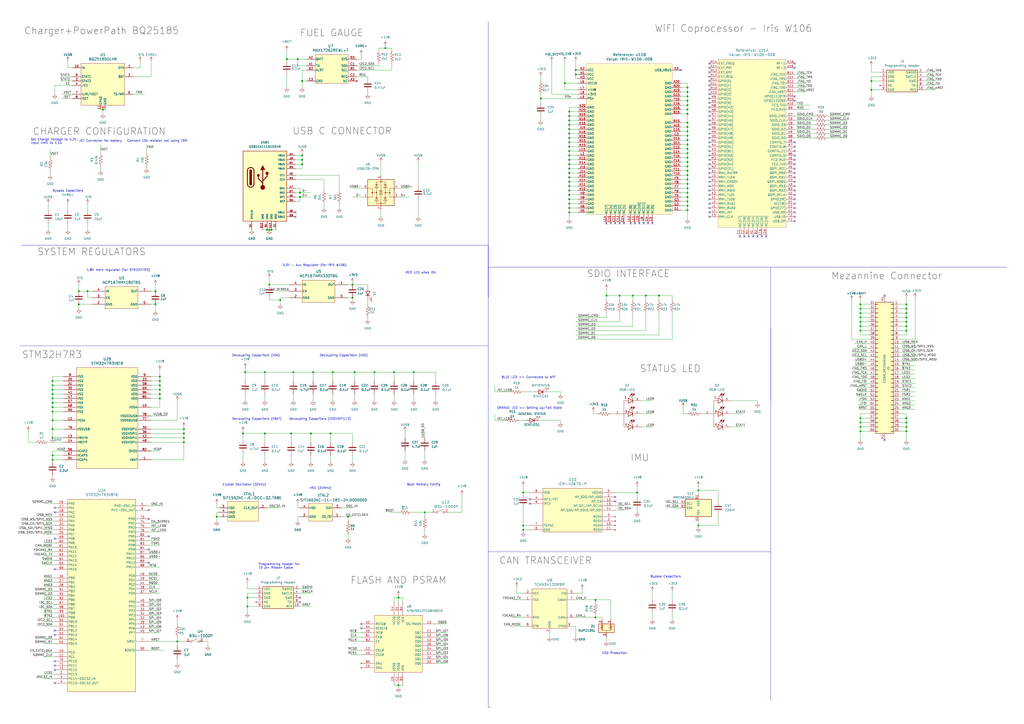
<source format=kicad_sch>
(kicad_sch (version 20231120) (generator "eeschema") (generator_version "8.0")
  (paper "A2")
  (title_block (title "Custom T-Stick Board") (date "2023-09") (rev "0.0.2") (company "Albert Niyonsenga"))
  (lib_symbols
    (symbol "Device:C" (pin_numbers hide) (pin_names (offset 0.254))
      (property "Reference" "C" (at 0.635 2.54 0))
      (property "Value" "C" (at 0.635 -2.54 0))
      (symbol "C_1_1"
        (pin passive line (at 0 3.81 270) (length 2.794) (name "~") (number "1"))
        (pin passive line (at 0 -3.81 90) (length 2.794) (name "~") (number "2"))
      )
    )
    (symbol "Device:LED" (pin_numbers hide) (pin_names (offset 1.016) hide)
      (property "Reference" "D" (at 0 2.54 0))
      (property "Value" "LED" (at 0 -2.54 0))
      (symbol "LED_1_1"
        (pin passive line (at -3.81 0 0) (length 2.54) (name "K") (number "1"))
        (pin passive line (at 3.81 0 180) (length 2.54) (name "A") (number "2"))
      )
    )
    (symbol "Device:R_US" (pin_numbers hide) (pin_names (offset 0))
      (property "Reference" "R" (at 2.54 0 90))
      (property "Value" "R_US" (at -2.54 0 90))
      (symbol "R_US_1_1"
        (pin passive line (at 0 3.81 270) (length 1.27) (name "~") (number "1"))
        (pin passive line (at 0 -3.81 90) (length 1.27) (name "~") (number "2"))
      )
    )
    (symbol "ENCHANTI_WiFi:IRIS-W106" (pin_names (offset 0.254))
      (property "Reference" "U" (at 1.27 12.7 0) (show_name))
      (property "Value" "IRIS-W106-30B" (at 1.27 10.16 0) (show_name))
      (symbol "IRIS-W106_1_0"
        (pin bidirectional line (at 1.27 -95.25 90) (length 5.08) (name "NC[14]") (number "A1"))
        (pin bidirectional line (at 25.4 -19.05 180) (length 5.08) (name "FC3_TxD") (number "A10"))
        (pin bidirectional line (at 25.4 -13.97 180) (length 5.08) (name "GPIO[11]DTR") (number "A11"))
        (pin bidirectional line (at 25.4 -8.89 180) (length 5.08) (name "JTAG_TDO") (number "A12"))
        (pin bidirectional line (at 25.4 -3.81 180) (length 5.08) (name "JTAG_TMS") (number "A14"))
        (pin passive line (at 25.4 2.54 180) (length 5.08) (name "RF-2") (number "A16"))
        (pin bidirectional line (at 25.4 -71.12 180) (length 5.08) (name "QSPI_RCLK") (number "A2"))
        (pin bidirectional line (at 25.4 -66.04 180) (length 5.08) (name "QSPI_RD3") (number "A3"))
        (pin bidirectional line (at 25.4 -60.96 180) (length 5.08) (name "QSPI_RD1") (number "A4"))
        (pin bidirectional line (at 25.4 -55.88 180) (length 5.08) (name "QSPI_RCE") (number "A5"))
        (pin bidirectional line (at 25.4 -50.8 180) (length 5.08) (name "FC2_RxD") (number "A6"))
        (pin bidirectional line (at 25.4 -45.72 180) (length 5.08) (name "CONFIG_11") (number "A7"))
        (pin bidirectional line (at 25.4 -40.64 180) (length 5.08) (name "CONFIG_7") (number "A8"))
        (pin bidirectional line (at 25.4 -35.56 180) (length 5.08) (name "SDIO_D1") (number "A9"))
        (pin bidirectional line (at -1.27 -95.25 90) (length 5.08) (name "NC[15]") (number "B1"))
        (pin bidirectional line (at 25.4 -16.51 180) (length 5.08) (name "GPIO[12]DSR") (number "B10"))
        (pin bidirectional line (at 25.4 -11.43 180) (length 5.08) (name "JTAG_nRST") (number "B11"))
        (pin bidirectional line (at 25.4 -6.35 180) (length 5.08) (name "JTAG_TDI") (number "B12"))
        (pin bidirectional line (at 25.4 -1.27 180) (length 5.08) (name "JTAG_TCK") (number "B14"))
        (pin bidirectional line (at 3.81 -95.25 90) (length 5.08) (name "NC[12]") (number "B2"))
        (pin bidirectional line (at 25.4 -68.58 180) (length 5.08) (name "QSPI_RD2") (number "B3"))
        (pin bidirectional line (at 25.4 -58.42 180) (length 5.08) (name "QSPI_RD0") (number "B4"))
        (pin bidirectional line (at 25.4 -53.34 180) (length 5.08) (name "FC2_TxD") (number "B5"))
        (pin bidirectional line (at 25.4 -48.26 180) (length 5.08) (name "CONFIG_5") (number "B6"))
        (pin bidirectional line (at 25.4 -43.18 180) (length 5.08) (name "CONFIG_8") (number "B7"))
        (pin bidirectional line (at 25.4 -38.1 180) (length 5.08) (name "SDIO_D0") (number "B8"))
        (pin bidirectional line (at 25.4 -21.59 180) (length 5.08) (name "FC3_RxD") (number "B9"))
        (pin bidirectional line (at -6.35 -95.25 90) (length 5.08) (name "NC[17]") (number "C1"))
        (pin passive line (at 6.35 -95.25 90) (length 5.08) (name "NC[20]") (number "C16"))
        (pin bidirectional line (at -3.81 -95.25 90) (length 5.08) (name "NC[16]") (number "C2"))
        (pin passive line (at 25.4 -27.94 180) (length 5.08) (name "SDIO_CLK") (number "C6"))
        (pin passive line (at 25.4 -25.4 180) (length 5.08) (name "SDIO_CMD") (number "C7"))
        (pin passive line (at 25.4 -30.48 180) (length 5.08) (name "SDIO_D3") (number "C8"))
        (pin passive line (at 25.4 -33.02 180) (length 5.08) (name "SDIO_D2") (number "C9"))
        (pin bidirectional line (at 25.4 -76.2 180) (length 5.08) (name "NC[18]") (number "D1"))
        (pin bidirectional line (at 25.4 -73.66 180) (length 5.08) (name "GPIO[29]") (number "D2"))
        (pin bidirectional line (at 25.4 -63.5 180) (length 5.08) (name "QSPI_RDQS") (number "D3"))
        (pin bidirectional line (at 25.4 -81.28 180) (length 5.08) (name "USB_DM") (number "E1"))
        (pin bidirectional line (at 25.4 -78.74 180) (length 5.08) (name "GPIO[27]") (number "E2"))
        (pin bidirectional line (at 25.4 -86.36 180) (length 5.08) (name "USB_DP") (number "F1"))
        (pin bidirectional line (at 25.4 -83.82 180) (length 5.08) (name "USB_ID") (number "F2"))
        (pin bidirectional line (at -24.13 -83.82 0) (length 5.08) (name "RMII_CLK") (number "F3"))
        (pin bidirectional line (at -24.13 -78.74 0) (length 5.08) (name "RMII_RxD0") (number "J1"))
        (pin bidirectional line (at -24.13 -76.2 0) (length 5.08) (name "RMII_RxD1") (number "J2"))
        (pin bidirectional line (at -24.13 -60.96 0) (length 5.08) (name "RMII_TxEN") (number "J3"))
        (pin bidirectional line (at -24.13 -73.66 0) (length 5.08) (name "RMII_TxD0") (number "K1"))
        (pin bidirectional line (at -24.13 -71.12 0) (length 5.08) (name "RMII_TxD1") (number "K2"))
        (pin bidirectional line (at -24.13 -45.72 0) (length 5.08) (name "GPIO[61]") (number "K3"))
        (pin bidirectional line (at -24.13 -68.58 0) (length 5.08) (name "RMII_MDIO") (number "L1"))
        (pin passive line (at 8.89 -95.25 90) (length 5.08) (name "NC[19]") (number "L16"))
        (pin bidirectional line (at -24.13 -66.04 0) (length 5.08) (name "RMII_MDC") (number "L2"))
        (pin input line (at -24.13 -81.28 0) (length 5.08) (name "RMII_INT") (number "L4"))
        (pin bidirectional line (at -24.13 -63.5 0) (length 5.08) (name "RMII_CRSDV") (number "M1"))
        (pin bidirectional line (at -24.13 -10.16 0) (length 5.08) (name "GPIO[2]") (number "M10"))
        (pin bidirectional line (at -24.13 -5.08 0) (length 5.08) (name "GPIO[0]") (number "M11"))
        (pin bidirectional line (at -24.13 0 0) (length 5.08) (name "EXT_GNT") (number "M12"))
        (pin bidirectional line (at -24.13 5.08 0) (length 5.08) (name "EXT_FREQ") (number "M14"))
        (pin bidirectional line (at -24.13 -55.88 0) (length 5.08) (name "GPIO[21]") (number "M2"))
        (pin bidirectional line (at -24.13 -50.8 0) (length 5.08) (name "GPIO[52]") (number "M3"))
        (pin bidirectional line (at -24.13 -40.64 0) (length 5.08) (name "GPIO[50]") (number "M4"))
        (pin bidirectional line (at -24.13 -35.56 0) (length 5.08) (name "GPIO[48]") (number "M5"))
        (pin bidirectional line (at -24.13 -30.48 0) (length 5.08) (name "GPIO[46]") (number "M6"))
        (pin bidirectional line (at -24.13 -25.4 0) (length 5.08) (name "GPIO[44]") (number "M7"))
        (pin bidirectional line (at -24.13 -20.32 0) (length 5.08) (name "GPIO[42]") (number "M8"))
        (pin bidirectional line (at -24.13 -15.24 0) (length 5.08) (name "GPIO[4]") (number "M9"))
        (pin bidirectional line (at -24.13 -58.42 0) (length 5.08) (name "RMII_RxERR") (number "N1"))
        (pin bidirectional line (at -24.13 -12.7 0) (length 5.08) (name "GPIO[3]") (number "N10"))
        (pin bidirectional line (at -24.13 -7.62 0) (length 5.08) (name "GPIO[1]") (number "N11"))
        (pin bidirectional line (at -24.13 -2.54 0) (length 5.08) (name "EXT_REQ") (number "N12"))
        (pin bidirectional line (at -24.13 2.54 0) (length 5.08) (name "EXT_PRI") (number "N14"))
        (pin passive line (at 25.4 5.08 180) (length 5.08) (name "RF-1") (number "N16"))
        (pin bidirectional line (at -24.13 -53.34 0) (length 5.08) (name "GPIO[54]") (number "N2"))
        (pin bidirectional line (at -24.13 -48.26 0) (length 5.08) (name "GPIO[53]") (number "N3"))
        (pin bidirectional line (at -24.13 -43.18 0) (length 5.08) (name "GPIO[51]") (number "N4"))
        (pin bidirectional line (at -24.13 -38.1 0) (length 5.08) (name "GPIO[49]") (number "N5"))
        (pin bidirectional line (at -24.13 -33.02 0) (length 5.08) (name "GPIO[47]") (number "N6"))
        (pin bidirectional line (at -24.13 -27.94 0) (length 5.08) (name "GPIO[45]") (number "N7"))
        (pin bidirectional line (at -24.13 -22.86 0) (length 5.08) (name "GPIO[43]") (number "N8"))
        (pin bidirectional line (at -24.13 -17.78 0) (length 5.08) (name "GPIO[5]") (number "N9"))
      )
      (symbol "IRIS-W106_2_0"
        (pin power_in line (at 53.34 -27.94 180) (length 5.08) (name "GND") (number "A15"))
        (pin passive line (at 53.34 -7.62 180) (length 5.08) (name "GND") (number "A19"))
        (pin passive line (at 53.34 -2.54 180) (length 5.08) (name "GND") (number "A20"))
        (pin power_in line (at 53.34 -25.4 180) (length 5.08) (name "GND") (number "B15"))
        (pin power_in line (at 53.34 -20.32 180) (length 5.08) (name "GND") (number "B16"))
        (pin passive line (at 53.34 -5.08 180) (length 5.08) (name "GND") (number "B20"))
        (pin bidirectional line (at 12.7 -83.82 90) (length 5.08) (name "NC[4]") (number "C10"))
        (pin bidirectional line (at 15.24 -83.82 90) (length 5.08) (name "NC[3]") (number "C11"))
        (pin bidirectional line (at 17.78 -83.82 90) (length 5.08) (name "NC[2]") (number "C12"))
        (pin bidirectional line (at 20.32 -83.82 90) (length 5.08) (name "NC[1]") (number "C14"))
        (pin power_in line (at 53.34 -30.48 180) (length 5.08) (name "GND") (number "C15"))
        (pin power_in line (at 53.34 -33.02 180) (length 5.08) (name "GND") (number "C3"))
        (pin passive line (at 34.29 -83.82 90) (length 5.08) (name "NC[6]") (number "C4"))
        (pin passive line (at 36.83 -83.82 90) (length 5.08) (name "NC[5]") (number "C5"))
        (pin power_in line (at 53.34 -38.1 180) (length 5.08) (name "GND") (number "D14"))
        (pin power_in line (at 53.34 -35.56 180) (length 5.08) (name "GND") (number "D15"))
        (pin power_in line (at 53.34 -17.78 180) (length 5.08) (name "GND") (number "D16"))
        (pin power_in line (at 53.34 -43.18 180) (length 5.08) (name "GND") (number "E14"))
        (pin power_in line (at 53.34 -40.64 180) (length 5.08) (name "GND") (number "E15"))
        (pin power_in line (at 53.34 -15.24 180) (length 5.08) (name "GND") (number "E16"))
        (pin bidirectional line (at 53.34 5.08 180) (length 5.08) (name "USB_VBUS") (number "E3"))
        (pin power_in line (at 53.34 -55.88 180) (length 5.08) (name "GND") (number "F10"))
        (pin power_in line (at 53.34 -53.34 180) (length 5.08) (name "GND") (number "F11"))
        (pin power_in line (at 53.34 -48.26 180) (length 5.08) (name "GND") (number "F14"))
        (pin power_in line (at 53.34 -45.72 180) (length 5.08) (name "GND") (number "F15"))
        (pin power_in line (at 53.34 -12.7 180) (length 5.08) (name "GND") (number "F16"))
        (pin power_in line (at 53.34 -68.58 180) (length 5.08) (name "GND") (number "F5"))
        (pin power_in line (at 53.34 -66.04 180) (length 5.08) (name "GND") (number "F6"))
        (pin power_in line (at 53.34 -63.5 180) (length 5.08) (name "GND") (number "F7"))
        (pin power_in line (at 53.34 -60.96 180) (length 5.08) (name "GND") (number "F8"))
        (pin power_in line (at 53.34 -58.42 180) (length 5.08) (name "GND") (number "F9"))
        (pin power_in line (at 53.34 -76.2 180) (length 5.08) (name "GND") (number "G1"))
        (pin power_in line (at 53.34 -50.8 180) (length 5.08) (name "GND") (number "G14"))
        (pin power_in line (at 53.34 -10.16 180) (length 5.08) (name "GND") (number "G15"))
        (pin power_in line (at -6.35 -24.13 0) (length 5.08) (name "GND") (number "G16"))
        (pin power_in line (at 53.34 -73.66 180) (length 5.08) (name "GND") (number "G2"))
        (pin power_in line (at 53.34 -71.12 180) (length 5.08) (name "GND") (number "G3"))
        (pin power_in line (at -6.35 2.54 0) (length 5.08) (name "VCC") (number "H1"))
        (pin power_in line (at -6.35 -64.77 0) (length 5.08) (name "GND") (number "H10"))
        (pin power_in line (at -6.35 -62.23 0) (length 5.08) (name "GND") (number "H11"))
        (pin power_in line (at -6.35 -59.69 0) (length 5.08) (name "GND") (number "H14"))
        (pin power_in line (at -6.35 -57.15 0) (length 5.08) (name "GND") (number "H15"))
        (pin power_in line (at -6.35 -26.67 0) (length 5.08) (name "GND") (number "H16"))
        (pin power_in line (at -6.35 5.08 0) (length 5.08) (name "VCC") (number "H2"))
        (pin power_in line (at -6.35 0 0) (length 5.08) (name "VCC") (number "H3"))
        (pin power_in line (at -6.35 -77.47 0) (length 5.08) (name "GND") (number "H5"))
        (pin power_in line (at -6.35 -74.93 0) (length 5.08) (name "GND") (number "H6"))
        (pin power_in line (at -6.35 -72.39 0) (length 5.08) (name "GND") (number "H7"))
        (pin power_in line (at -6.35 -69.85 0) (length 5.08) (name "GND") (number "H8"))
        (pin power_in line (at -6.35 -67.31 0) (length 5.08) (name "GND") (number "H9"))
        (pin power_in line (at -6.35 -54.61 0) (length 5.08) (name "GND") (number "J14"))
        (pin power_in line (at -6.35 -52.07 0) (length 5.08) (name "GND") (number "J15"))
        (pin power_in line (at -6.35 -29.21 0) (length 5.08) (name "GND") (number "J16"))
        (pin power_in line (at -6.35 -49.53 0) (length 5.08) (name "GND") (number "K14"))
        (pin power_in line (at -6.35 -46.99 0) (length 5.08) (name "GND") (number "K15"))
        (pin power_in line (at -6.35 -31.75 0) (length 5.08) (name "GND") (number "K16"))
        (pin passive line (at 29.21 -83.82 90) (length 5.08) (name "NC[10]") (number "L10"))
        (pin passive line (at 26.67 -83.82 90) (length 5.08) (name "NC[9]") (number "L11"))
        (pin passive line (at 24.13 -83.82 90) (length 5.08) (name "NC[8]") (number "L12"))
        (pin passive line (at 10.16 -83.82 90) (length 5.08) (name "NC[7]") (number "L14"))
        (pin power_in line (at -6.35 -41.91 0) (length 5.08) (name "GND") (number "L15"))
        (pin power_in line (at -6.35 -44.45 0) (length 5.08) (name "GND") (number "L3"))
        (pin bidirectional line (at -6.35 -11.43 0) (length 5.08) (name "PDn") (number "L5"))
        (pin power_in line (at -6.35 -2.54 0) (length 5.08) (name "VCCIO") (number "L6"))
        (pin power_in line (at -6.35 -6.35 0) (length 5.08) (name "+1V8") (number "L7"))
        (pin power_in line (at -6.35 -8.89 0) (length 5.08) (name "+3V3") (number "L8"))
        (pin passive line (at 31.75 -83.82 90) (length 5.08) (name "NC[11]") (number "L9"))
        (pin power_in line (at -6.35 -36.83 0) (length 5.08) (name "GND") (number "M15"))
        (pin power_in line (at -6.35 -34.29 0) (length 5.08) (name "GND") (number "M16"))
        (pin passive line (at -6.35 -19.05 0) (length 5.08) (name "GND") (number "M20"))
        (pin power_in line (at -6.35 -39.37 0) (length 5.08) (name "GND") (number "N15"))
        (pin passive line (at -6.35 -21.59 0) (length 5.08) (name "GND") (number "N19"))
        (pin passive line (at -6.35 -16.51 0) (length 5.08) (name "GND") (number "N20"))
      )
    )
    (symbol "ENCHANTI_battery-management:BQ25185DLHR" (pin_names (offset 0.254))
      (property "Reference" "U" (at 0 8.636 0))
      (property "Value" "BQ25185DLHR" (at 0.508 6.604 0))
      (symbol "BQ25185DLHR_0_1"
        (pin power_in line (at 17.78 2.54 180) (length 5.08) (name "SYS") (number "1"))
        (pin input line (at -17.78 2.54 0) (length 5.08) (name "IN") (number "10"))
        (pin unspecified line (at -1.27 -21.59 90) (length 2.54) (name "EPAD") (number "11"))
        (pin power_in line (at 17.78 -2.54 180) (length 5.08) (name "BAT") (number "2"))
        (pin output line (at -17.78 -5.08 0) (length 5.08) (name "STAT2") (number "3"))
        (pin input line (at -17.78 -7.62 0) (length 5.08) (name "/CE") (number "4"))
        (pin power_out line (at 1.27 -21.59 90) (length 2.54) (name "GND") (number "5"))
        (pin bidirectional line (at 17.78 -12.7 180) (length 5.08) (name "TS/MR") (number "6"))
        (pin bidirectional line (at -17.78 -12.7 0) (length 5.08) (name "ILIM/VSET") (number "7"))
        (pin bidirectional line (at -17.78 -15.24 0) (length 5.08) (name "ISET") (number "8"))
        (pin output line (at -17.78 -2.54 0) (length 5.08) (name "STAT1") (number "9"))
      )
    )
    (symbol "ENCHANTI_battery-management:MAX17262REWL+T" (pin_names (offset 0.254))
      (property "Reference" "U" (at 0 10.16 0))
      (property "Value" "MAX17262REWL+T" (at 0 7.874 0))
      (symbol "MAX17262REWL+T_0_1"
        (pin input line (at -13.97 0 0) (length 5.08) (name "TH") (number "A1"))
        (pin unspecified line (at -13.97 3.81 0) (length 5.08) (name "BATT") (number "A2"))
        (pin no_connect line (at 15.24 -8.89 180) (length 5.08) (name "NC") (number "A3"))
        (pin input line (at 15.24 -2.54 180) (length 5.08) (name "SCL") (number "B1"))
        (pin output line (at -13.97 -2.54 0) (length 5.08) (name "ALRT") (number "B2"))
        (pin unspecified line (at 15.24 3.81 180) (length 5.08) (name "SYS") (number "B3"))
        (pin bidirectional line (at 15.24 0 180) (length 5.08) (name "SDA") (number "C1"))
        (pin output line (at 15.24 -6.35 180) (length 5.08) (name "REG") (number "C2"))
        (pin power_in line (at -13.97 -8.89 0) (length 5.08) (name "GND") (number "C3"))
      )
    )
    (symbol "ENCHANTI_connectors:GSB1CA11101DSHR" (pin_names (offset 1.016))
      (property "Reference" "USB" (at -13.97 18.542 0))
      (property "Value" "GSB1CA11101DSHR" (at -13.462 -13.208 0))
      (symbol "GSB1CA11101DSHR_0_0"
        (pin power_in line (at 5.08 -27.94 90) (length 5.08) (name "GND") (number "A1"))
        (pin power_in line (at 2.54 -27.94 90) (length 5.08) (name "GND") (number "A12"))
        (pin power_in line (at 16.51 15.24 180) (length 5.08) (name "VBUS") (number "A4"))
        (pin bidirectional line (at 16.51 3.81 180) (length 5.08) (name "CC1") (number "A5"))
        (pin bidirectional line (at 16.51 -8.89 180) (length 5.08) (name "DP1") (number "A6"))
        (pin bidirectional line (at 16.51 -3.81 180) (length 5.08) (name "DN1") (number "A7"))
        (pin bidirectional line (at 16.51 -17.78 180) (length 5.08) (name "SBU1") (number "A8"))
        (pin power_in line (at 16.51 12.7 180) (length 5.08) (name "VBUS") (number "A9"))
        (pin power_in line (at 0 -27.94 90) (length 5.08) (name "GND") (number "B1"))
        (pin power_in line (at -2.54 -27.94 90) (length 5.08) (name "GND") (number "B12"))
        (pin power_in line (at 16.51 10.16 180) (length 5.08) (name "VBUS") (number "B4"))
        (pin bidirectional line (at 16.51 1.27 180) (length 5.08) (name "CC2") (number "B5"))
        (pin bidirectional line (at 16.51 -11.43 180) (length 5.08) (name "DP2") (number "B6"))
        (pin bidirectional line (at 16.51 -6.35 180) (length 5.08) (name "DN2") (number "B7"))
        (pin bidirectional line (at 16.51 -20.32 180) (length 5.08) (name "SBU2") (number "B8"))
        (pin power_in line (at 16.51 7.62 180) (length 5.08) (name "VBUS") (number "B9"))
        (pin passive line (at -8.89 -27.94 90) (length 5.08) (name "SHIELD") (number "SH"))
      )
    )
    (symbol "ENCHANTI_connectors:Module_Connector" (pin_names hide)
      (property "Reference" "J" (at 0.508 0.508 0))
      (property "Value" "CONN_MEZANNINE" (at 1.016 -2.032 0))
      (symbol "Module_Connector_1_1"
        (pin passive line (at -36.83 8.89 270) (length 3.81) (name "Pin_1") (number "1"))
        (pin passive line (at -13.97 8.89 270) (length 3.81) (name "Pin_10") (number "10"))
        (pin passive line (at -11.43 8.89 270) (length 3.81) (name "Pin_11") (number "11"))
        (pin passive line (at -8.89 8.89 270) (length 3.81) (name "Pin_12") (number "12"))
        (pin passive line (at -6.35 8.89 270) (length 3.81) (name "Pin_13") (number "13"))
        (pin passive line (at -3.81 8.89 270) (length 3.81) (name "Pin_14") (number "14"))
        (pin passive line (at -1.27 8.89 270) (length 3.81) (name "Pin_15") (number "15"))
        (pin passive line (at 1.27 8.89 270) (length 3.81) (name "Pin_16") (number "16"))
        (pin passive line (at 3.81 8.89 270) (length 3.81) (name "Pin_17") (number "17"))
        (pin passive line (at 6.35 8.89 270) (length 3.81) (name "Pin_18") (number "18"))
        (pin passive line (at 8.89 8.89 270) (length 3.81) (name "Pin_19") (number "19"))
        (pin passive line (at -34.29 8.89 270) (length 3.81) (name "Pin_2") (number "2"))
        (pin passive line (at 11.43 8.89 270) (length 3.81) (name "Pin_20") (number "20"))
        (pin passive line (at 13.97 8.89 270) (length 3.81) (name "Pin_21") (number "21"))
        (pin passive line (at 16.51 8.89 270) (length 3.81) (name "Pin_22") (number "22"))
        (pin passive line (at 19.05 8.89 270) (length 3.81) (name "Pin_23") (number "23"))
        (pin passive line (at 21.59 8.89 270) (length 3.81) (name "Pin_24") (number "24"))
        (pin passive line (at 24.13 8.89 270) (length 3.81) (name "Pin_25") (number "25"))
        (pin passive line (at 26.67 8.89 270) (length 3.81) (name "Pin_26") (number "26"))
        (pin passive line (at 29.21 8.89 270) (length 3.81) (name "Pin_27") (number "27"))
        (pin passive line (at 31.75 8.89 270) (length 3.81) (name "Pin_28") (number "28"))
        (pin passive line (at 34.29 8.89 270) (length 3.81) (name "Pin_29") (number "29"))
        (pin passive line (at -31.75 8.89 270) (length 3.81) (name "Pin_3") (number "3"))
        (pin passive line (at 36.83 8.89 270) (length 3.81) (name "Pin_30") (number "30"))
        (pin passive line (at -36.83 -8.89 90) (length 3.81) (name "Pin_31") (number "31"))
        (pin passive line (at -34.29 -8.89 90) (length 3.81) (name "Pin_32") (number "32"))
        (pin passive line (at -31.75 -8.89 90) (length 3.81) (name "Pin_33") (number "33"))
        (pin passive line (at -29.21 -8.89 90) (length 3.81) (name "Pin_34") (number "34"))
        (pin passive line (at -26.67 -8.89 90) (length 3.81) (name "Pin_35") (number "35"))
        (pin passive line (at -24.13 -8.89 90) (length 3.81) (name "Pin_36") (number "36"))
        (pin passive line (at -21.59 -8.89 90) (length 3.81) (name "Pin_37") (number "37"))
        (pin passive line (at -19.05 -8.89 90) (length 3.81) (name "Pin_38") (number "38"))
        (pin passive line (at -16.51 -8.89 90) (length 3.81) (name "Pin_39") (number "39"))
        (pin passive line (at -29.21 8.89 270) (length 3.81) (name "Pin_4") (number "4"))
        (pin passive line (at -13.97 -8.89 90) (length 3.81) (name "Pin_40") (number "40"))
        (pin passive line (at -11.43 -8.89 90) (length 3.81) (name "Pin_41") (number "41"))
        (pin passive line (at -8.89 -8.89 90) (length 3.81) (name "Pin_42") (number "42"))
        (pin passive line (at -6.35 -8.89 90) (length 3.81) (name "Pin_43") (number "43"))
        (pin passive line (at -3.81 -8.89 90) (length 3.81) (name "Pin_44") (number "44"))
        (pin passive line (at -1.27 -8.89 90) (length 3.81) (name "Pin_45") (number "45"))
        (pin passive line (at 1.27 -8.89 90) (length 3.81) (name "Pin_46") (number "46"))
        (pin passive line (at 3.81 -8.89 90) (length 3.81) (name "Pin_47") (number "47"))
        (pin passive line (at 6.35 -8.89 90) (length 3.81) (name "Pin_48") (number "48"))
        (pin passive line (at 8.89 -8.89 90) (length 3.81) (name "Pin_49") (number "49"))
        (pin passive line (at -26.67 8.89 270) (length 3.81) (name "Pin_5") (number "5"))
        (pin passive line (at 11.43 -8.89 90) (length 3.81) (name "Pin_50") (number "50"))
        (pin passive line (at 13.97 -8.89 90) (length 3.81) (name "Pin_51") (number "51"))
        (pin passive line (at 16.51 -8.89 90) (length 3.81) (name "Pin_52") (number "52"))
        (pin passive line (at 19.05 -8.89 90) (length 3.81) (name "Pin_53") (number "53"))
        (pin passive line (at 21.59 -8.89 90) (length 3.81) (name "Pin_54") (number "54"))
        (pin passive line (at 24.13 -8.89 90) (length 3.81) (name "Pin_55") (number "55"))
        (pin passive line (at 26.67 -8.89 90) (length 3.81) (name "Pin_56") (number "56"))
        (pin passive line (at 29.21 -8.89 90) (length 3.81) (name "Pin_57") (number "57"))
        (pin passive line (at 31.75 -8.89 90) (length 3.81) (name "Pin_58") (number "58"))
        (pin passive line (at 34.29 -8.89 90) (length 3.81) (name "Pin_59") (number "59"))
        (pin passive line (at -24.13 8.89 270) (length 3.81) (name "Pin_6") (number "6"))
        (pin passive line (at 36.83 -8.89 90) (length 3.81) (name "Pin_60") (number "60"))
        (pin passive line (at -21.59 8.89 270) (length 3.81) (name "Pin_7") (number "7"))
        (pin passive line (at -19.05 8.89 270) (length 3.81) (name "Pin_8") (number "8"))
        (pin passive line (at -16.51 8.89 270) (length 3.81) (name "Pin_9") (number "9"))
        (pin passive line (at -41.91 0 0) (length 3.81) (name "P1") (number "P1"))
        (pin passive line (at 41.91 0 180) (length 3.81) (name "P2") (number "P2"))
      )
    )
    (symbol "ENCHANTI_connectors:Programming_Header"
      (property "Reference" "J" (at 0 8.382 0))
      (property "Value" "Programming Header" (at 0.762 6.604 0))
      (symbol "Programming_Header_1_1"
        (pin passive line (at -12.7 3.81 0) (length 3.81) (name "VDD") (number "1"))
        (pin passive line (at 12.7 -6.35 180) (length 3.81) (name "RES") (number "10"))
        (pin passive line (at 12.7 3.81 180) (length 3.81) (name "SWDIO") (number "2"))
        (pin passive line (at -12.7 1.27 0) (length 3.81) (name "GND") (number "3"))
        (pin passive line (at 12.7 1.27 180) (length 3.81) (name "SWCLK") (number "4"))
        (pin passive line (at -12.7 -1.27 0) (length 3.81) (name "GND") (number "5"))
        (pin passive line (at 12.7 -1.27 180) (length 3.81) (name "SWO") (number "6"))
        (pin no_connect line (at -12.7 -3.81 0) (length 3.81) (name "NC") (number "7"))
        (pin passive line (at 12.7 -3.81 180) (length 3.81) (name "TDI") (number "8"))
        (pin passive line (at -12.7 -6.35 0) (length 3.81) (name "GND") (number "9"))
      )
    )
    (symbol "ENCHANTI_crystals-resonators:SIT1552AC-JE-DCC-32.768E" (pin_names (offset 0.254))
      (property "Reference" "XTAL" (at 0 10.16 0))
      (property "Value" "SIT1552AC-JE-DCC-32.768E" (at 0 7.62 0))
      (symbol "SIT1552AC-JE-DCC-32.768E_0_1"
        (pin power_out line (at -13.97 -3.81 0) (length 5.08) (name "GND") (number "1"))
        (pin output line (at 13.97 1.27 180) (length 5.08) (name "CLK_OUT") (number "2"))
        (pin power_in line (at -13.97 1.27 0) (length 5.08) (name "VDD") (number "3"))
        (pin power_out line (at -13.97 -1.27 0) (length 5.08) (name "GND") (number "4"))
      )
    )
    (symbol "ENCHANTI_crystals-resonators:SIT1602AC-11-18S-24.000000D" (pin_names (offset 0.254))
      (property "Reference" "XTAL" (at 0 11.43 0))
      (property "Value" "SIT1602AC-11-18S-24.000000D" (at 0 8.89 0))
      (symbol "SIT1602AC-11-18S-24.000000D_0_1"
        (pin unspecified line (at 11.43 -3.81 180) (length 5.08) (name "OE/ST") (number "1"))
        (pin power_out line (at -12.7 -3.81 0) (length 5.08) (name "GND") (number "2"))
        (pin output line (at 11.43 1.27 180) (length 5.08) (name "OUT") (number "3"))
        (pin power_in line (at -12.7 1.27 0) (length 5.08) (name "VDD") (number "4"))
      )
    )
    (symbol "ENCHANTI_leds:APFA3010LSEEZGKQBKC" (pin_names (offset 1.016))
      (property "Reference" "D" (at -3.302 14.478 0))
      (property "Value" "RGB-LED" (at -4.572 -10.922 0))
      (symbol "APFA3010LSEEZGKQBKC_0_0"
        (text "B" (at -4.572 0.508 0) (effects (font (size 1.27 1.27)) (justify left bottom)))
        (text "G" (at -4.826 8.636 0) (effects (font (size 1.27 1.27)) (justify left bottom)))
        (text "R" (at -4.572 -7.112 0) (effects (font (size 1.27 1.27)) (justify left bottom)))
        (pin passive line (at 5.08 -7.62 180) (length 5.08) (name "~") (number "1"))
        (pin passive line (at -10.16 0 0) (length 2.54) (name "~") (number "2"))
        (pin passive line (at 5.08 7.62 180) (length 5.08) (name "~") (number "3"))
        (pin passive line (at 5.08 0 180) (length 5.08) (name "~") (number "4"))
      )
    )
    (symbol "ENCHANTI_mcus:STM32H7R3V8T6" (pin_names (offset 0.254))
      (property "Reference" "U" (at 0.254 50.546 0))
      (property "Value" "STM32H7R3V8T6" (at 0.254 48.006 0))
      (symbol "STM32H7R3V8T6_1_1"
        (pin bidirectional line (at -27.94 -43.18 0) (length 7.62) (name "PC0") (number "10"))
        (pin bidirectional line (at -27.94 -22.86 0) (length 7.62) (name "PB9") (number "100"))
        (pin bidirectional line (at -27.94 -45.72 0) (length 7.62) (name "PC1") (number "11"))
        (pin bidirectional line (at -27.94 43.18 0) (length 7.62) (name "PA0") (number "16"))
        (pin bidirectional line (at -27.94 40.64 0) (length 7.62) (name "PA1") (number "17"))
        (pin bidirectional line (at -27.94 38.1 0) (length 7.62) (name "PA2") (number "18"))
        (pin bidirectional line (at -27.94 35.56 0) (length 7.62) (name "PA3") (number "19"))
        (pin bidirectional line (at -27.94 -55.88 0) (length 7.62) (name "PC13") (number "2"))
        (pin bidirectional line (at -27.94 33.02 0) (length 7.62) (name "PA4") (number "21"))
        (pin bidirectional line (at -27.94 30.48 0) (length 7.62) (name "PA5") (number "22"))
        (pin bidirectional line (at -27.94 27.94 0) (length 7.62) (name "PA6") (number "24"))
        (pin bidirectional line (at -27.94 25.4 0) (length 7.62) (name "PA7") (number "25"))
        (pin bidirectional line (at -27.94 0 0) (length 7.62) (name "PB0") (number "26"))
        (pin bidirectional line (at -27.94 -2.54 0) (length 7.62) (name "PB1") (number "27"))
        (pin bidirectional line (at -27.94 -5.08 0) (length 7.62) (name "PB2") (number "28"))
        (pin bidirectional line (at 26.67 -1.27 180) (length 7.62) (name "PO1") (number "29"))
        (pin bidirectional line (at -27.94 -58.42 0) (length 7.62) (name "PC14-OSC32_IN") (number "3"))
        (pin bidirectional line (at 26.67 -24.13 180) (length 7.62) (name "PP4") (number "32"))
        (pin bidirectional line (at 26.67 -19.05 180) (length 7.62) (name "PP2") (number "33"))
        (pin bidirectional line (at 26.67 -21.59 180) (length 7.62) (name "PP3") (number "34"))
        (pin bidirectional line (at 26.67 -8.89 180) (length 7.62) (name "PO5") (number "37"))
        (pin bidirectional line (at 26.67 -6.35 180) (length 7.62) (name "PO4") (number "38"))
        (pin bidirectional line (at 26.67 -26.67 180) (length 7.62) (name "PP5") (number "39"))
        (pin bidirectional line (at -27.94 -60.96 0) (length 7.62) (name "PC15-OSC32_OUT") (number "4"))
        (pin bidirectional line (at 26.67 -13.97 180) (length 7.62) (name "PP0") (number "40"))
        (pin bidirectional line (at 26.67 -29.21 180) (length 7.62) (name "PP6") (number "43"))
        (pin bidirectional line (at 26.67 -3.81 180) (length 7.62) (name "PO2") (number "44"))
        (pin bidirectional line (at 26.67 -31.75 180) (length 7.62) (name "PP7") (number "45"))
        (pin bidirectional line (at 26.67 -16.51 180) (length 7.62) (name "PP1") (number "46"))
        (pin bidirectional line (at 26.67 1.27 180) (length 7.62) (name "PO0") (number "49"))
        (pin bidirectional line (at 26.67 41.91 180) (length 7.62) (name "PH0-OSC_IN") (number "5"))
        (pin bidirectional line (at -27.94 -25.4 0) (length 7.62) (name "PB10") (number "50"))
        (pin bidirectional line (at -27.94 -27.94 0) (length 7.62) (name "PB11") (number "51"))
        (pin bidirectional line (at -27.94 -30.48 0) (length 7.62) (name "PB12") (number "52"))
        (pin bidirectional line (at -27.94 -33.02 0) (length 7.62) (name "PB13") (number "53"))
        (pin bidirectional line (at -27.94 -35.56 0) (length 7.62) (name "PB14") (number "54"))
        (pin bidirectional line (at -27.94 -38.1 0) (length 7.62) (name "PB15") (number "55"))
        (pin bidirectional line (at -27.94 22.86 0) (length 7.62) (name "PA8") (number "59"))
        (pin bidirectional line (at 26.67 39.37 180) (length 7.62) (name "PH1-OSC_OUT") (number "6"))
        (pin bidirectional line (at -27.94 20.32 0) (length 7.62) (name "PA9") (number "60"))
        (pin bidirectional line (at -27.94 17.78 0) (length 7.62) (name "PA10") (number "61"))
        (pin bidirectional line (at -27.94 15.24 0) (length 7.62) (name "PA11") (number "62"))
        (pin bidirectional line (at -27.94 12.7 0) (length 7.62) (name "PA12") (number "63"))
        (pin bidirectional line (at -27.94 10.16 0) (length 7.62) (name "PA13") (number "64"))
        (pin bidirectional line (at -27.94 7.62 0) (length 7.62) (name "PA14") (number "65"))
        (pin bidirectional line (at -27.94 5.08 0) (length 7.62) (name "PA15") (number "66"))
        (pin bidirectional line (at 26.67 -36.83 180) (length 7.62) (name "NRST") (number "7"))
        (pin bidirectional line (at -27.94 -48.26 0) (length 7.62) (name "PC10") (number "70"))
        (pin bidirectional line (at -27.94 -50.8 0) (length 7.62) (name "PC11") (number "71"))
        (pin bidirectional line (at -27.94 -53.34 0) (length 7.62) (name "PC12") (number "72"))
        (pin bidirectional line (at 26.67 34.29 180) (length 7.62) (name "PM0") (number "73"))
        (pin bidirectional line (at 26.67 31.75 180) (length 7.62) (name "PM1") (number "74"))
        (pin bidirectional line (at 26.67 29.21 180) (length 7.62) (name "PM2") (number "75"))
        (pin bidirectional line (at 26.67 26.67 180) (length 7.62) (name "PM3") (number "76"))
        (pin bidirectional line (at 26.67 24.13 180) (length 7.62) (name "PM5") (number "80"))
        (pin bidirectional line (at 26.67 21.59 180) (length 7.62) (name "PM6") (number "81"))
        (pin bidirectional line (at 26.67 19.05 180) (length 7.62) (name "PM8") (number "83"))
        (pin bidirectional line (at 26.67 16.51 180) (length 7.62) (name "PM9") (number "84"))
        (pin bidirectional line (at 26.67 11.43 180) (length 7.62) (name "PM12") (number "86"))
        (pin bidirectional line (at 26.67 13.97 180) (length 7.62) (name "PM11") (number "87"))
        (pin bidirectional line (at 26.67 6.35 180) (length 7.62) (name "PM14") (number "88"))
        (pin bidirectional line (at 26.67 8.89 180) (length 7.62) (name "PM13") (number "89"))
        (pin input line (at 26.67 -41.91 180) (length 7.62) (name "BOOT0") (number "90"))
        (pin bidirectional line (at -27.94 -7.62 0) (length 7.62) (name "PB3") (number "91"))
        (pin bidirectional line (at -27.94 -10.16 0) (length 7.62) (name "PB4") (number "92"))
        (pin bidirectional line (at -27.94 -12.7 0) (length 7.62) (name "PB5") (number "93"))
        (pin bidirectional line (at -27.94 -15.24 0) (length 7.62) (name "PB6") (number "97"))
        (pin bidirectional line (at -27.94 -17.78 0) (length 7.62) (name "PB7") (number "98"))
        (pin bidirectional line (at -27.94 -20.32 0) (length 7.62) (name "PB8") (number "99"))
      )
      (symbol "STM32H7R3V8T6_2_1"
        (pin power_in line (at 27.94 -22.86 180) (length 7.62) (name "VBAT") (number "1"))
        (pin power_in line (at -22.86 0 0) (length 7.62) (name "VSSA") (number "12"))
        (pin power_in line (at -22.86 -10.16 0) (length 7.62) (name "VREFM") (number "13"))
        (pin power_in line (at -22.86 -12.7 0) (length 7.62) (name "VREFP") (number "14"))
        (pin power_in line (at 27.94 7.62 180) (length 7.62) (name "VDDA") (number "15"))
        (pin power_in line (at -22.86 22.86 0) (length 7.62) (name "VSS") (number "20"))
        (pin power_in line (at 27.94 22.86 180) (length 7.62) (name "VDD") (number "23"))
        (pin power_in line (at 27.94 -5.08 180) (length 7.62) (name "VDDXSPI1") (number "30"))
        (pin power_in line (at -22.86 20.32 0) (length 7.62) (name "VSS") (number "31"))
        (pin power_in line (at -22.86 17.78 0) (length 7.62) (name "VSS") (number "35"))
        (pin power_in line (at 27.94 -7.62 180) (length 7.62) (name "VDDXSPI1") (number "36"))
        (pin power_in line (at -22.86 15.24 0) (length 7.62) (name "VSS") (number "41"))
        (pin power_in line (at 27.94 -10.16 180) (length 7.62) (name "VDDXSPI1") (number "42"))
        (pin power_in line (at -22.86 12.7 0) (length 7.62) (name "VSS") (number "47"))
        (pin power_in line (at 27.94 -12.7 180) (length 7.62) (name "VDDXSPI1") (number "48"))
        (pin power_in line (at -22.86 -17.78 0) (length 7.62) (name "VCAP2") (number "56"))
        (pin power_in line (at -22.86 10.16 0) (length 7.62) (name "VSS") (number "57"))
        (pin power_in line (at 27.94 20.32 180) (length 7.62) (name "VDD") (number "58"))
        (pin power_in line (at -22.86 -20.32 0) (length 7.62) (name "VCAP3") (number "67"))
        (pin power_in line (at -22.86 7.62 0) (length 7.62) (name "VSS") (number "68"))
        (pin power_in line (at 27.94 17.78 180) (length 7.62) (name "VDD") (number "69"))
        (pin power_in line (at 27.94 0 180) (length 7.62) (name "VDD50USB") (number "77"))
        (pin power_in line (at 27.94 2.54 180) (length 7.62) (name "VDD33USB") (number "78"))
        (pin power_in line (at -22.86 -5.08 0) (length 7.62) (name "VSSUSB") (number "79"))
        (pin power_in line (at -22.86 25.4 0) (length 7.62) (name "VSS") (number "8"))
        (pin power_in line (at 27.94 -17.78 180) (length 7.62) (name "DVDD") (number "82"))
        (pin power_in line (at 27.94 12.7 180) (length 7.62) (name "VDD") (number "85"))
        (pin power_in line (at 27.94 25.4 180) (length 7.62) (name "VDD") (number "9"))
        (pin power_in line (at -22.86 -22.86 0) (length 7.62) (name "VCAP4") (number "94"))
        (pin power_in line (at -22.86 5.08 0) (length 7.62) (name "VSS") (number "95"))
        (pin power_in line (at 27.94 15.24 180) (length 7.62) (name "VDD") (number "96"))
      )
    )
    (symbol "ENCHANTI_memory:S76HS512TC0BHB010"
      (property "Reference" "U" (at 13.97 19.558 0))
      (property "Value" "S76HS512TC0BHB010" (at 15.24 17.018 0))
      (symbol "S76HS512TC0BHB010_0_1"
        (pin input line (at -21.59 7.62 0) (length 7.62) (name "RESET#") (number "A4"))
        (pin power_in line (at 2.54 22.86 270) (length 7.62) (name "VCC") (number "B4"))
        (pin bidirectional line (at 21.59 -10.16 180) (length 7.62) (name "DQ1") (number "D2"))
        (pin bidirectional line (at 21.59 -12.7 180) (length 7.62) (name "DQ0") (number "D3"))
        (pin bidirectional line (at 21.59 -5.08 180) (length 7.62) (name "DQ3") (number "D4"))
        (pin bidirectional line (at 21.59 -2.54 180) (length 7.62) (name "DQ4") (number "D5"))
        (pin bidirectional line (at 21.59 5.08 180) (length 7.62) (name "DQ7") (number "E1"))
        (pin bidirectional line (at 21.59 2.54 180) (length 7.62) (name "DQ6") (number "E2"))
        (pin bidirectional line (at 21.59 0 180) (length 7.62) (name "DQ5") (number "E3"))
      )
      (symbol "S76HS512TC0BHB010_1_1"
        (pin output line (at -21.59 10.16 0) (length 7.62) (name "RSTO#") (number "A2"))
        (pin input line (at -21.59 -7.62 0) (length 7.62) (name "CS2#") (number "A3"))
        (pin input line (at -21.59 5.08 0) (length 7.62) (name "INT#") (number "A5"))
        (pin input line (at -21.59 2.54 0) (length 7.62) (name "CK#") (number "B1"))
        (pin input line (at -21.59 0 0) (length 7.62) (name "CK") (number "B2"))
        (pin power_out line (at 2.54 -25.4 90) (length 7.62) (name "VSS") (number "B3"))
        (pin no_connect line (at -21.59 -12.7 0) (length 7.62) (name "DNU") (number "B5"))
        (pin power_out line (at 0 -25.4 90) (length 7.62) (name "VSSQ") (number "C1"))
        (pin input line (at -21.59 -5.08 0) (length 7.62) (name "CS1#") (number "C2"))
        (pin bidirectional line (at 21.59 10.16 180) (length 7.62) (name "DS/RWDS") (number "C3"))
        (pin bidirectional line (at 21.59 -7.62 180) (length 7.62) (name "DQ2") (number "C4"))
        (pin no_connect line (at -21.59 -15.24 0) (length 7.62) (name "DNU") (number "C5"))
        (pin power_in line (at 0 22.86 270) (length 7.62) (name "VCCQ") (number "D1"))
        (pin power_in line (at -2.54 22.86 270) (length 7.62) (name "VCCQ") (number "E4"))
        (pin power_out line (at -2.54 -25.4 90) (length 7.62) (name "VSSQ") (number "E5"))
      )
    )
    (symbol "ENCHANTI_mems:ICM-42670-P" (pin_names (offset 0.254))
      (property "Reference" "U" (at 0 14.986 0))
      (property "Value" "ICM-42670-P" (at 0.508 12.7 0))
      (symbol "ICM-42670-P_0_1"
        (pin bidirectional line (at 24.13 6.35 180) (length 7.62) (name "AP_SDO/AP_AD0") (number "1"))
        (pin no_connect line (at 24.13 -10.16 180) (length 7.62) (name "RESV") (number "10"))
        (pin no_connect line (at 24.13 -12.7 180) (length 7.62) (name "RESV") (number "11"))
        (pin unspecified line (at 24.13 3.81 180) (length 7.62) (name "AP_CS") (number "12"))
        (pin unspecified line (at 24.13 1.27 180) (length 7.62) (name "AP_SCL/AP_SCLK") (number "13"))
        (pin unspecified line (at 24.13 -1.27 180) (length 7.62) (name "AP_SDA/AP_SDIO/AP_SDI") (number "14"))
        (pin no_connect line (at 24.13 -7.62 180) (length 7.62) (name "RESV") (number "2"))
        (pin no_connect line (at 24.13 -5.08 180) (length 7.62) (name "RESV") (number "3"))
        (pin bidirectional line (at -25.4 5.08 0) (length 7.62) (name "INT1/INT") (number "4"))
        (pin power_in line (at 24.13 8.89 180) (length 7.62) (name "VDDIO") (number "5"))
        (pin power_out line (at -25.4 -12.7 0) (length 7.62) (name "GND") (number "6"))
        (pin input line (at -25.4 -10.16 0) (length 7.62) (name "FSYNC") (number "7"))
        (pin power_in line (at -25.4 8.89 0) (length 7.62) (name "VDD") (number "8"))
        (pin bidirectional line (at -25.4 2.54 0) (length 7.62) (name "INT2") (number "9"))
      )
    )
    (symbol "ENCHANTI_regulators:NCP167AMX180TBG" (pin_names (offset 0.254))
      (property "Reference" "U" (at 0.254 10.668 0))
      (property "Value" "NCP167AMX180TBG" (at 0.254 8.128 0))
      (symbol "NCP167AMX180TBG_0_1"
        (pin output line (at 16.51 3.81 180) (length 7.62) (name "OUT") (number "1"))
        (pin power_out line (at -17.78 -3.81 0) (length 7.62) (name "GND") (number "2"))
        (pin input line (at -17.78 0 0) (length 7.62) (name "EN") (number "3"))
        (pin power_in line (at -17.78 3.81 0) (length 7.62) (name "IN") (number "4"))
        (pin power_out line (at 16.51 -3.81 180) (length 7.62) (name "GND") (number "5"))
      )
    )
    (symbol "ENCHANTI_regulators:NCP167AMX330TBG" (pin_names (offset 0.254))
      (property "Reference" "U" (at 0 10.16 0))
      (property "Value" "NCP167AMX330TBG" (at 0 7.62 0))
      (symbol "NCP167AMX330TBG_0_1"
        (pin output line (at 17.78 2.54 180) (length 7.62) (name "OUT") (number "1"))
        (pin power_out line (at -16.51 -5.08 0) (length 7.62) (name "GND") (number "2"))
        (pin input line (at -16.51 -1.27 0) (length 7.62) (name "EN") (number "3"))
        (pin power_in line (at -16.51 2.54 0) (length 7.62) (name "IN") (number "4"))
        (pin power_out line (at 17.78 -5.08 180) (length 7.62) (name "GND") (number "5"))
      )
    )
    (symbol "ENCHANTI_switches:B3U-1000P" (pin_names (offset 0.254) hide)
      (property "Reference" "U" (at 0.254 5.588 0))
      (property "Value" "B3U-1000P" (at 1.016 3.556 0))
      (symbol "B3U-1000P_0_1"
        (pin unspecified line (at -5.08 0 0) (length 2.54) (name "1") (number "1"))
        (pin unspecified line (at 5.08 0 180) (length 2.54) (name "2") (number "2"))
      )
    )
    (symbol "ENCHANTI_transceivers:TCAN3413DRBR" (pin_names (offset 0.254))
      (property "Reference" "U" (at -0.254 9.906 0))
      (property "Value" "TCAN3413DRBR" (at -0.508 7.62 0))
      (symbol "TCAN3413DRBR_0_1"
        (pin input line (at -15.24 0 0) (length 5.08) (name "TXD") (number "1"))
        (pin power_out line (at 0 -19.05 90) (length 2.54) (name "GND") (number "2"))
        (pin power_in line (at -15.24 3.81 0) (length 5.08) (name "VCC") (number "3"))
        (pin output line (at -15.24 -10.16 0) (length 5.08) (name "RXD") (number "4"))
        (pin power_in line (at 15.24 3.81 180) (length 5.08) (name "VIO") (number "5"))
        (pin bidirectional line (at 15.24 -10.16 180) (length 5.08) (name "CANL") (number "6"))
        (pin bidirectional line (at 15.24 0 180) (length 5.08) (name "CANH") (number "7"))
        (pin input line (at -15.24 -15.24 0) (length 5.08) (name "STB") (number "8"))
        (pin power_out line (at 12.7 -15.24 180) (length 2.54) (name "EPAD") (number "9"))
      )
    )
    (symbol "GND_1" (power) (pin_names (offset 0))
      (property "Value" "GND_1" (at 0 -3.81 0))
      (symbol "GND_1_1_1"
        (pin power_in line (at 0 0 270) (length 0) hide (name "GND") (number "1"))
      )
    )
    (symbol "GND_2" (power) (pin_names (offset 0))
      (property "Value" "GND_2" (at 0 -3.81 0))
      (symbol "GND_2_1_1"
        (pin power_in line (at 0 0 270) (length 0) hide (name "GND") (number "1"))
      )
    )
    (symbol "IRIS-W106_1" (pin_names (offset 0.254))
      (property "Reference" "U" (at 1.27 12.7 0) (show_name))
      (property "Value" "IRIS-W106-00B" (at 1.27 10.16 0) (show_name))
      (symbol "IRIS-W106_1_1_0"
        (pin bidirectional line (at 1.27 -95.25 90) (length 5.08) (name "NC[14]") (number "A1"))
        (pin bidirectional line (at 25.4 -19.05 180) (length 5.08) (name "FC3_TxD") (number "A10"))
        (pin bidirectional line (at 25.4 -13.97 180) (length 5.08) (name "GPIO[11]DTR") (number "A11"))
        (pin bidirectional line (at 25.4 -8.89 180) (length 5.08) (name "JTAG_TDO") (number "A12"))
        (pin bidirectional line (at 25.4 -3.81 180) (length 5.08) (name "JTAG_TMS") (number "A14"))
        (pin passive line (at 25.4 2.54 180) (length 5.08) (name "RF-2") (number "A16"))
        (pin bidirectional line (at 25.4 -71.12 180) (length 5.08) (name "QSPI_RCLK") (number "A2"))
        (pin bidirectional line (at 25.4 -66.04 180) (length 5.08) (name "QSPI_RD3") (number "A3"))
        (pin bidirectional line (at 25.4 -60.96 180) (length 5.08) (name "QSPI_RD1") (number "A4"))
        (pin bidirectional line (at 25.4 -55.88 180) (length 5.08) (name "QSPI_RCE") (number "A5"))
        (pin bidirectional line (at 25.4 -50.8 180) (length 5.08) (name "FC2_RxD") (number "A6"))
        (pin bidirectional line (at 25.4 -45.72 180) (length 5.08) (name "CONFIG_11") (number "A7"))
        (pin bidirectional line (at 25.4 -40.64 180) (length 5.08) (name "CONFIG_7") (number "A8"))
        (pin bidirectional line (at 25.4 -35.56 180) (length 5.08) (name "SDIO_D1") (number "A9"))
        (pin bidirectional line (at -1.27 -95.25 90) (length 5.08) (name "NC[15]") (number "B1"))
        (pin bidirectional line (at 25.4 -16.51 180) (length 5.08) (name "GPIO[12]DSR") (number "B10"))
        (pin bidirectional line (at 25.4 -11.43 180) (length 5.08) (name "JTAG_nRST") (number "B11"))
        (pin bidirectional line (at 25.4 -6.35 180) (length 5.08) (name "JTAG_TDI") (number "B12"))
        (pin bidirectional line (at 25.4 -1.27 180) (length 5.08) (name "JTAG_TCK") (number "B14"))
        (pin bidirectional line (at 3.81 -95.25 90) (length 5.08) (name "NC[12]") (number "B2"))
        (pin bidirectional line (at 25.4 -68.58 180) (length 5.08) (name "QSPI_RD2") (number "B3"))
        (pin bidirectional line (at 25.4 -58.42 180) (length 5.08) (name "QSPI_RD0") (number "B4"))
        (pin bidirectional line (at 25.4 -53.34 180) (length 5.08) (name "FC2_TxD") (number "B5"))
        (pin bidirectional line (at 25.4 -48.26 180) (length 5.08) (name "CONFIG_5") (number "B6"))
        (pin bidirectional line (at 25.4 -43.18 180) (length 5.08) (name "CONFIG_8") (number "B7"))
        (pin bidirectional line (at 25.4 -38.1 180) (length 5.08) (name "SDIO_D0") (number "B8"))
        (pin bidirectional line (at 25.4 -21.59 180) (length 5.08) (name "FC3_RxD") (number "B9"))
        (pin bidirectional line (at -6.35 -95.25 90) (length 5.08) (name "NC[17]") (number "C1"))
        (pin passive line (at 6.35 -95.25 90) (length 5.08) (name "NC[20]") (number "C16"))
        (pin bidirectional line (at -3.81 -95.25 90) (length 5.08) (name "NC[16]") (number "C2"))
        (pin passive line (at 25.4 -27.94 180) (length 5.08) (name "SDIO_CLK") (number "C6"))
        (pin passive line (at 25.4 -25.4 180) (length 5.08) (name "SDIO_CMD") (number "C7"))
        (pin passive line (at 25.4 -30.48 180) (length 5.08) (name "SDIO_D3") (number "C8"))
        (pin passive line (at 25.4 -33.02 180) (length 5.08) (name "SDIO_D2") (number "C9"))
        (pin bidirectional line (at 25.4 -76.2 180) (length 5.08) (name "NC[18]") (number "D1"))
        (pin bidirectional line (at 25.4 -73.66 180) (length 5.08) (name "GPIO[29]") (number "D2"))
        (pin bidirectional line (at 25.4 -63.5 180) (length 5.08) (name "QSPI_RDQS") (number "D3"))
        (pin bidirectional line (at 25.4 -81.28 180) (length 5.08) (name "USB_DM") (number "E1"))
        (pin bidirectional line (at 25.4 -78.74 180) (length 5.08) (name "GPIO[27]") (number "E2"))
        (pin bidirectional line (at 25.4 -86.36 180) (length 5.08) (name "USB_DP") (number "F1"))
        (pin bidirectional line (at 25.4 -83.82 180) (length 5.08) (name "USB_ID") (number "F2"))
        (pin bidirectional line (at -24.13 -83.82 0) (length 5.08) (name "RMII_CLK") (number "F3"))
        (pin bidirectional line (at -24.13 -78.74 0) (length 5.08) (name "RMII_RxD0") (number "J1"))
        (pin bidirectional line (at -24.13 -76.2 0) (length 5.08) (name "RMII_RxD1") (number "J2"))
        (pin bidirectional line (at -24.13 -60.96 0) (length 5.08) (name "RMII_TxEN") (number "J3"))
        (pin bidirectional line (at -24.13 -73.66 0) (length 5.08) (name "RMII_TxD0") (number "K1"))
        (pin bidirectional line (at -24.13 -71.12 0) (length 5.08) (name "RMII_TxD1") (number "K2"))
        (pin bidirectional line (at -24.13 -45.72 0) (length 5.08) (name "GPIO[61]") (number "K3"))
        (pin bidirectional line (at -24.13 -68.58 0) (length 5.08) (name "RMII_MDIO") (number "L1"))
        (pin passive line (at 8.89 -95.25 90) (length 5.08) (name "NC[19]") (number "L16"))
        (pin bidirectional line (at -24.13 -66.04 0) (length 5.08) (name "RMII_MDC") (number "L2"))
        (pin input line (at -24.13 -81.28 0) (length 5.08) (name "RMII_INT") (number "L4"))
        (pin bidirectional line (at -24.13 -63.5 0) (length 5.08) (name "RMII_CRSDV") (number "M1"))
        (pin bidirectional line (at -24.13 -10.16 0) (length 5.08) (name "GPIO[2]") (number "M10"))
        (pin bidirectional line (at -24.13 -5.08 0) (length 5.08) (name "GPIO[0]") (number "M11"))
        (pin bidirectional line (at -24.13 0 0) (length 5.08) (name "EXT_GNT") (number "M12"))
        (pin bidirectional line (at -24.13 5.08 0) (length 5.08) (name "EXT_FREQ") (number "M14"))
        (pin bidirectional line (at -24.13 -55.88 0) (length 5.08) (name "GPIO[21]") (number "M2"))
        (pin bidirectional line (at -24.13 -50.8 0) (length 5.08) (name "GPIO[52]") (number "M3"))
        (pin bidirectional line (at -24.13 -40.64 0) (length 5.08) (name "GPIO[50]") (number "M4"))
        (pin bidirectional line (at -24.13 -35.56 0) (length 5.08) (name "GPIO[48]") (number "M5"))
        (pin bidirectional line (at -24.13 -30.48 0) (length 5.08) (name "GPIO[46]") (number "M6"))
        (pin bidirectional line (at -24.13 -25.4 0) (length 5.08) (name "GPIO[44]") (number "M7"))
        (pin bidirectional line (at -24.13 -20.32 0) (length 5.08) (name "GPIO[42]") (number "M8"))
        (pin bidirectional line (at -24.13 -15.24 0) (length 5.08) (name "GPIO[4]") (number "M9"))
        (pin bidirectional line (at -24.13 -58.42 0) (length 5.08) (name "RMII_RxERR") (number "N1"))
        (pin bidirectional line (at -24.13 -12.7 0) (length 5.08) (name "GPIO[3]") (number "N10"))
        (pin bidirectional line (at -24.13 -7.62 0) (length 5.08) (name "GPIO[1]") (number "N11"))
        (pin bidirectional line (at -24.13 -2.54 0) (length 5.08) (name "EXT_REQ") (number "N12"))
        (pin bidirectional line (at -24.13 2.54 0) (length 5.08) (name "EXT_PRI") (number "N14"))
        (pin passive line (at 25.4 5.08 180) (length 5.08) (name "RF-1") (number "N16"))
        (pin bidirectional line (at -24.13 -53.34 0) (length 5.08) (name "GPIO[54]") (number "N2"))
        (pin bidirectional line (at -24.13 -48.26 0) (length 5.08) (name "GPIO[53]") (number "N3"))
        (pin bidirectional line (at -24.13 -43.18 0) (length 5.08) (name "GPIO[51]") (number "N4"))
        (pin bidirectional line (at -24.13 -38.1 0) (length 5.08) (name "GPIO[49]") (number "N5"))
        (pin bidirectional line (at -24.13 -33.02 0) (length 5.08) (name "GPIO[47]") (number "N6"))
        (pin bidirectional line (at -24.13 -27.94 0) (length 5.08) (name "GPIO[45]") (number "N7"))
        (pin bidirectional line (at -24.13 -22.86 0) (length 5.08) (name "GPIO[43]") (number "N8"))
        (pin bidirectional line (at -24.13 -17.78 0) (length 5.08) (name "GPIO[5]") (number "N9"))
      )
      (symbol "IRIS-W106_1_2_0"
        (pin power_in line (at 53.34 -27.94 180) (length 5.08) (name "GND") (number "A15"))
        (pin passive line (at 53.34 -7.62 180) (length 5.08) (name "GND") (number "A19"))
        (pin passive line (at 53.34 -2.54 180) (length 5.08) (name "GND") (number "A20"))
        (pin power_in line (at 53.34 -25.4 180) (length 5.08) (name "GND") (number "B15"))
        (pin power_in line (at 53.34 -20.32 180) (length 5.08) (name "GND") (number "B16"))
        (pin passive line (at 53.34 -5.08 180) (length 5.08) (name "GND") (number "B20"))
        (pin bidirectional line (at 12.7 -83.82 90) (length 5.08) (name "NC[4]") (number "C10"))
        (pin bidirectional line (at 15.24 -83.82 90) (length 5.08) (name "NC[3]") (number "C11"))
        (pin bidirectional line (at 17.78 -83.82 90) (length 5.08) (name "NC[2]") (number "C12"))
        (pin bidirectional line (at 20.32 -83.82 90) (length 5.08) (name "NC[1]") (number "C14"))
        (pin power_in line (at 53.34 -30.48 180) (length 5.08) (name "GND") (number "C15"))
        (pin power_in line (at 53.34 -33.02 180) (length 5.08) (name "GND") (number "C3"))
        (pin passive line (at 34.29 -83.82 90) (length 5.08) (name "NC[6]") (number "C4"))
        (pin passive line (at 36.83 -83.82 90) (length 5.08) (name "NC[5]") (number "C5"))
        (pin power_in line (at 53.34 -38.1 180) (length 5.08) (name "GND") (number "D14"))
        (pin power_in line (at 53.34 -35.56 180) (length 5.08) (name "GND") (number "D15"))
        (pin power_in line (at 53.34 -17.78 180) (length 5.08) (name "GND") (number "D16"))
        (pin power_in line (at 53.34 -43.18 180) (length 5.08) (name "GND") (number "E14"))
        (pin power_in line (at 53.34 -40.64 180) (length 5.08) (name "GND") (number "E15"))
        (pin power_in line (at 53.34 -15.24 180) (length 5.08) (name "GND") (number "E16"))
        (pin bidirectional line (at 53.34 5.08 180) (length 5.08) (name "USB_VBUS") (number "E3"))
        (pin power_in line (at 53.34 -55.88 180) (length 5.08) (name "GND") (number "F10"))
        (pin power_in line (at 53.34 -53.34 180) (length 5.08) (name "GND") (number "F11"))
        (pin power_in line (at 53.34 -48.26 180) (length 5.08) (name "GND") (number "F14"))
        (pin power_in line (at 53.34 -45.72 180) (length 5.08) (name "GND") (number "F15"))
        (pin power_in line (at 53.34 -12.7 180) (length 5.08) (name "GND") (number "F16"))
        (pin power_in line (at 53.34 -68.58 180) (length 5.08) (name "GND") (number "F5"))
        (pin power_in line (at 53.34 -66.04 180) (length 5.08) (name "GND") (number "F6"))
        (pin power_in line (at 53.34 -63.5 180) (length 5.08) (name "GND") (number "F7"))
        (pin power_in line (at 53.34 -60.96 180) (length 5.08) (name "GND") (number "F8"))
        (pin power_in line (at 53.34 -58.42 180) (length 5.08) (name "GND") (number "F9"))
        (pin power_in line (at 53.34 -76.2 180) (length 5.08) (name "GND") (number "G1"))
        (pin power_in line (at 53.34 -50.8 180) (length 5.08) (name "GND") (number "G14"))
        (pin power_in line (at 53.34 -10.16 180) (length 5.08) (name "GND") (number "G15"))
        (pin power_in line (at -6.35 -24.13 0) (length 5.08) (name "GND") (number "G16"))
        (pin power_in line (at 53.34 -73.66 180) (length 5.08) (name "GND") (number "G2"))
        (pin power_in line (at 53.34 -71.12 180) (length 5.08) (name "GND") (number "G3"))
        (pin power_in line (at -6.35 2.54 0) (length 5.08) (name "VCC") (number "H1"))
        (pin power_in line (at -6.35 -64.77 0) (length 5.08) (name "GND") (number "H10"))
        (pin power_in line (at -6.35 -62.23 0) (length 5.08) (name "GND") (number "H11"))
        (pin power_in line (at -6.35 -59.69 0) (length 5.08) (name "GND") (number "H14"))
        (pin power_in line (at -6.35 -57.15 0) (length 5.08) (name "GND") (number "H15"))
        (pin power_in line (at -6.35 -26.67 0) (length 5.08) (name "GND") (number "H16"))
        (pin power_in line (at -6.35 5.08 0) (length 5.08) (name "VCC") (number "H2"))
        (pin power_in line (at -6.35 0 0) (length 5.08) (name "VCC") (number "H3"))
        (pin power_in line (at -6.35 -77.47 0) (length 5.08) (name "GND") (number "H5"))
        (pin power_in line (at -6.35 -74.93 0) (length 5.08) (name "GND") (number "H6"))
        (pin power_in line (at -6.35 -72.39 0) (length 5.08) (name "GND") (number "H7"))
        (pin power_in line (at -6.35 -69.85 0) (length 5.08) (name "GND") (number "H8"))
        (pin power_in line (at -6.35 -67.31 0) (length 5.08) (name "GND") (number "H9"))
        (pin power_in line (at -6.35 -54.61 0) (length 5.08) (name "GND") (number "J14"))
        (pin power_in line (at -6.35 -52.07 0) (length 5.08) (name "GND") (number "J15"))
        (pin power_in line (at -6.35 -29.21 0) (length 5.08) (name "GND") (number "J16"))
        (pin power_in line (at -6.35 -49.53 0) (length 5.08) (name "GND") (number "K14"))
        (pin power_in line (at -6.35 -46.99 0) (length 5.08) (name "GND") (number "K15"))
        (pin power_in line (at -6.35 -31.75 0) (length 5.08) (name "GND") (number "K16"))
        (pin passive line (at 29.21 -83.82 90) (length 5.08) (name "NC[10]") (number "L10"))
        (pin passive line (at 26.67 -83.82 90) (length 5.08) (name "NC[9]") (number "L11"))
        (pin passive line (at 24.13 -83.82 90) (length 5.08) (name "NC[8]") (number "L12"))
        (pin passive line (at 10.16 -83.82 90) (length 5.08) (name "NC[7]") (number "L14"))
        (pin power_in line (at -6.35 -41.91 0) (length 5.08) (name "GND") (number "L15"))
        (pin power_in line (at -6.35 -44.45 0) (length 5.08) (name "GND") (number "L3"))
        (pin bidirectional line (at -6.35 -11.43 0) (length 5.08) (name "PDn") (number "L5"))
        (pin power_in line (at -6.35 -2.54 0) (length 5.08) (name "VCCIO") (number "L6"))
        (pin power_in line (at -6.35 -6.35 0) (length 5.08) (name "+1V8") (number "L7"))
        (pin power_in line (at -6.35 -8.89 0) (length 5.08) (name "+3V3") (number "L8"))
        (pin passive line (at 31.75 -83.82 90) (length 5.08) (name "NC[11]") (number "L9"))
        (pin power_in line (at -6.35 -36.83 0) (length 5.08) (name "GND") (number "M15"))
        (pin power_in line (at -6.35 -34.29 0) (length 5.08) (name "GND") (number "M16"))
        (pin passive line (at -6.35 -19.05 0) (length 5.08) (name "GND") (number "M20"))
        (pin power_in line (at -6.35 -39.37 0) (length 5.08) (name "GND") (number "N15"))
        (pin passive line (at -6.35 -21.59 0) (length 5.08) (name "GND") (number "N19"))
        (pin passive line (at -6.35 -16.51 0) (length 5.08) (name "GND") (number "N20"))
      )
    )
    (symbol "Power_Protection:NUP2105L" (pin_names hide)
      (property "Reference" "D" (at 5.715 2.54 0))
      (property "Value" "NUP2105L" (at 5.715 0.635 0))
      (symbol "NUP2105L_0_0"
        (pin passive line (at 0 -5.08 90) (length 2.54) (name "A") (number "3"))
      )
      (symbol "NUP2105L_1_1"
        (pin passive line (at -2.54 5.08 270) (length 2.54) (name "K") (number "1"))
        (pin passive line (at 2.54 5.08 270) (length 2.54) (name "K") (number "2"))
      )
    )
    (symbol "Power_Protection:USBLC6-2P6" (pin_names hide)
      (property "Reference" "U" (at 2.54 8.89 0))
      (property "Value" "USBLC6-2P6" (at 2.54 -8.89 0))
      (symbol "USBLC6-2P6_1_1"
        (pin passive line (at -10.16 -2.54 0) (length 2.54) (name "I/O1") (number "1"))
        (pin passive line (at 0 -10.16 90) (length 2.54) (name "GND") (number "2"))
        (pin passive line (at 10.16 -2.54 180) (length 2.54) (name "I/O2") (number "3"))
        (pin passive line (at 10.16 2.54 180) (length 2.54) (name "I/O2") (number "4"))
        (pin passive line (at 0 10.16 270) (length 2.54) (name "VBUS") (number "5"))
        (pin passive line (at -10.16 2.54 0) (length 2.54) (name "I/O1") (number "6"))
      )
    )
    (symbol "Sensor_Magnetic:MMC5633NJL"
      (property "Reference" "U" (at -2.54 8.255 0))
      (property "Value" "MMC5633NJL" (at -2.54 6.35 0))
      (symbol "MMC5633NJL_1_1"
        (pin power_in line (at 0 -7.62 90) (length 2.54) (name "VSA") (number "A1"))
        (pin input line (at -10.16 2.54 0) (length 2.54) (name "SCL") (number "A2"))
        (pin power_in line (at 0 7.62 270) (length 2.54) (name "VDD") (number "B1"))
        (pin bidirectional line (at -10.16 0 0) (length 2.54) (name "SDA") (number "B2"))
      )
    )
    (symbol "VUSB:VUSB" (power) (in_bom no) (on_board no)
      (property "Value" "VUSB" (at 0 5.08 0))
      (symbol "VUSB_1_1"
        (pin power_in line (at 0 0 90) (length 0) hide (name "VUSB") (number "1"))
      )
    )
    (symbol "power-symbols:CHARGE+" (power) (in_bom no) (on_board no)
      (property "Value" "CHARGE+" (at 0 3.81 0))
      (symbol "CHARGE+_1_1"
        (pin power_in line (at 0 0 90) (length 0) hide (name "CHRG+") (number "1"))
      )
    )
    (symbol "power-symbols:VSYS"
      (property "Value" "SYS" (at 0 5.08 0))
      (symbol "VSYS_1_1"
        (pin power_in line (at 0 0 90) (length 0) hide (name "SYS") (number "1"))
      )
    )
    (symbol "power:+1V8" (power) (pin_numbers hide) (pin_names (offset 0) hide)
      (property "Value" "+1V8" (at 0 3.556 0))
      (symbol "+1V8_1_1"
        (pin power_in line (at 0 0 90) (length 0) (name "~") (number "1"))
      )
    )
    (symbol "power:+3V3" (power) (pin_names (offset 0))
      (property "Value" "+3V3" (at 0 3.556 0))
      (symbol "+3V3_1_1"
        (pin power_in line (at 0 0 90) (length 0) hide (name "+3V3") (number "1"))
      )
    )
    (symbol "power:+BATT" (power) (pin_names (offset 0))
      (property "Value" "+BATT" (at 0 3.556 0))
      (symbol "+BATT_1_1"
        (pin power_in line (at 0 0 90) (length 0) hide (name "+BATT") (number "1"))
      )
    )
    (symbol "power:GND" (power) (pin_names (offset 0))
      (property "Value" "GND" (at 0 -3.81 0))
      (symbol "GND_1_1"
        (pin power_in line (at 0 0 270) (length 0) hide (name "GND") (number "1"))
      )
    )
    (symbol "power:VCC" (power) (pin_numbers hide) (pin_names (offset 0) hide)
      (property "Value" "VCC" (at 0 3.556 0))
      (symbol "VCC_1_1"
        (pin power_in line (at 0 0 90) (length 0) (name "~") (number "1"))
      )
    )
  )
  (junction (at 398.78 88.9))
  (junction (at 330.2 67.31))
  (junction (at 345.44 358.14))
  (junction (at 92.71 220.98))
  (junction (at 92.71 226.06))
  (junction (at 398.78 55.88))
  (junction (at 156.21 165.1))
  (junction (at 398.78 109.22))
  (junction (at 181.61 215.9))
  (junction (at 166.37 34.29))
  (junction (at 50.8 168.91))
  (junction (at 157.48 133.35))
  (junction (at 92.71 218.44))
  (junction (at 499.11 184.15))
  (junction (at 405.13 304.8))
  (junction (at 398.78 119.38))
  (junction (at 398.78 50.8))
  (junction (at 175.26 95.25))
  (junction (at 345.44 347.98))
  (junction (at 398.78 99.06))
  (junction (at 499.11 250.19))
  (junction (at 398.78 91.44))
  (junction (at 173.99 114.3))
  (junction (at 525.78 189.23))
  (junction (at 330.2 92.71))
  (junction (at 102.87 372.11))
  (junction (at 499.11 247.65))
  (junction (at 525.78 176.53))
  (junction (at 330.2 64.77))
  (junction (at 330.2 74.93))
  (junction (at 30.48 266.7))
  (junction (at 525.78 242.57))
  (junction (at 525.78 191.77))
  (junction (at 231.14 346.71))
  (junction (at 45.72 168.91))
  (junction (at 330.2 77.47))
  (junction (at 45.72 176.53))
  (junction (at 330.2 97.79))
  (junction (at 398.78 53.34))
  (junction (at 125.73 299.72))
  (junction (at 499.11 181.61))
  (junction (at 398.78 78.74))
  (junction (at 106.68 251.46))
  (junction (at 382.27 171.45))
  (junction (at 330.2 85.09))
  (junction (at 369.57 285.75))
  (junction (at 499.11 189.23))
  (junction (at 228.6 215.9))
  (junction (at 367.03 171.45))
  (junction (at 398.78 81.28))
  (junction (at 398.78 76.2))
  (junction (at 90.17 176.53))
  (junction (at 525.78 247.65))
  (junction (at 201.93 299.72))
  (junction (at 106.68 256.54))
  (junction (at 405.13 284.48))
  (junction (at 175.26 92.71))
  (junction (at 153.67 215.9))
  (junction (at 499.11 242.57))
  (junction (at 398.78 116.84))
  (junction (at 106.68 248.92))
  (junction (at 313.69 57.15))
  (junction (at 330.2 82.55))
  (junction (at 30.48 254))
  (junction (at 525.78 245.11))
  (junction (at 398.78 101.6))
  (junction (at 330.2 120.65))
  (junction (at 180.34 251.46))
  (junction (at 330.2 123.19))
  (junction (at 330.2 95.25))
  (junction (at 398.78 96.52))
  (junction (at 505.46 46.99))
  (junction (at 330.2 118.11))
  (junction (at 30.48 248.92))
  (junction (at 106.68 254))
  (junction (at 90.17 168.91))
  (junction (at 240.03 215.9))
  (junction (at 330.2 90.17))
  (junction (at 398.78 114.3))
  (junction (at 30.48 264.16))
  (junction (at 359.41 171.45))
  (junction (at 398.78 121.92))
  (junction (at 330.2 87.63))
  (junction (at 30.48 223.52))
  (junction (at 204.47 165.1))
  (junction (at 246.38 297.18))
  (junction (at 92.71 223.52))
  (junction (at 525.78 250.19))
  (junction (at 153.67 251.46))
  (junction (at 499.11 186.69))
  (junction (at 330.2 113.03))
  (junction (at 334.01 40.64))
  (junction (at 30.48 236.22))
  (junction (at 505.46 52.07))
  (junction (at 398.78 83.82))
  (junction (at 330.2 69.85))
  (junction (at 330.2 100.33))
  (junction (at 398.78 104.14))
  (junction (at 398.78 106.68))
  (junction (at 92.71 228.6))
  (junction (at 217.17 215.9))
  (junction (at 330.2 115.57))
  (junction (at 30.48 226.06))
  (junction (at 30.48 243.84))
  (junction (at 205.74 215.9))
  (junction (at 30.48 231.14))
  (junction (at 330.2 80.01))
  (junction (at 30.48 228.6))
  (junction (at 30.48 238.76))
  (junction (at 303.53 304.8))
  (junction (at 525.78 184.15))
  (junction (at 398.78 60.96))
  (junction (at 204.47 172.72))
  (junction (at 525.78 181.61))
  (junction (at 143.51 346.71))
  (junction (at 327.66 48.26))
  (junction (at 330.2 102.87))
  (junction (at 330.2 72.39))
  (junction (at 173.99 111.76))
  (junction (at 193.04 215.9))
  (junction (at 154.94 133.35))
  (junction (at 398.78 111.76))
  (junction (at 330.2 107.95))
  (junction (at 142.24 215.9))
  (junction (at 303.53 285.75))
  (junction (at 30.48 220.98))
  (junction (at 398.78 86.36))
  (junction (at 162.56 173.99))
  (junction (at 499.11 191.77))
  (junction (at 92.71 231.14))
  (junction (at 303.53 307.34))
  (junction (at 175.26 46.99))
  (junction (at 330.2 105.41))
  (junction (at 398.78 63.5))
  (junction (at 351.79 171.45))
  (junction (at 223.52 27.94))
  (junction (at 175.26 90.17))
  (junction (at 525.78 179.07))
  (junction (at 499.11 176.53))
  (junction (at 398.78 58.42))
  (junction (at 30.48 233.68))
  (junction (at 398.78 73.66))
  (junction (at 398.78 93.98))
  (junction (at 168.91 251.46))
  (junction (at 156.21 133.35))
  (junction (at 499.11 245.11))
  (junction (at 398.78 66.04))
  (junction (at 143.51 351.79))
  (junction (at 330.2 110.49))
  (junction (at 172.72 34.29))
  (junction (at 191.77 251.46))
  (junction (at 374.65 171.45))
  (junction (at 398.78 71.12))
  (junction (at 525.78 186.69))
  (junction (at 170.18 215.9))
  (junction (at 334.01 43.18))
  (junction (at 59.69 63.5))
  (junction (at 231.14 397.51))
  (junction (at 499.11 179.07))
  (junction (at 140.97 251.46))
  (no_connect (at 356.87 290.83))
  (no_connect (at 373.38 129.54))
  (no_connect (at 209.55 361.95))
  (no_connect (at 411.48 80.01))
  (no_connect (at 411.48 118.11))
  (no_connect (at 461.01 115.57))
  (no_connect (at 461.01 107.95))
  (no_connect (at 411.48 64.77))
  (no_connect (at 411.48 52.07))
  (no_connect (at 354.33 129.54))
  (no_connect (at 307.34 292.1))
  (no_connect (at 411.48 125.73))
  (no_connect (at 411.48 59.69))
  (no_connect (at 461.01 125.73))
  (no_connect (at 411.48 100.33))
  (no_connect (at 31.75 386.08))
  (no_connect (at 411.48 113.03))
  (no_connect (at 411.48 123.19))
  (no_connect (at 461.01 110.49))
  (no_connect (at 461.01 105.41))
  (no_connect (at 411.48 72.39))
  (no_connect (at 370.84 129.54))
  (no_connect (at 461.01 100.33))
  (no_connect (at 411.48 82.55))
  (no_connect (at 31.75 297.18))
  (no_connect (at 378.46 129.54))
  (no_connect (at 461.01 113.03))
  (no_connect (at 461.01 97.79))
  (no_connect (at 86.36 318.77))
  (no_connect (at 461.01 82.55))
  (no_connect (at 513.08 171.45))
  (no_connect (at 461.01 55.88))
  (no_connect (at 461.01 90.17))
  (no_connect (at 441.96 137.16))
  (no_connect (at 356.87 288.29))
  (no_connect (at 411.48 90.17))
  (no_connect (at 411.48 44.45))
  (no_connect (at 351.79 129.54))
  (no_connect (at 461.01 95.25))
  (no_connect (at 31.75 388.62))
  (no_connect (at 439.42 137.16))
  (no_connect (at 411.48 95.25))
  (no_connect (at 444.5 137.16))
  (no_connect (at 86.36 326.39))
  (no_connect (at 513.08 255.27))
  (no_connect (at 461.01 102.87))
  (no_connect (at 461.01 85.09))
  (no_connect (at 31.75 383.54))
  (no_connect (at 31.75 330.2))
  (no_connect (at 209.55 364.49))
  (no_connect (at 86.36 295.91))
  (no_connect (at 411.48 69.85))
  (no_connect (at 461.01 36.83))
  (no_connect (at 411.48 39.37))
  (no_connect (at 436.88 137.16))
  (no_connect (at 461.01 39.37))
  (no_connect (at 173.99 346.71))
  (no_connect (at 411.48 85.09))
  (no_connect (at 361.95 129.54))
  (no_connect (at 368.3 129.54))
  (no_connect (at 411.48 102.87))
  (no_connect (at 411.48 105.41))
  (no_connect (at 31.75 312.42))
  (no_connect (at 461.01 123.19))
  (no_connect (at 394.97 40.64))
  (no_connect (at 31.75 396.24))
  (no_connect (at 375.92 129.54))
  (no_connect (at 356.87 129.54))
  (no_connect (at 461.01 58.42))
  (no_connect (at 31.75 368.3))
  (no_connect (at 411.48 87.63))
  (no_connect (at 411.48 46.99))
  (no_connect (at 461.01 120.65))
  (no_connect (at 86.36 300.99))
  (no_connect (at 31.75 294.64))
  (no_connect (at 411.48 92.71))
  (no_connect (at 411.48 36.83))
  (no_connect (at 173.99 349.25))
  (no_connect (at 365.76 129.54))
  (no_connect (at 411.48 57.15))
  (no_connect (at 411.48 54.61))
  (no_connect (at 429.26 137.16))
  (no_connect (at 359.41 129.54))
  (no_connect (at 411.48 97.79))
  (no_connect (at 411.48 77.47))
  (no_connect (at 307.34 289.56))
  (no_connect (at 411.48 74.93))
  (no_connect (at 434.34 137.16))
  (no_connect (at 411.48 49.53))
  (no_connect (at 411.48 107.95))
  (no_connect (at 411.48 67.31))
  (no_connect (at 411.48 41.91))
  (no_connect (at 461.01 128.27))
  (no_connect (at 411.48 120.65))
  (no_connect (at 431.8 137.16))
  (no_connect (at 411.48 110.49))
  (no_connect (at 411.48 62.23))
  (no_connect (at 461.01 118.11))
  (no_connect (at 31.75 365.76))
  (no_connect (at 171.45 123.19))
  (no_connect (at 171.45 125.73))
  (no_connect (at 86.36 311.15))
  (no_connect (at 461.01 87.63))
  (no_connect (at 411.48 115.57))
  (no_connect (at 461.01 92.71))
  (wire (pts (xy 204.47 251.46) (xy 204.47 256.54)))
  (wire (pts (xy 30.48 254) (xy 36.83 254)))
  (wire (pts (xy 504.19 227.33) (xy 497.84 227.33)))
  (wire (pts (xy 424.18 232.41) (xy 439.42 232.41)))
  (wire (pts (xy 250.19 297.18) (xy 246.38 297.18)))
  (wire (pts (xy 398.78 66.04) (xy 394.97 66.04)))
  (wire (pts (xy 173.99 109.22) (xy 173.99 111.76)))
  (wire (pts (xy 203.2 379.73) (xy 209.55 379.73)))
  (wire (pts (xy 87.63 256.54) (xy 106.68 256.54)))
  (wire (pts (xy 102.87 382.27) (xy 102.87 384.81)))
  (wire (pts (xy 398.78 99.06) (xy 398.78 101.6)))
  (wire (pts (xy 31.75 309.88) (xy 25.4 309.88)))
  (wire (pts (xy 525.78 245.11) (xy 525.78 247.65)))
  (wire (pts (xy 31.75 342.9) (xy 25.4 342.9)))
  (wire (pts (xy 525.78 240.03) (xy 525.78 242.57)))
  (wire (pts (xy 39.37 39.37) (xy 39.37 35.56)))
  (wire (pts (xy 525.78 250.19) (xy 525.78 255.27)))
  (wire (pts (xy 90.17 176.53) (xy 87.63 176.53)))
  (wire (pts (xy 521.97 237.49) (xy 530.86 237.49)))
  (wire (pts (xy 499.11 184.15) (xy 499.11 186.69)))
  (wire (pts (xy 504.19 189.23) (xy 499.11 189.23)))
  (wire (pts (xy 398.78 83.82) (xy 398.78 86.36)))
  (wire (pts (xy 374.65 171.45) (xy 382.27 171.45)))
  (wire (pts (xy 330.2 87.63) (xy 330.2 90.17)))
  (wire (pts (xy 87.63 228.6) (xy 92.71 228.6)))
  (wire (pts (xy 31.75 292.1) (xy 25.4 292.1)))
  (wire (pts (xy 30.48 243.84) (xy 36.83 243.84)))
  (wire (pts (xy 234.95 250.19) (xy 234.95 254)))
  (wire (pts (xy 87.63 236.22) (xy 92.71 236.22)))
  (wire (pts (xy 354.33 240.03) (xy 356.87 240.03)))
  (wire (pts (xy 30.48 228.6) (xy 36.83 228.6)))
  (wire (pts (xy 504.19 242.57) (xy 499.11 242.57)))
  (wire (pts (xy 334.01 191.77) (xy 374.65 191.77)))
  (wire (pts (xy 504.19 229.87) (xy 497.84 229.87)))
  (wire (pts (xy 499.11 240.03) (xy 499.11 242.57)))
  (wire (pts (xy 330.2 107.95) (xy 335.28 107.95)))
  (polyline (pts (xy 447.04 190.5) (xy 447.04 232.41)))
  (wire (pts (xy 504.19 201.93) (xy 495.3 201.93)))
  (wire (pts (xy 398.78 96.52) (xy 394.97 96.52)))
  (wire (pts (xy 367.03 171.45) (xy 367.03 173.99)))
  (wire (pts (xy 162.56 172.72) (xy 167.64 172.72)))
  (wire (pts (xy 530.86 207.01) (xy 521.97 207.01)))
  (wire (pts (xy 25.4 350.52) (xy 31.75 350.52)))
  (polyline (pts (xy 283.21 321.31) (xy 283.21 142.24)))
  (wire (pts (xy 201.93 172.72) (xy 204.47 172.72)))
  (wire (pts (xy 29.21 101.6) (xy 29.21 99.06)))
  (wire (pts (xy 173.99 351.79) (xy 180.34 351.79)))
  (wire (pts (xy 300.99 243.84) (xy 304.8 243.84)))
  (wire (pts (xy 461.01 48.26) (xy 467.36 48.26)))
  (wire (pts (xy 295.91 363.22) (xy 303.53 363.22)))
  (wire (pts (xy 156.21 172.72) (xy 156.21 173.99)))
  (wire (pts (xy 398.78 60.96) (xy 394.97 60.96)))
  (wire (pts (xy 170.18 215.9) (xy 181.61 215.9)))
  (wire (pts (xy 53.34 172.72) (xy 50.8 172.72)))
  (wire (pts (xy 172.72 38.1) (xy 172.72 34.29)))
  (wire (pts (xy 120.65 372.11) (xy 120.65 374.65)))
  (wire (pts (xy 231.14 109.22) (xy 237.49 109.22)))
  (wire (pts (xy 153.67 228.6) (xy 153.67 232.41)))
  (wire (pts (xy 30.48 236.22) (xy 36.83 236.22)))
  (wire (pts (xy 525.78 194.31) (xy 525.78 191.77)))
  (wire (pts (xy 303.53 227.33) (xy 309.88 227.33)))
  (wire (pts (xy 59.69 63.5) (xy 60.96 63.5)))
  (wire (pts (xy 424.18 247.65) (xy 430.53 247.65)))
  (wire (pts (xy 205.74 215.9) (xy 217.17 215.9)))
  (wire (pts (xy 504.19 232.41) (xy 497.84 232.41)))
  (wire (pts (xy 372.11 240.03) (xy 378.46 240.03)))
  (wire (pts (xy 30.48 220.98) (xy 36.83 220.98)))
  (wire (pts (xy 86.36 367.03) (xy 92.71 367.03)))
  (wire (pts (xy 27.94 133.35) (xy 27.94 129.54)))
  (wire (pts (xy 461.01 53.34) (xy 467.36 53.34)))
  (wire (pts (xy 530.86 204.47) (xy 521.97 204.47)))
  (wire (pts (xy 92.71 223.52) (xy 92.71 226.06)))
  (wire (pts (xy 31.75 314.96) (xy 25.4 314.96)))
  (wire (pts (xy 398.78 55.88) (xy 394.97 55.88)))
  (wire (pts (xy 313.69 54.61) (xy 313.69 57.15)))
  (wire (pts (xy 246.38 250.19) (xy 246.38 254)))
  (wire (pts (xy 58.42 99.06) (xy 58.42 96.52)))
  (wire (pts (xy 330.2 107.95) (xy 330.2 110.49)))
  (wire (pts (xy 521.97 240.03) (xy 525.78 240.03)))
  (wire (pts (xy 198.12 294.64) (xy 204.47 294.64)))
  (wire (pts (xy 148.59 341.63) (xy 143.51 341.63)))
  (wire (pts (xy 86.36 364.49) (xy 92.71 364.49)))
  (wire (pts (xy 330.2 90.17) (xy 330.2 92.71)))
  (wire (pts (xy 31.75 335.28) (xy 25.4 335.28)))
  (wire (pts (xy 356.87 295.91) (xy 361.95 295.91)))
  (wire (pts (xy 41.91 39.37) (xy 39.37 39.37)))
  (wire (pts (xy 240.03 215.9) (xy 240.03 220.98)))
  (wire (pts (xy 35.56 57.15) (xy 41.91 57.15)))
  (wire (pts (xy 398.78 58.42) (xy 398.78 60.96)))
  (wire (pts (xy 92.71 308.61) (xy 86.36 308.61)))
  (wire (pts (xy 193.04 215.9) (xy 193.04 220.98)))
  (wire (pts (xy 213.36 54.61) (xy 213.36 53.34)))
  (wire (pts (xy 148.59 351.79) (xy 143.51 351.79)))
  (wire (pts (xy 30.48 226.06) (xy 30.48 228.6)))
  (wire (pts (xy 31.75 302.26) (xy 25.4 302.26)))
  (wire (pts (xy 299.72 340.36) (xy 299.72 344.17)))
  (wire (pts (xy 204.47 163.83) (xy 204.47 165.1)))
  (wire (pts (xy 30.48 248.92) (xy 30.48 254)))
  (wire (pts (xy 378.46 355.6) (xy 378.46 359.41)))
  (wire (pts (xy 156.21 161.29) (xy 156.21 165.1)))
  (wire (pts (xy 525.78 247.65) (xy 521.97 247.65)))
  (wire (pts (xy 530.86 224.79) (xy 521.97 224.79)))
  (wire (pts (xy 367.03 171.45) (xy 374.65 171.45)))
  (wire (pts (xy 87.63 241.3) (xy 96.52 241.3)))
  (wire (pts (xy 30.48 264.16) (xy 30.48 266.7)))
  (wire (pts (xy 330.2 123.19) (xy 335.28 123.19)))
  (polyline (pts (xy 283.21 172.72) (xy 283.21 142.24)))
  (wire (pts (xy 330.2 115.57) (xy 335.28 115.57)))
  (wire (pts (xy 504.19 194.31) (xy 499.11 194.31)))
  (wire (pts (xy 246.38 307.34) (xy 246.38 309.88)))
  (wire (pts (xy 30.48 276.86) (xy 30.48 275.59)))
  (wire (pts (xy 330.2 62.23) (xy 335.28 62.23)))
  (wire (pts (xy 31.75 355.6) (xy 25.4 355.6)))
  (wire (pts (xy 173.99 116.84) (xy 173.99 114.3)))
  (wire (pts (xy 389.89 196.85) (xy 389.89 181.61)))
  (wire (pts (xy 504.19 191.77) (xy 499.11 191.77)))
  (wire (pts (xy 171.45 95.25) (xy 175.26 95.25)))
  (wire (pts (xy 246.38 297.18) (xy 246.38 299.72)))
  (wire (pts (xy 398.78 63.5) (xy 398.78 66.04)))
  (wire (pts (xy 398.78 50.8) (xy 394.97 50.8)))
  (wire (pts (xy 227.33 27.94) (xy 223.52 27.94)))
  (wire (pts (xy 92.71 226.06) (xy 92.71 228.6)))
  (wire (pts (xy 92.71 218.44) (xy 92.71 220.98)))
  (wire (pts (xy 77.47 54.61) (xy 83.82 54.61)))
  (wire (pts (xy 53.34 168.91) (xy 50.8 168.91)))
  (wire (pts (xy 416.56 290.83) (xy 416.56 284.48)))
  (wire (pts (xy 102.87 232.41) (xy 102.87 243.84)))
  (wire (pts (xy 530.86 217.17) (xy 521.97 217.17)))
  (wire (pts (xy 252.73 372.11) (xy 259.08 372.11)))
  (wire (pts (xy 87.63 168.91) (xy 90.17 168.91)))
  (wire (pts (xy 354.33 347.98) (xy 345.44 347.98)))
  (wire (pts (xy 351.79 184.15) (xy 351.79 181.61)))
  (wire (pts (xy 220.98 121.92) (xy 220.98 125.73)))
  (wire (pts (xy 50.8 118.11) (xy 50.8 121.92)))
  (wire (pts (xy 521.97 194.31) (xy 525.78 194.31)))
  (wire (pts (xy 204.47 172.72) (xy 204.47 173.99)))
  (wire (pts (xy 327.66 48.26) (xy 335.28 48.26)))
  (wire (pts (xy 504.19 209.55) (xy 495.3 209.55)))
  (wire (pts (xy 213.36 166.37) (xy 213.36 165.1)))
  (wire (pts (xy 525.78 242.57) (xy 525.78 245.11)))
  (wire (pts (xy 499.11 191.77) (xy 499.11 189.23)))
  (wire (pts (xy 378.46 342.9) (xy 378.46 347.98)))
  (wire (pts (xy 31.75 307.34) (xy 25.4 307.34)))
  (wire (pts (xy 330.2 97.79) (xy 330.2 100.33)))
  (wire (pts (xy 398.78 111.76) (xy 398.78 114.3)))
  (wire (pts (xy 345.44 347.98) (xy 334.01 347.98)))
  (wire (pts (xy 398.78 121.92) (xy 398.78 127)))
  (wire (pts (xy 58.42 83.82) (xy 58.42 88.9)))
  (wire (pts (xy 398.78 109.22) (xy 394.97 109.22)))
  (wire (pts (xy 228.6 215.9) (xy 240.03 215.9)))
  (wire (pts (xy 50.8 168.91) (xy 50.8 172.72)))
  (wire (pts (xy 398.78 63.5) (xy 394.97 63.5)))
  (wire (pts (xy 154.94 133.35) (xy 156.21 133.35)))
  (wire (pts (xy 50.8 133.35) (xy 50.8 129.54)))
  (wire (pts (xy 153.67 215.9) (xy 170.18 215.9)))
  (wire (pts (xy 398.78 73.66) (xy 398.78 76.2)))
  (wire (pts (xy 530.86 229.87) (xy 521.97 229.87)))
  (wire (pts (xy 31.75 320.04) (xy 25.4 320.04)))
  (wire (pts (xy 330.2 100.33) (xy 330.2 102.87)))
  (wire (pts (xy 480.06 72.39) (xy 491.49 72.39)))
  (wire (pts (xy 30.48 223.52) (xy 30.48 226.06)))
  (wire (pts (xy 461.01 77.47) (xy 472.44 77.47)))
  (wire (pts (xy 398.78 106.68) (xy 398.78 109.22)))
  (wire (pts (xy 382.27 181.61) (xy 382.27 194.31)))
  (wire (pts (xy 157.48 133.35) (xy 160.02 133.35)))
  (wire (pts (xy 228.6 346.71) (xy 228.6 349.25)))
  (wire (pts (xy 207.01 44.45) (xy 213.36 44.45)))
  (wire (pts (xy 86.36 339.09) (xy 92.71 339.09)))
  (wire (pts (xy 398.78 60.96) (xy 398.78 63.5)))
  (wire (pts (xy 87.63 44.45) (xy 87.63 35.56)))
  (wire (pts (xy 168.91 264.16) (xy 168.91 267.97)))
  (wire (pts (xy 180.34 251.46) (xy 191.77 251.46)))
  (wire (pts (xy 499.11 186.69) (xy 499.11 189.23)))
  (wire (pts (xy 31.75 337.82) (xy 25.4 337.82)))
  (wire (pts (xy 59.69 63.5) (xy 58.42 63.5)))
  (wire (pts (xy 166.37 43.18) (xy 166.37 50.8)))
  (wire (pts (xy 499.11 179.07) (xy 499.11 181.61)))
  (wire (pts (xy 530.86 201.93) (xy 521.97 201.93)))
  (wire (pts (xy 87.63 243.84) (xy 102.87 243.84)))
  (wire (pts (xy 525.78 172.72) (xy 525.78 176.53)))
  (wire (pts (xy 398.78 76.2) (xy 394.97 76.2)))
  (wire (pts (xy 95.25 377.19) (xy 86.36 377.19)))
  (wire (pts (xy 92.71 328.93) (xy 86.36 328.93)))
  (wire (pts (xy 153.67 264.16) (xy 153.67 267.97)))
  (wire (pts (xy 330.2 118.11) (xy 335.28 118.11)))
  (wire (pts (xy 39.37 118.11) (xy 39.37 121.92)))
  (wire (pts (xy 30.48 238.76) (xy 36.83 238.76)))
  (wire (pts (xy 525.78 189.23) (xy 521.97 189.23)))
  (wire (pts (xy 499.11 173.99) (xy 499.11 176.53)))
  (wire (pts (xy 203.2 377.19) (xy 209.55 377.19)))
  (wire (pts (xy 142.24 215.9) (xy 153.67 215.9)))
  (wire (pts (xy 334.01 196.85) (xy 389.89 196.85)))
  (wire (pts (xy 312.42 243.84) (xy 325.12 243.84)))
  (wire (pts (xy 398.78 240.03) (xy 396.24 240.03)))
  (wire (pts (xy 398.78 53.34) (xy 394.97 53.34)))
  (wire (pts (xy 398.78 116.84) (xy 394.97 116.84)))
  (wire (pts (xy 389.89 342.9) (xy 389.89 347.98)))
  (wire (pts (xy 405.13 302.26) (xy 405.13 304.8)))
  (wire (pts (xy 16.51 250.19) (xy 16.51 256.54)))
  (wire (pts (xy 86.36 361.95) (xy 92.71 361.95)))
  (wire (pts (xy 505.46 41.91) (xy 505.46 38.1)))
  (wire (pts (xy 359.41 186.69) (xy 359.41 181.61)))
  (wire (pts (xy 181.61 228.6) (xy 181.61 232.41)))
  (wire (pts (xy 102.87 369.57) (xy 102.87 372.11)))
  (wire (pts (xy 92.71 306.07) (xy 86.36 306.07)))
  (wire (pts (xy 344.17 238.76) (xy 344.17 240.03)))
  (wire (pts (xy 168.91 251.46) (xy 180.34 251.46)))
  (wire (pts (xy 205.74 228.6) (xy 205.74 232.41)))
  (wire (pts (xy 504.19 196.85) (xy 494.03 196.85)))
  (wire (pts (xy 334.01 40.64) (xy 334.01 43.18)))
  (wire (pts (xy 398.78 86.36) (xy 394.97 86.36)))
  (wire (pts (xy 372.11 247.65) (xy 378.46 247.65)))
  (wire (pts (xy 398.78 101.6) (xy 398.78 104.14)))
  (wire (pts (xy 382.27 171.45) (xy 389.89 171.45)))
  (wire (pts (xy 530.86 219.71) (xy 521.97 219.71)))
  (wire (pts (xy 287.02 243.84) (xy 293.37 243.84)))
  (wire (pts (xy 351.79 171.45) (xy 359.41 171.45)))
  (wire (pts (xy 25.4 317.5) (xy 31.75 317.5)))
  (wire (pts (xy 461.01 67.31) (xy 472.44 67.31)))
  (wire (pts (xy 171.45 90.17) (xy 175.26 90.17)))
  (wire (pts (xy 416.56 284.48) (xy 405.13 284.48)))
  (wire (pts (xy 171.45 116.84) (xy 173.99 116.84)))
  (wire (pts (xy 504.19 176.53) (xy 499.11 176.53)))
  (wire (pts (xy 170.18 228.6) (xy 170.18 232.41)))
  (wire (pts (xy 330.2 113.03) (xy 335.28 113.03)))
  (wire (pts (xy 27.94 118.11) (xy 27.94 121.92)))
  (wire (pts (xy 30.48 228.6) (xy 30.48 231.14)))
  (wire (pts (xy 142.24 228.6) (xy 142.24 232.41)))
  (wire (pts (xy 175.26 40.64) (xy 175.26 46.99)))
  (wire (pts (xy 461.01 43.18) (xy 467.36 43.18)))
  (wire (pts (xy 171.45 109.22) (xy 173.99 109.22)))
  (wire (pts (xy 252.73 374.65) (xy 259.08 374.65)))
  (polyline (pts (xy 361.95 320.04) (xy 447.04 320.04)))
  (wire (pts (xy 330.2 72.39) (xy 330.2 74.93)))
  (wire (pts (xy 193.04 228.6) (xy 193.04 232.41)))
  (wire (pts (xy 330.2 100.33) (xy 335.28 100.33)))
  (wire (pts (xy 510.54 52.07) (xy 505.46 52.07)))
  (wire (pts (xy 504.19 204.47) (xy 495.3 204.47)))
  (wire (pts (xy 398.78 91.44) (xy 398.78 93.98)))
  (wire (pts (xy 240.03 228.6) (xy 240.03 232.41)))
  (wire (pts (xy 330.2 62.23) (xy 330.2 64.77)))
  (wire (pts (xy 359.41 171.45) (xy 367.03 171.45)))
  (wire (pts (xy 228.6 228.6) (xy 228.6 232.41)))
  (wire (pts (xy 143.51 346.71) (xy 143.51 351.79)))
  (wire (pts (xy 494.03 173.99) (xy 494.03 196.85)))
  (wire (pts (xy 30.48 248.92) (xy 36.83 248.92)))
  (wire (pts (xy 299.72 344.17) (xy 303.53 344.17)))
  (wire (pts (xy 330.2 113.03) (xy 330.2 115.57)))
  (wire (pts (xy 504.19 214.63) (xy 495.3 214.63)))
  (wire (pts (xy 86.36 349.25) (xy 92.71 349.25)))
  (wire (pts (xy 330.2 102.87) (xy 330.2 105.41)))
  (wire (pts (xy 398.78 78.74) (xy 394.97 78.74)))
  (wire (pts (xy 166.37 29.21) (xy 166.37 34.29)))
  (polyline (pts (xy 11.43 200.66) (xy 283.21 200.66)))
  (wire (pts (xy 86.36 303.53) (xy 92.71 303.53)))
  (wire (pts (xy 31.75 327.66) (xy 25.4 327.66)))
  (wire (pts (xy 102.87 372.11) (xy 107.95 372.11)))
  (wire (pts (xy 152.4 133.35) (xy 154.94 133.35)))
  (wire (pts (xy 480.06 80.01) (xy 491.49 80.01)))
  (wire (pts (xy 398.78 53.34) (xy 398.78 55.88)))
  (wire (pts (xy 327.66 52.07) (xy 335.28 52.07)))
  (wire (pts (xy 530.86 212.09) (xy 521.97 212.09)))
  (wire (pts (xy 30.48 266.7) (xy 30.48 267.97)))
  (wire (pts (xy 143.51 351.79) (xy 143.51 355.6)))
  (wire (pts (xy 90.17 176.53) (xy 90.17 180.34)))
  (wire (pts (xy 180.34 264.16) (xy 180.34 267.97)))
  (wire (pts (xy 153.67 215.9) (xy 153.67 220.98)))
  (wire (pts (xy 504.19 212.09) (xy 495.3 212.09)))
  (wire (pts (xy 106.68 254) (xy 106.68 256.54)))
  (wire (pts (xy 398.78 96.52) (xy 398.78 99.06)))
  (wire (pts (xy 334.01 35.56) (xy 334.01 40.64)))
  (wire (pts (xy 330.2 74.93) (xy 330.2 77.47)))
  (wire (pts (xy 349.25 359.41) (xy 349.25 358.14)))
  (wire (pts (xy 29.21 86.36) (xy 29.21 91.44)))
  (wire (pts (xy 374.65 171.45) (xy 374.65 173.99)))
  (wire (pts (xy 504.19 222.25) (xy 497.84 222.25)))
  (wire (pts (xy 118.11 372.11) (xy 120.65 372.11)))
  (wire (pts (xy 31.75 370.84) (xy 25.4 370.84)))
  (wire (pts (xy 181.61 215.9) (xy 193.04 215.9)))
  (wire (pts (xy 330.2 67.31) (xy 330.2 69.85)))
  (wire (pts (xy 330.2 87.63) (xy 335.28 87.63)))
  (wire (pts (xy 504.19 240.03) (xy 499.11 240.03)))
  (wire (pts (xy 327.66 35.56) (xy 327.66 48.26)))
  (wire (pts (xy 525.78 181.61) (xy 521.97 181.61)))
  (wire (pts (xy 30.48 236.22) (xy 30.48 238.76)))
  (wire (pts (xy 125.73 297.18) (xy 125.73 299.72)))
  (wire (pts (xy 25.4 378.46) (xy 31.75 378.46)))
  (wire (pts (xy 173.99 341.63) (xy 180.34 341.63)))
  (wire (pts (xy 398.78 93.98) (xy 394.97 93.98)))
  (wire (pts (xy 106.68 256.54) (xy 106.68 266.7)))
  (wire (pts (xy 175.26 95.25) (xy 175.26 97.79)))
  (wire (pts (xy 201.93 299.72) (xy 201.93 302.26)))
  (wire (pts (xy 330.2 64.77) (xy 335.28 64.77)))
  (wire (pts (xy 525.78 179.07) (xy 521.97 179.07)))
  (wire (pts (xy 217.17 228.6) (xy 217.17 232.41)))
  (wire (pts (xy 369.57 295.91) (xy 369.57 297.18)))
  (wire (pts (xy 31.75 345.44) (xy 25.4 345.44)))
  (wire (pts (xy 140.97 251.46) (xy 153.67 251.46)))
  (wire (pts (xy 180.34 251.46) (xy 180.34 256.54)))
  (wire (pts (xy 330.2 120.65) (xy 335.28 120.65)))
  (wire (pts (xy 504.19 181.61) (xy 499.11 181.61)))
  (wire (pts (xy 173.99 114.3) (xy 180.34 114.3)))
  (wire (pts (xy 252.73 369.57) (xy 259.08 369.57)))
  (wire (pts (xy 334.01 184.15) (xy 351.79 184.15)))
  (wire (pts (xy 525.78 181.61) (xy 525.78 179.07)))
  (polyline (pts (xy 283.21 154.94) (xy 584.2 154.94)))
  (wire (pts (xy 334.01 189.23) (xy 367.03 189.23)))
  (wire (pts (xy 535.94 46.99) (xy 542.29 46.99)))
  (wire (pts (xy 521.97 176.53) (xy 525.78 176.53)))
  (wire (pts (xy 171.45 101.6) (xy 196.85 101.6)))
  (wire (pts (xy 77.47 44.45) (xy 87.63 44.45)))
  (wire (pts (xy 349.25 358.14) (xy 345.44 358.14)))
  (wire (pts (xy 530.86 222.25) (xy 521.97 222.25)))
  (wire (pts (xy 287.02 227.33) (xy 295.91 227.33)))
  (wire (pts (xy 356.87 293.37) (xy 361.95 293.37)))
  (wire (pts (xy 461.01 60.96) (xy 469.9 60.96)))
  (wire (pts (xy 406.4 240.03) (xy 408.94 240.03)))
  (wire (pts (xy 30.48 233.68) (xy 30.48 236.22)))
  (wire (pts (xy 530.86 214.63) (xy 521.97 214.63)))
  (wire (pts (xy 330.2 92.71) (xy 335.28 92.71)))
  (wire (pts (xy 25.4 363.22) (xy 31.75 363.22)))
  (wire (pts (xy 201.93 312.42) (xy 201.93 309.88)))
  (wire (pts (xy 148.59 346.71) (xy 143.51 346.71)))
  (wire (pts (xy 175.26 90.17) (xy 175.26 92.71)))
  (wire (pts (xy 219.71 27.94) (xy 219.71 29.21)))
  (wire (pts (xy 525.78 184.15) (xy 525.78 181.61)))
  (wire (pts (xy 35.56 54.61) (xy 41.91 54.61)))
  (wire (pts (xy 181.61 215.9) (xy 181.61 220.98)))
  (wire (pts (xy 86.36 334.01) (xy 92.71 334.01)))
  (wire (pts (xy 327.66 48.26) (xy 327.66 52.07)))
  (wire (pts (xy 30.48 220.98) (xy 30.48 223.52)))
  (wire (pts (xy 85.09 96.52) (xy 85.09 97.79)))
  (wire (pts (xy 398.78 121.92) (xy 394.97 121.92)))
  (wire (pts (xy 504.19 199.39) (xy 495.3 199.39)))
  (wire (pts (xy 354.33 359.41) (xy 354.33 347.98)))
  (wire (pts (xy 525.78 191.77) (xy 521.97 191.77)))
  (wire (pts (xy 196.85 101.6) (xy 196.85 110.49)))
  (wire (pts (xy 398.78 86.36) (xy 398.78 88.9)))
  (wire (pts (xy 330.2 95.25) (xy 335.28 95.25)))
  (wire (pts (xy 530.86 227.33) (xy 521.97 227.33)))
  (wire (pts (xy 85.09 83.82) (xy 85.09 88.9)))
  (wire (pts (xy 228.6 215.9) (xy 228.6 220.98)))
  (wire (pts (xy 220.98 93.98) (xy 220.98 101.6)))
  (wire (pts (xy 102.87 372.11) (xy 102.87 374.65)))
  (wire (pts (xy 398.78 119.38) (xy 398.78 121.92)))
  (wire (pts (xy 142.24 215.9) (xy 142.24 220.98)))
  (wire (pts (xy 171.45 97.79) (xy 175.26 97.79)))
  (wire (pts (xy 125.73 294.64) (xy 127 294.64)))
  (wire (pts (xy 313.69 67.31) (xy 313.69 69.85)))
  (wire (pts (xy 499.11 194.31) (xy 499.11 191.77)))
  (wire (pts (xy 398.78 119.38) (xy 394.97 119.38)))
  (wire (pts (xy 86.36 293.37) (xy 95.25 293.37)))
  (wire (pts (xy 504.19 250.19) (xy 499.11 250.19)))
  (wire (pts (xy 77.47 39.37) (xy 81.28 39.37)))
  (wire (pts (xy 398.78 106.68) (xy 394.97 106.68)))
  (wire (pts (xy 396.24 236.22) (xy 396.24 240.03)))
  (wire (pts (xy 330.2 85.09) (xy 335.28 85.09)))
  (wire (pts (xy 171.45 114.3) (xy 173.99 114.3)))
  (wire (pts (xy 87.63 261.62) (xy 92.71 261.62)))
  (polyline (pts (xy 283.21 410.21) (xy 284.48 410.21)))
  (wire (pts (xy 45.72 176.53) (xy 45.72 179.07)))
  (wire (pts (xy 424.18 240.03) (xy 430.53 240.03)))
  (wire (pts (xy 330.2 105.41) (xy 330.2 107.95)))
  (wire (pts (xy 86.36 354.33) (xy 92.71 354.33)))
  (wire (pts (xy 92.71 321.31) (xy 86.36 321.31)))
  (wire (pts (xy 125.73 299.72) (xy 127 299.72)))
  (wire (pts (xy 405.13 284.48) (xy 405.13 287.02)))
  (wire (pts (xy 398.78 114.3) (xy 394.97 114.3)))
  (wire (pts (xy 31.75 340.36) (xy 25.4 340.36)))
  (wire (pts (xy 398.78 109.22) (xy 398.78 111.76)))
  (wire (pts (xy 521.97 199.39) (xy 530.86 199.39)))
  (wire (pts (xy 30.48 226.06) (xy 36.83 226.06)))
  (wire (pts (xy 233.68 346.71) (xy 233.68 349.25)))
  (wire (pts (xy 330.2 74.93) (xy 335.28 74.93)))
  (wire (pts (xy 398.78 104.14) (xy 398.78 106.68)))
  (wire (pts (xy 525.78 247.65) (xy 525.78 250.19)))
  (wire (pts (xy 313.69 44.45) (xy 313.69 46.99)))
  (wire (pts (xy 499.11 181.61) (xy 499.11 184.15)))
  (wire (pts (xy 398.78 93.98) (xy 398.78 96.52)))
  (wire (pts (xy 499.11 250.19) (xy 499.11 255.27)))
  (polyline (pts (xy 283.21 12.7) (xy 283.21 172.72)))
  (wire (pts (xy 252.73 377.19) (xy 259.08 377.19)))
  (wire (pts (xy 30.48 233.68) (xy 36.83 233.68)))
  (wire (pts (xy 504.19 207.01) (xy 495.3 207.01)))
  (wire (pts (xy 504.19 247.65) (xy 499.11 247.65)))
  (wire (pts (xy 177.8 46.99) (xy 175.26 46.99)))
  (wire (pts (xy 535.94 41.91) (xy 542.29 41.91)))
  (wire (pts (xy 369.57 285.75) (xy 369.57 288.29)))
  (wire (pts (xy 334.01 43.18) (xy 334.01 45.72)))
  (wire (pts (xy 398.78 83.82) (xy 394.97 83.82)))
  (wire (pts (xy 504.19 245.11) (xy 499.11 245.11)))
  (wire (pts (xy 31.75 49.53) (xy 41.91 49.53)))
  (wire (pts (xy 31.75 391.16) (xy 25.4 391.16)))
  (wire (pts (xy 86.36 356.87) (xy 92.71 356.87)))
  (wire (pts (xy 330.2 102.87) (xy 335.28 102.87)))
  (wire (pts (xy 398.78 91.44) (xy 394.97 91.44)))
  (wire (pts (xy 20.32 256.54) (xy 16.51 256.54)))
  (wire (pts (xy 521.97 196.85) (xy 530.86 196.85)))
  (wire (pts (xy 209.55 31.75) (xy 209.55 34.29)))
  (wire (pts (xy 334.01 45.72) (xy 335.28 45.72)))
  (wire (pts (xy 87.63 223.52) (xy 92.71 223.52)))
  (wire (pts (xy 252.73 382.27) (xy 259.08 382.27)))
  (wire (pts (xy 30.48 238.76) (xy 30.48 243.84)))
  (wire (pts (xy 330.2 90.17) (xy 335.28 90.17)))
  (wire (pts (xy 295.91 347.98) (xy 303.53 347.98)))
  (wire (pts (xy 461.01 69.85) (xy 472.44 69.85)))
  (wire (pts (xy 203.2 372.11) (xy 209.55 372.11)))
  (wire (pts (xy 330.2 123.19) (xy 330.2 127)))
  (wire (pts (xy 175.26 92.71) (xy 175.26 95.25)))
  (wire (pts (xy 346.71 240.03) (xy 344.17 240.03)))
  (wire (pts (xy 335.28 54.61) (xy 320.04 54.61)))
  (wire (pts (xy 405.13 304.8) (xy 405.13 306.07)))
  (wire (pts (xy 35.56 46.99) (xy 41.91 46.99)))
  (wire (pts (xy 525.78 242.57) (xy 521.97 242.57)))
  (wire (pts (xy 330.2 80.01) (xy 335.28 80.01)))
  (wire (pts (xy 252.73 384.81) (xy 259.08 384.81)))
  (wire (pts (xy 156.21 165.1) (xy 167.64 165.1)))
  (wire (pts (xy 510.54 44.45) (xy 505.46 44.45)))
  (wire (pts (xy 398.78 78.74) (xy 398.78 81.28)))
  (wire (pts (xy 39.37 133.35) (xy 39.37 129.54)))
  (wire (pts (xy 525.78 186.69) (xy 525.78 189.23)))
  (polyline (pts (xy 283.21 321.31) (xy 283.21 410.21)))
  (wire (pts (xy 231.14 398.78) (xy 231.14 397.51)))
  (wire (pts (xy 267.97 287.02) (xy 267.97 297.18)))
  (wire (pts (xy 187.96 104.14) (xy 187.96 110.49)))
  (wire (pts (xy 295.91 358.14) (xy 303.53 358.14)))
  (wire (pts (xy 505.46 52.07) (xy 505.46 55.88)))
  (wire (pts (xy 330.2 110.49) (xy 330.2 113.03)))
  (wire (pts (xy 173.99 111.76) (xy 180.34 111.76)))
  (wire (pts (xy 398.78 88.9) (xy 398.78 91.44)))
  (wire (pts (xy 367.03 181.61) (xy 367.03 189.23)))
  (wire (pts (xy 461.01 45.72) (xy 467.36 45.72)))
  (wire (pts (xy 398.78 55.88) (xy 398.78 58.42)))
  (wire (pts (xy 172.72 299.72) (xy 172.72 302.26)))
  (wire (pts (xy 86.36 359.41) (xy 92.71 359.41)))
  (wire (pts (xy 499.11 245.11) (xy 499.11 247.65)))
  (wire (pts (xy 246.38 261.62) (xy 246.38 266.7)))
  (wire (pts (xy 372.11 232.41) (xy 378.46 232.41)))
  (wire (pts (xy 87.63 220.98) (xy 92.71 220.98)))
  (wire (pts (xy 525.78 250.19) (xy 521.97 250.19)))
  (wire (pts (xy 504.19 224.79) (xy 497.84 224.79)))
  (wire (pts (xy 389.89 294.64) (xy 394.97 294.64)))
  (wire (pts (xy 480.06 77.47) (xy 491.49 77.47)))
  (wire (pts (xy 303.53 281.94) (xy 303.53 285.75)))
  (wire (pts (xy 31.75 347.98) (xy 25.4 347.98)))
  (wire (pts (xy 461.01 74.93) (xy 472.44 74.93)))
  (wire (pts (xy 499.11 184.15) (xy 504.19 184.15)))
  (wire (pts (xy 191.77 264.16) (xy 191.77 267.97)))
  (wire (pts (xy 213.36 165.1) (xy 204.47 165.1)))
  (wire (pts (xy 525.78 245.11) (xy 521.97 245.11)))
  (wire (pts (xy 156.21 173.99) (xy 162.56 173.99)))
  (wire (pts (xy 213.36 176.53) (xy 213.36 173.99)))
  (wire (pts (xy 351.79 167.64) (xy 351.79 171.45)))
  (wire (pts (xy 217.17 215.9) (xy 217.17 220.98)))
  (wire (pts (xy 504.19 186.69) (xy 499.11 186.69)))
  (polyline (pts (xy 447.04 154.94) (xy 447.04 406.4)))
  (wire (pts (xy 87.63 266.7) (xy 106.68 266.7)))
  (wire (pts (xy 143.51 346.71) (xy 143.51 344.17)))
  (wire (pts (xy 162.56 172.72) (xy 162.56 173.99)))
  (wire (pts (xy 382.27 171.45) (xy 382.27 173.99)))
  (wire (pts (xy 231.14 346.71) (xy 231.14 349.25)))
  (wire (pts (xy 92.71 228.6) (xy 92.71 231.14)))
  (wire (pts (xy 334.01 358.14) (xy 345.44 358.14)))
  (wire (pts (xy 303.53 307.34) (xy 307.34 307.34)))
  (wire (pts (xy 31.75 322.58) (xy 25.4 322.58)))
  (wire (pts (xy 87.63 218.44) (xy 92.71 218.44)))
  (wire (pts (xy 92.71 323.85) (xy 86.36 323.85)))
  (wire (pts (xy 31.75 373.38) (xy 25.4 373.38)))
  (wire (pts (xy 461.01 50.8) (xy 467.36 50.8)))
  (wire (pts (xy 330.2 105.41) (xy 335.28 105.41)))
  (wire (pts (xy 231.14 114.3) (xy 237.49 114.3)))
  (wire (pts (xy 505.46 46.99) (xy 505.46 52.07)))
  (wire (pts (xy 177.8 34.29) (xy 172.72 34.29)))
  (wire (pts (xy 330.2 97.79) (xy 335.28 97.79)))
  (wire (pts (xy 187.96 118.11) (xy 187.96 120.65)))
  (wire (pts (xy 31.75 304.8) (xy 25.4 304.8)))
  (wire (pts (xy 480.06 67.31) (xy 491.49 67.31)))
  (wire (pts (xy 330.2 72.39) (xy 335.28 72.39)))
  (polyline (pts (xy 12.7 142.24) (xy 283.21 142.24)))
  (wire (pts (xy 252.73 367.03) (xy 259.08 367.03)))
  (wire (pts (xy 345.44 358.14) (xy 345.44 356.87)))
  (wire (pts (xy 30.48 261.62) (xy 36.83 261.62)))
  (wire (pts (xy 86.36 351.79) (xy 92.71 351.79)))
  (wire (pts (xy 521.97 234.95) (xy 530.86 234.95)))
  (wire (pts (xy 252.73 228.6) (xy 252.73 232.41)))
  (wire (pts (xy 325.12 245.11) (xy 325.12 243.84)))
  (wire (pts (xy 480.06 69.85) (xy 491.49 69.85)))
  (wire (pts (xy 330.2 64.77) (xy 330.2 67.31)))
  (wire (pts (xy 30.48 231.14) (xy 36.83 231.14)))
  (wire (pts (xy 213.36 184.15) (xy 213.36 185.42)))
  (wire (pts (xy 356.87 285.75) (xy 369.57 285.75)))
  (wire (pts (xy 227.33 27.94) (xy 227.33 29.21)))
  (wire (pts (xy 162.56 168.91) (xy 167.64 168.91)))
  (wire (pts (xy 345.44 349.25) (xy 345.44 347.98)))
  (wire (pts (xy 330.2 118.11) (xy 330.2 120.65)))
  (wire (pts (xy 201.93 165.1) (xy 204.47 165.1)))
  (wire (pts (xy 50.8 168.91) (xy 45.72 168.91)))
  (wire (pts (xy 86.36 372.11) (xy 102.87 372.11)))
  (wire (pts (xy 334.01 363.22) (xy 334.01 369.57)))
  (wire (pts (xy 521.97 232.41) (xy 530.86 232.41)))
  (wire (pts (xy 398.78 71.12) (xy 398.78 73.66)))
  (wire (pts (xy 25.4 353.06) (xy 31.75 353.06)))
  (wire (pts (xy 535.94 49.53) (xy 542.29 49.53)))
  (wire (pts (xy 303.53 294.64) (xy 303.53 304.8)))
  (wire (pts (xy 172.72 292.1) (xy 172.72 294.64)))
  (wire (pts (xy 334.01 194.31) (xy 382.27 194.31)))
  (wire (pts (xy 439.42 232.41) (xy 439.42 233.68)))
  (wire (pts (xy 416.56 304.8) (xy 405.13 304.8)))
  (wire (pts (xy 30.48 261.62) (xy 30.48 264.16)))
  (wire (pts (xy 140.97 262.89) (xy 140.97 267.97)))
  (wire (pts (xy 191.77 251.46) (xy 191.77 256.54)))
  (wire (pts (xy 171.45 92.71) (xy 175.26 92.71)))
  (wire (pts (xy 106.68 247.65) (xy 106.68 248.92)))
  (polyline (pts (xy 283.21 320.04) (xy 361.95 320.04)))
  (wire (pts (xy 106.68 251.46) (xy 106.68 254)))
  (wire (pts (xy 203.2 369.57) (xy 209.55 369.57)))
  (wire (pts (xy 219.71 38.1) (xy 219.71 36.83)))
  (wire (pts (xy 81.28 35.56) (xy 81.28 39.37)))
  (wire (pts (xy 125.73 292.1) (xy 125.73 294.64)))
  (wire (pts (xy 27.94 256.54) (xy 36.83 256.54)))
  (wire (pts (xy 31.75 49.53) (xy 31.75 54.61)))
  (wire (pts (xy 398.78 50.8) (xy 398.78 53.34)))
  (wire (pts (xy 140.97 250.19) (xy 140.97 251.46)))
  (wire (pts (xy 227.33 36.83) (xy 227.33 40.64)))
  (wire (pts (xy 398.78 111.76) (xy 394.97 111.76)))
  (wire (pts (xy 330.2 77.47) (xy 335.28 77.47)))
  (wire (pts (xy 330.2 85.09) (xy 330.2 87.63)))
  (wire (pts (xy 331.47 363.22) (xy 334.01 363.22)))
  (wire (pts (xy 125.73 299.72) (xy 125.73 302.26)))
  (wire (pts (xy 92.71 316.23) (xy 86.36 316.23)))
  (wire (pts (xy 238.76 297.18) (xy 246.38 297.18)))
  (wire (pts (xy 330.2 115.57) (xy 330.2 118.11)))
  (wire (pts (xy 330.2 95.25) (xy 330.2 97.79)))
  (wire (pts (xy 168.91 251.46) (xy 168.91 256.54)))
  (wire (pts (xy 198.12 299.72) (xy 201.93 299.72)))
  (wire (pts (xy 398.78 71.12) (xy 394.97 71.12)))
  (wire (pts (xy 398.78 114.3) (xy 398.78 116.84)))
  (wire (pts (xy 525.78 176.53) (xy 525.78 179.07)))
  (wire (pts (xy 398.78 88.9) (xy 394.97 88.9)))
  (wire (pts (xy 92.71 313.69) (xy 86.36 313.69)))
  (wire (pts (xy 193.04 215.9) (xy 205.74 215.9)))
  (wire (pts (xy 45.72 165.1) (xy 45.72 168.91)))
  (wire (pts (xy 106.68 248.92) (xy 106.68 251.46)))
  (wire (pts (xy 535.94 44.45) (xy 542.29 44.45)))
  (wire (pts (xy 31.75 325.12) (xy 25.4 325.12)))
  (wire (pts (xy 87.63 254) (xy 106.68 254)))
  (wire (pts (xy 398.78 81.28) (xy 398.78 83.82)))
  (wire (pts (xy 90.17 165.1) (xy 90.17 168.91)))
  (wire (pts (xy 25.4 393.7) (xy 31.75 393.7)))
  (wire (pts (xy 260.35 297.18) (xy 267.97 297.18)))
  (wire (pts (xy 510.54 41.91) (xy 505.46 41.91)))
  (wire (pts (xy 374.65 191.77) (xy 374.65 181.61)))
  (wire (pts (xy 351.79 369.57) (xy 351.79 372.11)))
  (wire (pts (xy 170.18 215.9) (xy 170.18 220.98)))
  (wire (pts (xy 303.53 304.8) (xy 303.53 307.34)))
  (wire (pts (xy 223.52 26.67) (xy 223.52 27.94)))
  (wire (pts (xy 330.2 110.49) (xy 335.28 110.49)))
  (wire (pts (xy 461.01 72.39) (xy 472.44 72.39)))
  (wire (pts (xy 330.2 120.65) (xy 330.2 123.19)))
  (wire (pts (xy 330.2 69.85) (xy 330.2 72.39)))
  (wire (pts (xy 242.57 115.57) (xy 242.57 125.73)))
  (wire (pts (xy 389.89 355.6) (xy 389.89 359.41)))
  (wire (pts (xy 330.2 67.31) (xy 335.28 67.31)))
  (wire (pts (xy 504.19 219.71) (xy 497.84 219.71)))
  (wire (pts (xy 504.19 179.07) (xy 499.11 179.07)))
  (wire (pts (xy 228.6 346.71) (xy 231.14 346.71)))
  (wire (pts (xy 398.78 48.26) (xy 394.97 48.26)))
  (wire (pts (xy 156.21 133.35) (xy 157.48 133.35)))
  (wire (pts (xy 325.12 228.6) (xy 325.12 227.33)))
  (wire (pts (xy 59.69 66.04) (xy 59.69 63.5)))
  (wire (pts (xy 36.83 218.44) (xy 30.48 218.44)))
  (wire (pts (xy 398.78 58.42) (xy 394.97 58.42)))
  (wire (pts (xy 480.06 74.93) (xy 491.49 74.93)))
  (wire (pts (xy 226.06 297.18) (xy 231.14 297.18)))
  (wire (pts (xy 25.4 360.68) (xy 31.75 360.68)))
  (wire (pts (xy 166.37 35.56) (xy 166.37 34.29)))
  (wire (pts (xy 102.87 359.41) (xy 102.87 361.95)))
  (wire (pts (xy 504.19 237.49) (xy 497.84 237.49)))
  (wire (pts (xy 87.63 231.14) (xy 92.71 231.14)))
  (wire (pts (xy 172.72 34.29) (xy 166.37 34.29)))
  (wire (pts (xy 231.14 345.44) (xy 231.14 346.71)))
  (wire (pts (xy 92.71 214.63) (xy 92.71 218.44)))
  (wire (pts (xy 172.72 38.1) (xy 177.8 38.1)))
  (wire (pts (xy 398.78 99.06) (xy 394.97 99.06)))
  (wire (pts (xy 307.34 304.8) (xy 303.53 304.8)))
  (wire (pts (xy 252.73 215.9) (xy 252.73 220.98)))
  (wire (pts (xy 461.01 63.5) (xy 469.9 63.5)))
  (wire (pts (xy 525.78 189.23) (xy 525.78 191.77)))
  (wire (pts (xy 240.03 215.9) (xy 252.73 215.9)))
  (wire (pts (xy 398.78 116.84) (xy 398.78 119.38)))
  (wire (pts (xy 175.26 88.9) (xy 175.26 90.17)))
  (wire (pts (xy 231.14 346.71) (xy 233.68 346.71)))
  (wire (pts (xy 398.78 48.26) (xy 398.78 50.8)))
  (wire (pts (xy 287.02 240.03) (xy 287.02 243.84)))
  (wire (pts (xy 201.93 299.72) (xy 204.47 299.72)))
  (wire (pts (xy 153.67 251.46) (xy 168.91 251.46)))
  (wire (pts (xy 334.01 43.18) (xy 335.28 43.18)))
  (wire (pts (xy 153.67 251.46) (xy 153.67 256.54)))
  (wire (pts (xy 398.78 66.04) (xy 398.78 71.12)))
  (wire (pts (xy 351.79 171.45) (xy 351.79 173.99)))
  (wire (pts (xy 287.02 223.52) (xy 287.02 227.33)))
  (wire (pts (xy 228.6 397.51) (xy 231.14 397.51)))
  (wire (pts (xy 307.34 285.75) (xy 303.53 285.75)))
  (wire (pts (xy 398.78 76.2) (xy 398.78 78.74)))
  (wire (pts (xy 510.54 46.99) (xy 505.46 46.99)))
  (wire (pts (xy 30.48 266.7) (xy 36.83 266.7)))
  (wire (pts (xy 398.78 73.66) (xy 394.97 73.66)))
  (wire (pts (xy 389.89 171.45) (xy 389.89 173.99)))
  (wire (pts (xy 499.11 242.57) (xy 499.11 245.11)))
  (wire (pts (xy 398.78 81.28) (xy 394.97 81.28)))
  (wire (pts (xy 499.11 176.53) (xy 499.11 179.07)))
  (wire (pts (xy 334.01 186.69) (xy 359.41 186.69)))
  (wire (pts (xy 530.86 172.72) (xy 530.86 196.85)))
  (wire (pts (xy 86.36 344.17) (xy 92.71 344.17)))
  (wire (pts (xy 317.5 227.33) (xy 325.12 227.33)))
  (wire (pts (xy 87.63 251.46) (xy 106.68 251.46)))
  (wire (pts (xy 87.63 226.06) (xy 92.71 226.06)))
  (wire (pts (xy 320.04 35.56) (xy 320.04 54.61)))
  (wire (pts (xy 213.36 44.45) (xy 213.36 45.72)))
  (wire (pts (xy 205.74 215.9) (xy 205.74 220.98)))
  (wire (pts (xy 505.46 46.99) (xy 505.46 44.45)))
  (wire (pts (xy 177.8 40.64) (xy 175.26 40.64)))
  (wire (pts (xy 207.01 34.29) (xy 209.55 34.29)))
  (wire (pts (xy 330.2 82.55) (xy 330.2 85.09)))
  (wire (pts (xy 461.01 80.01) (xy 472.44 80.01)))
  (wire (pts (xy 504.19 234.95) (xy 497.84 234.95)))
  (wire (pts (xy 203.2 367.03) (xy 209.55 367.03)))
  (wire (pts (xy 337.82 341.63) (xy 337.82 344.17)))
  (wire (pts (xy 330.2 69.85) (xy 335.28 69.85)))
  (wire (pts (xy 318.77 367.03) (xy 318.77 369.57)))
  (wire (pts (xy 303.53 285.75) (xy 303.53 287.02)))
  (wire (pts (xy 86.36 336.55) (xy 92.71 336.55)))
  (wire (pts (xy 359.41 171.45) (xy 359.41 173.99)))
  (wire (pts (xy 330.2 80.01) (xy 330.2 82.55)))
  (wire (pts (xy 196.85 118.11) (xy 196.85 120.65)))
  (wire (pts (xy 252.73 379.73) (xy 259.08 379.73)))
  (wire (pts (xy 405.13 281.94) (xy 405.13 284.48)))
  (wire (pts (xy 148.59 344.17) (xy 143.51 344.17)))
  (wire (pts (xy 530.86 209.55) (xy 521.97 209.55)))
  (wire (pts (xy 398.78 101.6) (xy 394.97 101.6)))
  (wire (pts (xy 191.77 251.46) (xy 204.47 251.46)))
  (wire (pts (xy 416.56 298.45) (xy 416.56 304.8)))
  (wire (pts (xy 330.2 92.71) (xy 330.2 95.25)))
  (wire (pts (xy 173.99 299.72) (xy 172.72 299.72)))
  (wire (pts (xy 207.01 38.1) (xy 219.71 38.1)))
  (wire (pts (xy 334.01 40.64) (xy 335.28 40.64)))
  (wire (pts (xy 154.94 294.64) (xy 161.29 294.64)))
  (wire (pts (xy 234.95 266.7) (xy 234.95 261.62)))
  (wire (pts (xy 330.2 77.47) (xy 330.2 80.01)))
  (wire (pts (xy 207.01 40.64) (xy 227.33 40.64)))
  (wire (pts (xy 217.17 215.9) (xy 228.6 215.9)))
  (wire (pts (xy 242.57 93.98) (xy 242.57 107.95)))
  (wire (pts (xy 535.94 52.07) (xy 542.29 52.07)))
  (wire (pts (xy 31.75 358.14) (xy 25.4 358.14)))
  (wire (pts (xy 127 297.18) (xy 125.73 297.18)))
  (wire (pts (xy 87.63 248.92) (xy 106.68 248.92)))
  (wire (pts (xy 389.89 292.1) (xy 394.97 292.1)))
  (wire (pts (xy 499.11 247.65) (xy 499.11 250.19)))
  (wire (pts (xy 173.99 344.17) (xy 180.34 344.17)))
  (wire (pts (xy 143.51 341.63) (xy 143.51 337.82)))
  (wire (pts (xy 142.24 213.36) (xy 142.24 215.9)))
  (wire (pts (xy 53.34 176.53) (xy 45.72 176.53)))
  (wire (pts (xy 504.19 217.17) (xy 495.3 217.17)))
  (wire (pts (xy 303.53 307.34) (xy 303.53 308.61)))
  (wire (pts (xy 223.52 27.94) (xy 219.71 27.94)))
  (wire (pts (xy 398.78 104.14) (xy 394.97 104.14)))
  (wire (pts (xy 172.72 294.64) (xy 173.99 294.64)))
  (wire (pts (xy 369.57 281.94) (xy 369.57 285.75)))
  (wire (pts (xy 171.45 111.76) (xy 173.99 111.76)))
  (wire (pts (xy 25.4 299.72) (xy 31.75 299.72)))
  (wire (pts (xy 41.91 44.45) (xy 35.56 44.45)))
  (wire (pts (xy 204.47 264.16) (xy 204.47 267.97)))
  (wire (pts (xy 210.82 109.22) (xy 204.47 109.22)))
  (wire (pts (xy 175.26 46.99) (xy 175.26 50.8)))
  (wire (pts (xy 525.78 184.15) (xy 521.97 184.15)))
  (wire (pts (xy 210.82 114.3) (xy 204.47 114.3)))
  (wire (pts (xy 334.01 344.17) (xy 337.82 344.17)))
  (wire (pts (xy 92.71 231.14) (xy 92.71 236.22)))
  (wire (pts (xy 30.48 231.14) (xy 30.48 233.68)))
  (wire (pts (xy 86.36 341.63) (xy 92.71 341.63)))
  (wire (pts (xy 31.75 381) (xy 25.4 381)))
  (wire (pts (xy 313.69 57.15) (xy 313.69 59.69)))
  (wire (pts (xy 231.14 397.51) (xy 233.68 397.51)))
  (wire (pts (xy 330.2 82.55) (xy 335.28 82.55)))
  (wire (pts (xy 525.78 186.69) (xy 521.97 186.69)))
  (wire (pts (xy 259.08 361.95) (xy 252.73 361.95)))
  (wire (pts (xy 525.78 184.15) (xy 525.78 186.69)))
  (wire (pts (xy 313.69 57.15) (xy 335.28 57.15)))
  (wire (pts (xy 162.56 173.99) (xy 162.56 176.53)))
  (wire (pts (xy 92.71 223.52) (xy 92.71 220.98)))
  (wire (pts (xy 30.48 218.44) (xy 30.48 220.98)))
  (wire (pts (xy 30.48 223.52) (xy 36.83 223.52)))
  (wire (pts (xy 140.97 251.46) (xy 140.97 255.27)))
  (wire (pts (xy 30.48 264.16) (xy 36.83 264.16)))
  (wire (pts (xy 30.48 243.84) (xy 30.48 248.92)))
  (wire (pts (xy 171.45 104.14) (xy 187.96 104.14)))
  (text "USB C CONNECTOR" (at 169.672 78.486 0) (effects (font (size 4 4)) (justify left bottom)))
  (text "Decoupling Capacitors (VDDXSPI1/2)" (at 167.64 243.84 0) (effects (font (size 1.27 1.27)) (justify left bottom)))
  (text "SDIO INTERFACE" (at 340.36 161.29 0) (effects (font (size 4 4)) (justify left bottom)))
  (text "FUEL GAUGE" (at 173.99 21.59 0) (effects (font (size 4 4)) (justify left bottom)))
  (text "Decoupling Capacitors (VBAT)" (at 134.62 243.84 0) (effects (font (size 1.27 1.27)) (justify left bottom)))
  (text "1.8V main regulator (for STM32H7R3)" (at 50.292 157.48 0) (effects (font (size 1.27 1.27)) (justify left bottom)))
  (text "RED LED when ON" (at 235.204 159.004 0) (effects (font (size 1.27 1.27)) (justify left bottom)))
  (text "IMU" (at 365.76 267.97 0) (effects (font (size 4 4)) (justify left bottom)))
  (text "Crystal Oscillator (32kHz)" (at 129.032 281.94 0) (effects (font (size 1.27 1.27)) (justify left bottom)))
  (text "Bypass Capacitors" (at 377.19 335.28 0) (effects (font (size 1.27 1.27)) (justify left bottom)))
  (text "Charger+PowerPath BQ25185" (at 13.97 20.32 0) (effects (font (size 4 4)) (justify left bottom)))
  (text "Set Charge Voltage to 4.2V, \nInput limit to 1.1A" (at 17.78 83.82 0) (effects (font (size 1.27 1.27)) (justify left bottom)))
  (text "Programming Header for \n10 pin Ribbon Cable" (at 149.86 330.2 0) (effects (font (size 1.27 1.27)) (justify left bottom)))
  (text "STM32H7R3" (at 12.7 208.28 0) (effects (font (size 4 4)) (justify left bottom)))
  (text "Decoupling Capacitors (VDD)" (at 185.42 207.01 0) (effects (font (size 1.27 1.27)) (justify left bottom)))
  (text "BLUE LED == Connected to Wifi" (at 290.83 219.71 0) (effects (font (size 1.27 1.27)) (justify left bottom)))
  (text "CHARGER CONFIGURATION" (at 19.05 78.74 0) (effects (font (size 4 4)) (justify left bottom)))
  (text "Mezannine Connector" (at 514.35 162.56 0) (effects (font (size 4 4)) (justify bottom)))
  (text "Bypass Capacitors\n\n\n" (at 30.48 115.57 0) (effects (font (size 1.27 1.27)) (justify left bottom)))
  (text "FLASH AND PSRAM" (at 203.2 339.09 0) (effects (font (size 4 4)) (justify left bottom)))
  (text "SYSTEM REGULATORS" (at 21.59 148.59 0) (effects (font (size 4 4)) (justify left bottom)))
  (text "ORANGE LED == Setting up/Fail State" (at 288.29 237.49 0) (effects (font (size 1.27 1.27)) (justify left bottom)))
  (text "3.3V - Aux Regulator (for IRIS W106)\n\n\n" (at 163.83 158.75 0) (effects (font (size 1.27 1.27)) (justify left bottom)))
  (text "WiFi Coprocessor - Iris W106" (at 379.73 19.05 0) (effects (font (size 4 4)) (justify left bottom)))
  (text "HSE (24MHz)" (at 179.578 283.972 0) (effects (font (size 1.27 1.27)) (justify left bottom)))
  (text "JST Connector for battery\n" (at 45.72 82.55 0) (effects (font (size 1.27 1.27)) (justify left bottom)))
  (text "ESD Protection" (at 349.25 379.73 0) (effects (font (size 1.27 1.27)) (justify left bottom)))
  (text "STATUS LED" (at 371.094 216.408 0) (effects (font (size 4 4)) (justify left bottom)))
  (text "Decoupling Capacitors (VDA)" (at 134.62 207.01 0) (effects (font (size 1.27 1.27)) (justify left bottom)))
  (text "Boot Memory Config\n" (at 235.966 281.94 0) (effects (font (size 1.27 1.27)) (justify left bottom)))
  (text "Connect 10k resistor not using TRM" (at 73.66 82.55 0) (effects (font (size 1.27 1.27)) (justify left bottom)))
  (text "CAN TRANSCEIVER" (at 289.56 327.66 0) (effects (font (size 4 4)) (justify left bottom)))
  (label "STAT1" (at 426.72 247.65 0))
  (label "SWDIO" (at 502.92 227.33 180))
  (label "OSC32_IN" (at 156.21 294.64 0))
  (label "BOOT" (at 87.63 377.19 0))
  (label "SDMMC_D1" (at 481.33 77.47 0))
  (label "BTN2" (at 30.48 358.14 180))
  (label "JTAG_TDO" (at 462.28 50.8 0))
  (label "SDMMC_D3" (at 481.33 72.39 0))
  (label "JTAG_TCK" (at 502.92 217.17 180))
  (label "I2S6_CK/SPI1_SCK" (at 30.48 304.8 180))
  (label "INT_LEDO" (at 288.29 243.84 0))
  (label "SPI_IO2" (at 252.73 379.73 0))
  (label "SDIO_D1" (at 462.28 77.47 0))
  (label "SPI_IO3" (at 86.36 356.87 0))
  (label "JTAG_TMS" (at 537.21 41.91 0))
  (label "LED2" (at 30.48 314.96 180))
  (label "PDn" (at 331.47 57.15 180))
  (label "NCLK" (at 207.01 372.11 180))
  (label "SDIO_D3" (at 462.28 72.39 0))
  (label "I2C2_SDA" (at 30.48 363.22 180))
  (label "I2S6_SDO/SPI1_MOSI" (at 523.24 209.55 0))
  (label "ANG3" (at 523.24 237.49 0))
  (label "I2C2_SCL" (at 30.48 360.68 180))
  (label "CAN_H" (at 334.01 347.98 0))
  (label "SWDIO" (at 175.26 341.63 0))
  (label "LEDB" (at 374.65 240.03 0))
  (label "TMR" (at 85.09 86.36 0))
  (label "VCAP" (at 88.9 261.62 0))
  (label "FDCAN1_RX" (at 302.26 358.14 180))
  (label "NCLK" (at 91.44 344.17 180))
  (label "I3C_SDA" (at 393.7 294.64 180))
  (label "JTAG_TMS" (at 502.92 214.63 180))
  (label "TMR" (at 78.74 54.61 0))
  (label "SDMMC_CLK" (at 30.48 381 180))
  (label "JTAG_nRST" (at 462.28 53.34 0))
  (label "RXD" (at 462.28 63.5 0))
  (label "JTAG_TDO" (at 502.92 219.71 180))
  (label "VUSB_33" (at 246.38 254 90))
  (label "JTAG_TDI" (at 502.92 222.25 180))
  (label "USBD-" (at 209.55 109.22 180))
  (label "EN_EXTCLOCK" (at 30.48 378.46 180))
  (label "I2C2_SCL" (at 208.28 40.64 0))
  (label "NRST" (at 87.63 372.11 0))
  (label "SPI_IO1" (at 86.36 351.79 0))
  (label "D-" (at 175.26 111.76 0))
  (label "USBD-" (at 502.92 212.09 180))
  (label "SDMMC_D2" (at 481.33 74.93 0))
  (label "I2S6_MCK" (at 523.24 199.39 0))
  (label "STAT2" (at 40.64 46.99 180))
  (label "OSC_IN" (at 200.66 294.64 0))
  (label "LED2" (at 523.24 219.71 0))
  (label "CAN_L" (at 334.01 358.14 0))
  (label "SPI_IO4" (at 252.73 374.65 0))
  (label "JTAG_TCK" (at 537.21 44.45 0))
  (label "FSR1" (at 523.24 227.33 0))
  (label "SDMMC_D3" (at 335.28 189.23 0))
  (label "FSR2" (at 523.24 229.87 0))
  (label "JTAG_TDI" (at 537.21 49.53 0))
  (label "BTN2" (at 523.24 214.63 0))
  (label "NRST" (at 502.92 237.49 180))
  (label "OSC_IN" (at 87.63 293.37 0))
  (label "CAN_H" (at 502.92 199.39 180))
  (label "SPI_IO0" (at 86.36 349.25 0))
  (label "JTAG_TDO" (at 537.21 46.99 0))
  (label "USBD+" (at 86.36 321.31 0))
  (label "NRST" (at 175.26 351.79 0))
  (label "SPI_IO6" (at 86.36 364.49 0))
  (label "JTAG_TDI" (at 462.28 48.26 0))
  (label "I2S6_SDO/SPI1_MOSI" (at 30.48 309.88 180))
  (label "I2S6_SDI/SPI1_MISO" (at 523.24 207.01 0))
  (label "I2S6_WS/SPI1_NSS" (at 523.24 201.93 0))
  (label "SWCLK" (at 175.26 344.17 0))
  (label "SDIO_D0" (at 462.28 80.01 0))
  (label "STAT1" (at 40.64 44.45 180))
  (label "I2S6_MCK" (at 30.48 299.72 180))
  (label "INT_LEDB" (at 87.63 306.07 0))
  (label "JTAG_TCK" (at 462.28 43.18 0))
  (label "SPI_IO2" (at 86.36 354.33 0))
  (label "SDMMC_D1" (at 335.28 194.31 0))
  (label "SPI_IO1" (at 252.73 382.27 0))
  (label "I3C_SCL" (at 393.7 292.1 180))
  (label "CE" (at 40.64 49.53 180))
  (label "SPI_IO5" (at 86.36 361.95 0))
  (label "ANG1" (at 523.2409 232.41 0))
  (label "ISET" (at 58.42 87.63 0))
  (label "LEDR" (at 374.65 247.65 0))
  (label "SDMMC_D3" (at 30.48 345.44 180))
  (label "ANG2" (at 30.48 337.82 180))
  (label "INT#" (at 207.01 367.03 180))
  (label "LED1" (at 30.48 391.16 180))
  (label "SDMMC_D0" (at 481.33 80.01 0))
  (label "SDMMC_CLK" (at 481.33 69.85 0))
  (label "I3C_SDA" (at 30.48 353.06 180))
  (label "SPI_IO5" (at 252.73 372.11 0))
  (label "I3C_SCL" (at 30.48 350.52 180))
  (label "JTDO" (at 502.92 232.41 180))
  (label "I2C2_SDA" (at 502.92 204.47 180))
  (label "I2C2_SCL" (at 502.92 207.01 180))
  (label "I3C_SDA" (at 358.14 295.91 0))
  (label "EN_3V3REG" (at 167.64 168.91 180))
  (label "SPI_IO3" (at 252.73 377.19 0))
  (label "FDCAN1_TX" (at 302.26 347.98 180))
  (label "SWDIO" (at 30.48 325.12 180))
  (label "SDIO_CMD" (at 462.28 67.31 0))
  (label "SDMMC_D1" (at 30.48 373.38 180))
  (label "BTN1" (at 523.24 212.09 0))
  (label "CAN_L" (at 502.92 201.93 180))
  (label "NCS0" (at 91.44 334.01 180))
  (label "USBD-" (at 86.36 323.85 0))
  (label "D+" (at 232.41 114.3 0))
  (label "OSC32_IN" (at 30.48 393.7 180))
  (label "ANG3" (at 30.48 340.36 180))
  (label "VSET" (at 29.21 90.17 0))
  (label "D-" (at 209.55 114.3 180))
  (label "JTDI" (at 502.92 234.95 180))
  (label "NCS1" (at 91.44 336.55 180))
  (label "SPI_IO7" (at 252.73 367.03 0))
  (label "VSET" (at 36.83 54.61 0))
  (label "EN_EXTCLOCK" (at 200.66 299.72 0))
  (label "FSR1" (at 92.71 316.23 180))
  (label "FDCAN1_TX" (at 30.48 322.58 180))
  (label "SDMMC_CMD" (at 30.48 292.1 180))
  (label "ISET" (at 36.83 57.15 0))
  (label "BOOT" (at 228.6 297.18 180))
  (label "NCS0" (at 207.01 377.19 180))
  (label "I3C_SCL" (at 358.14 293.37 0))
  (label "DQS0" (at 254 361.95 0))
  (label "INT_LEDO" (at 87.63 308.61 0))
  (label "CAN_MODE" (at 30.48 317.5 180))
  (label "REG" (at 208.28 44.45 0))
  (label "LED2" (at 30.48 347.98 180))
  (label "EN_3V3REG" (at 87.63 303.53 0))
  (label "SDMMC_CMD" (at 335.28 184.15 0))
  (label "SPI_IO6" (at 252.73 369.57 0))
  (label "ANG1" (at 30.4791 335.28 180))
  (label "LEDR_5V" (at 821.69 443.23 0))
  (label "NCS1" (at 207.01 379.73 180))
  (label "FDCAN1_RX" (at 30.48 320.04 180))
  (label "SWCLK" (at 30.48 327.66 180))
  (label "LED1" (at 523.24 217.17 0))
  (label "STAT1" (at 523.24 222.25 0))
  (label "SWCLK" (at 502.92 229.87 180))
  (label "SPI_IO0" (at 252.73 384.81 0))
  (label "FSR2" (at 92.71 313.69 180))
  (label "USBD+" (at 232.41 109.22 0))
  (label "SPI_IO7" (at 86.36 367.03 0))
  (label "VUSB_33" (at 88.9 241.3 0))
  (label "CAN_MODE" (at 302.26 363.22 180))
  (label "BTN1" (at 30.48 355.6 180))
  (label "SDIO_D2" (at 462.28 74.93 0))
  (label "STAT2" (at 523.24 224.79 0))
  (label "SDMMC_CMD" (at 481.33 67.31 0))
  (label "I2C2_SDA" (at 208.28 38.1 0))
  (label "SDMMC_CLK" (at 335.28 186.69 0))
  (label "D+" (at 175.26 114.3 0))
  (label "DQS0" (at 91.44 339.09 180))
  (label "JTAG_TMS" (at 462.28 45.72 0))
  (label "VCAP" (at 33.02 261.62 0))
  (label "ANG2" (at 523.24 234.95 0))
  (label "I2S6_CK/SPI1_SCK" (at 523.24 204.47 0))
  (label "CLK" (at 90.17 341.63 180))
  (label "INT#" (at 86.36 328.93 0))
  (label "INT_LEDB" (at 288.29 227.33 0))
  (label "SDMMC_D2" (at 30.48 342.9 180))
  (label "SDMMC_D2" (at 335.28 191.77 0))
  (label "LEDR" (at 374.65 232.41 0))
  (label "SDMMC_D0" (at 335.28 196.85 0))
  (label "JTAG_nRST" (at 537.21 52.07 0))
  (label "USBD+" (at 502.92 209.55 180))
  (label "CLK" (at 207.01 369.57 180))
  (label "SDMMC_D0" (at 30.48 370.84 180))
  (label "TXD" (at 462.28 60.96 0))
  (label "JTAG_nRST" (at 502.92 224.79 180))
  (label "SPI_IO4" (at 86.36 359.41 0))
  (label "I2S6_SDI/SPI1_MISO" (at 30.48 307.34 180))
  (label "STAT2" (at 426.72 240.03 0))
  (label "SDIO_CLK" (at 462.28 69.85 0))
  (label "I2S6_WS/SPI1_NSS" (at 30.48 302.26 180))
  (symbol (lib_id "power:+1V8") (at 92.71 214.63 0) (unit 1)
    (property "Reference" "#PWR016" (effects (hide yes)))
    (property "Value" "+1V8" (at 92.71 209.55 0))
    (property "Description" "Power symbol creates a global label with name \"+1V8\"" (effects (hide yes)))
  )
  (symbol (lib_id "power:+3V3") (at 299.72 340.36 0) (unit 1)
    (property "Reference" "#PWR075" (effects (hide yes)))
    (property "Value" "+3V3" (at 300.101 335.9658 0))
  )
  (symbol (lib_id "Device:C") (at 102.87 378.46 0) (unit 1)
    (property "Reference" "C7" (at 106.68 377.19 0) (effects (justify left)))
    (property "Value" "1uF" (at 106.68 379.73 0) (effects (justify left)))
    (property "Footprint" "Capacitor_SMD:C_0402_1005Metric" (effects (hide yes)))
    (property "Datasheet" "https://mm.digikey.com/Volume0/opasdata/d220001/medias/docus/41/CL03A105KQ3CSNC_Spec.pdf" (effects (hide yes)))
    (property "Description" "1 µF ±10% 16V Ceramic Capacitor X5R 0402 (1005 Metric)" (effects (hide yes)))
    (property "Mfg Part #" "CL05A105KO5NNNC" (effects (hide yes)))
    (property "Manufacturer" "Samsung Electro-Mechanics" (effects (hide yes)))
    (property "mpn" "CL05A105KO5NNNC" (effects (hide yes)))
  )
  (symbol (lib_name "GND_2") (lib_id "power:GND") (at 153.67 267.97 0) (unit 1)
    (property "Reference" "#PWR032" (effects (hide yes)))
    (property "Value" "GND" (at 153.67 273.05 0))
  )
  (symbol (lib_id "power:+1V8") (at 142.24 213.36 0) (unit 1)
    (property "Reference" "#PWR027" (effects (hide yes)))
    (property "Value" "+1V8" (at 142.24 208.28 0))
    (property "Description" "Power symbol creates a global label with name \"+1V8\"" (effects (hide yes)))
  )
  (symbol (lib_id "power:+1V8") (at 16.51 250.19 0) (unit 1)
    (property "Reference" "#PWR01" (effects (hide yes)))
    (property "Value" "+1V8" (at 16.51 245.11 0))
    (property "Description" "Power symbol creates a global label with name \"+1V8\"" (effects (hide yes)))
  )
  (symbol (lib_id "power:+BATT") (at 166.37 29.21 0) (unit 1)
    (property "Reference" "#PWR036" (effects (hide yes)))
    (property "Value" "+BATT" (at 166.37 24.13 0))
  )
  (symbol (lib_id "VUSB:VUSB") (at 242.57 93.98 0) (unit 1) (in_bom no) (on_board no)
    (property "Reference" "#VUSB06" (effects (hide yes)))
    (property "Value" "VUSB" (at 240.03 90.17 0) (effects (justify left)))
  )
  (symbol (lib_id "ENCHANTI_connectors:Programming_Header") (at 161.29 345.44 0) (unit 1)
    (property "Reference" "J2" (at 161.29 335.28 0))
    (property "Value" "Programming Header" (at 161.29 337.82 0))
    (property "Footprint" "ENCHANTI_connectors:SAMTEC_FTSH-105-01-F-DV-P-TR" (effects (hide yes)))
    (property "Datasheet" "https://mm.digikey.com/Volume0/opasdata/d220001/medias/docus/6209/ftsh-1xx-xx-xxx-dv-xxx-xxx-x-xx-mkt.pdf" (effects (hide yes)))
    (property "Description" "Connector Header Surface Mount 10 position 0.050\" (1.27mm)" (effects (hide yes)))
    (property "Mfg Part #" "FTSH-105-01-F-DV-K-TR" (effects (hide yes)))
    (property "Manufacturer" "Samtec Inc." (effects (hide yes)))
  )
  (symbol (lib_id "Device:C") (at 217.17 224.79 0) (unit 1)
    (property "Reference" "C25" (at 220.98 223.52 0) (effects (justify left)))
    (property "Value" "0.1uF" (at 220.98 226.06 0) (effects (justify left)))
    (property "Footprint" "Capacitor_SMD:C_0402_1005Metric" (effects (hide yes)))
    (property "Datasheet" "https://mm.digikey.com/Volume0/opasdata/d220001/medias/docus/41/CL03A104KP3NNNC_Spec.pdf" (effects (hide yes)))
    (property "Description" "0.1 µF ±10% 16V Ceramic Capacitor X7R 0402 (1005 Metric)\\" (effects (hide yes)))
    (property "Mfg Part #" "CL05B104KO5NNNC" (effects (hide yes)))
    (property "Manufacturer" "Samsung Electro-Mechanics" (effects (hide yes)))
    (property "mpn" "CL05B104KO5NNNC" (effects (hide yes)))
  )
  (symbol (lib_id "Device:C") (at 313.69 63.5 0) (unit 1)
    (property "Reference" "C33" (at 317.5 62.23 0) (effects (justify left)))
    (property "Value" "1uF" (at 317.5 64.77 0) (effects (justify left)))
    (property "Footprint" "Capacitor_SMD:C_0402_1005Metric" (effects (hide yes)))
    (property "Datasheet" "https://mm.digikey.com/Volume0/opasdata/d220001/medias/docus/41/CL03A105KQ3CSNC_Spec.pdf" (effects (hide yes)))
    (property "Description" "1 µF ±10% 16V Ceramic Capacitor X5R 0402 (1005 Metric)" (effects (hide yes)))
    (property "Mfg Part #" "CL05A105KO5NNNC" (effects (hide yes)))
    (property "Manufacturer" "Samsung Electro-Mechanics" (effects (hide yes)))
    (property "mpn" "CL05A105KO5NNNC" (effects (hide yes)))
  )
  (symbol (lib_id "ENCHANTI_memory:S76HS512TC0BHB010") (at 231.14 372.11 0) (unit 1)
    (property "Reference" "U8" (at 235.8741 351.79 0) (effects (justify left)))
    (property "Value" "S76HS512TC0BHB010" (at 235.8741 354.33 0) (effects (justify left)))
    (property "Footprint" "ENCHANTI_memory:BGA24C100P5X5_800X800X120" (effects (hide yes)))
    (property "Datasheet" "https://www.infineon.com/dgdl/Infineon-S76HS512TC0_S76HL512TC0_512Mb_SEMPER_Flash_and_64Mb_HYPERRAM_2.0_HYPERBUS_interface_multi-chip_package_1.8_V_3.0_V-DataSheet-v03_00-EN.pdf?fileId=8ac78c8c8386267f0183a234e7935d45&da=t" (effects (hide yes)))
    (property "Description" "1.8V, DRAM Memory IC 512Mbit (FLASH), 64Mbit (RAM) HyperBus 200 MHz 24-FBGA (8x8)" (effects (hide yes)))
    (property "Mfg Part #" "S76HS512TC0BHB010" (effects (hide yes)))
    (property "Manufacturer" "Infineon Technologies" (effects (hide yes)))
  )
  (symbol (lib_id "Device:C") (at 27.94 125.73 0) (unit 1)
    (property "Reference" "C1" (at 31.75 124.46 0) (effects (justify left)))
    (property "Value" "10uF" (at 31.75 127 0) (effects (justify left)))
    (property "Footprint" "Capacitor_SMD:C_0603_1608Metric" (effects (hide yes)))
    (property "Datasheet" "https://mm.digikey.com/Volume0/opasdata/d220001/medias/docus/609/CL10A106KQ8NNNC_Spec.pdf" (effects (hide yes)))
    (property "Description" "10 µF ±10% 6.3V Ceramic Capacitor X5R 0603 (1608 Metric)" (effects (hide yes)))
    (property "Mfg Part #" "CL10A106KO8NNNC" (effects (hide yes)))
    (property "Manufacturer" "Samsung Electro-Mechanics" (effects (hide yes)))
    (property "mpn" "CL10A105KO8NNNC" (effects (hide yes)))
  )
  (symbol (lib_id "Device:C") (at 153.67 224.79 0) (unit 1)
    (property "Reference" "C10" (at 157.48 223.52 0) (effects (justify left)))
    (property "Value" "0.1uF" (at 157.48 226.06 0) (effects (justify left)))
    (property "Footprint" "Capacitor_SMD:C_0402_1005Metric" (effects (hide yes)))
    (property "Datasheet" "https://mm.digikey.com/Volume0/opasdata/d220001/medias/docus/41/CL03A104KP3NNNC_Spec.pdf" (effects (hide yes)))
    (property "Description" "0.1 µF ±10% 16V Ceramic Capacitor X7R 0402 (1005 Metric)\\" (effects (hide yes)))
    (property "Mfg Part #" "CL05B104KO5NNNC" (effects (hide yes)))
    (property "Manufacturer" "Samsung Electro-Mechanics" (effects (hide yes)))
    (property "mpn" "CL05B104KO5NNNC" (effects (hide yes)))
  )
  (symbol (lib_id "ENCHANTI_transceivers:TCAN3413DRBR") (at 318.77 347.98 0) (unit 1)
    (property "Reference" "U9" (at 318.77 336.55 0) (effects (font (size 1.524 1.524))))
    (property "Value" "TCAN3413DRBR" (at 318.77 339.09 0) (effects (font (size 1.524 1.524))))
    (property "Footprint" "ENCHANTI_transceivers:VSON8-DRB_TEX" (effects (hide yes)))
    (property "Datasheet" "https://www.ti.com/lit/ds/symlink/tcan3413.pdf?ts=1714741551942&ref_url=https%253A%252F%252Fwww.ti.com%252Fproduct%252FTCAN3413" (effects (hide yes)))
    (property "Description" "1/1 Transceiver Half CANbus 8-SON (3x3)" (effects (hide yes)))
    (property "Mfg Part #" "TCAN3413DRBR" (effects (hide yes)))
    (property "Manufacturer" "Texas Instruments" (effects (hide yes)))
  )
  (symbol (lib_name "GND_2") (lib_id "power:GND") (at 143.51 355.6 0) (unit 1)
    (property "Reference" "#PWR030" (effects (hide yes)))
    (property "Value" "GND" (at 143.51 360.68 0))
  )
  (symbol (lib_id "Device:C") (at 181.61 224.79 0) (unit 1)
    (property "Reference" "C17" (at 185.42 223.52 0) (effects (justify left)))
    (property "Value" "0.1uF" (at 185.42 226.06 0) (effects (justify left)))
    (property "Footprint" "Capacitor_SMD:C_0402_1005Metric" (effects (hide yes)))
    (property "Datasheet" "https://mm.digikey.com/Volume0/opasdata/d220001/medias/docus/41/CL03A104KP3NNNC_Spec.pdf" (effects (hide yes)))
    (property "Description" "0.1 µF ±10% 16V Ceramic Capacitor X7R 0402 (1005 Metric)\\" (effects (hide yes)))
    (property "Mfg Part #" "CL05B104KO5NNNC" (effects (hide yes)))
    (property "Manufacturer" "Samsung Electro-Mechanics" (effects (hide yes)))
    (property "mpn" "CL05B104KO5NNNC" (effects (hide yes)))
  )
  (symbol (lib_id "Device:R_US") (at 476.25 74.93 90) (unit 1)
    (property "Reference" "R28" (effects (hide yes)))
    (property "Value" "30" (effects (hide yes)))
    (property "Footprint" "Resistor_SMD:R_0402_1005Metric" (effects (hide yes)))
    (property "Datasheet" "https://industrial.panasonic.com/cdbs/www-data/pdf/RDA0000/AOA0000C304.pdf" (effects (hide yes)))
    (property "Description" "30 Ohms ±1% 0.1W, 1/10W Chip Resistor 0402 (1005 Metric) Automotive AEC-Q200 Thick Film" (effects (hide yes)))
    (property "Mfg Part #" "ERJ-2RKF30R0X" (effects (hide yes)))
    (property "Manufacturer" "Panasonic Electronic Components" (effects (hide yes)))
  )
  (symbol (lib_name "GND_2") (lib_id "power:GND") (at 90.17 180.34 0) (unit 1)
    (property "Reference" "#PWR015" (effects (hide yes)))
    (property "Value" "GND" (at 90.17 185.42 0))
  )
  (symbol (lib_name "GND_2") (lib_id "power:GND") (at 228.6 232.41 0) (unit 1)
    (property "Reference" "#PWR061" (effects (hide yes)))
    (property "Value" "GND" (at 228.6 237.49 0))
  )
  (symbol (lib_id "Device:R_US") (at 350.52 240.03 90) (unit 1)
    (property "Reference" "R10" (at 350.52 234.95 90))
    (property "Value" "1k" (at 350.52 237.49 90))
    (property "Footprint" "Resistor_SMD:R_0402_1005Metric" (effects (hide yes)))
    (property "Datasheet" "https://industrial.panasonic.com/cdbs/www-data/pdf/RDA0000/AOA0000C304.pdf" (effects (hide yes)))
    (property "Description" "1 kOhms ±1% 0.1W, 1/10W Chip Resistor 0402 (1005 Metric) Automotive AEC-Q200 Thick Film" (effects (hide yes)))
    (property "Mfg Part #" "ERJ-2RKF1001X" (effects (hide yes)))
    (property "Manufacturer" "Panasonic Electronic Components" (effects (hide yes)))
    (property "mpn" "ERJ-2RKF1001X" (effects (hide yes)))
  )
  (symbol (lib_id "ENCHANTI_regulators:NCP167AMX330TBG") (at 184.15 167.64 0) (unit 1)
    (property "Reference" "U5" (at 184.785 157.48 0) (effects (font (size 1.524 1.524))))
    (property "Value" "NCP167AMX330TBG" (at 184.785 160.02 0) (effects (font (size 1.524 1.524))))
    (property "Footprint" "ENCHANTI_regulators:XDFN4_1X1_711AJ_ONS" (effects (hide yes)))
    (property "Datasheet" "https://www.onsemi.com/pdf/datasheet/ncp167-d.pdf" (effects (hide yes)))
    (property "Description" "3.3V Linear Voltage Regulator IC Positive Fixed 1 Output 700mA 4-XDFN (1x1)" (effects (hide yes)))
    (property "Mfg Part #" "NCP167AMX330TBG" (effects (hide yes)))
    (property "Manufacturer" "onsemi" (effects (hide yes)))
  )
  (symbol (lib_id "power-symbols:VSYS") (at 156.21 161.29 0) (unit 1) (in_bom no) (on_board no)
    (property "Reference" "SYS4" (effects (hide yes)))
    (property "Value" "SYS" (at 154.94 157.48 0) (effects (justify left)))
  )
  (symbol (lib_id "Device:C") (at 39.37 125.73 0) (unit 1)
    (property "Reference" "C3" (at 43.18 124.46 0) (effects (justify left)))
    (property "Value" "1uF" (at 43.18 127 0) (effects (justify left)))
    (property "Footprint" "Capacitor_SMD:C_0402_1005Metric" (effects (hide yes)))
    (property "Datasheet" "https://mm.digikey.com/Volume0/opasdata/d220001/medias/docus/41/CL03A105KQ3CSNC_Spec.pdf" (effects (hide yes)))
    (property "Description" "1 µF ±10% 16V Ceramic Capacitor X5R 0402 (1005 Metric)" (effects (hide yes)))
    (property "Mfg Part #" "CL05A105KO5NNNC" (effects (hide yes)))
    (property "Manufacturer" "Samsung Electro-Mechanics" (effects (hide yes)))
    (property "mpn" "CL05A105KO5NNNC" (effects (hide yes)))
  )
  (symbol (lib_id "ENCHANTI_crystals-resonators:SIT1552AC-JE-DCC-32.768E") (at 140.97 295.91 0) (unit 1)
    (property "Reference" "XTAL1" (at 144.526 286.512 0) (effects (font (size 1.524 1.524))))
    (property "Value" "SIT1552AC-JE-DCC-32.768E" (at 146.304 288.798 0) (effects (font (size 1.524 1.524))))
    (property "Footprint" "ENCHANTI_crystal-resonators:BGA4_SiT1532_SIT" (effects (hide yes)))
    (property "Datasheet" "https://www.sitime.com/datasheet/SiT1552" (effects (hide yes)))
    (property "Description" "32.768 kHz TCXO LVCMOS Oscillator 1.5V ~ 3.63V 4-UFBGA, CSPBGA" (effects (hide yes)))
    (property "Mfg Part #" "SIT1552AC-JE-DCC-32.768E" (effects (hide yes)))
    (property "Manufacturer" "SiTime" (effects (hide yes)))
  )
  (symbol (lib_id "ENCHANTI_leds:APFA3010LSEEZGKQBKC") (at 419.1 240.03 0) (unit 1)
    (property "Reference" "D3" (at 415.8234 223.52 0))
    (property "Value" "RGB-LED" (at 415.8234 226.06 0))
    (property "Footprint" "ENCHANTI_leds:LED_APFA3010LSEEZGKQBKC" (effects (hide yes)))
    (property "Datasheet" "https://www.kingbrightusa.com/images/catalog/SPEC/APFA3010LSEEZGKQBKC.pdf" (effects (hide yes)))
    (property "Description" "Red, Green, Blue (RGB) 621nm Red, 525nm Green, 465nm Blue LED Indication - Discrete 2.1V Red, 3.1V Green, 3.1V Blue 4-SMD, No Lead" (effects (hide yes)))
    (property "Mfg Part #" "APFA3010LSEEZGKQBKC" (effects (hide yes)))
    (property "Manufacturer" "Kingbright" (effects (hide yes)))
  )
  (symbol (lib_id "power:+3V3") (at 204.47 163.83 0) (unit 1)
    (property "Reference" "#PWR050" (effects (hide yes)))
    (property "Value" "+3V3" (at 204.851 159.4358 0))
  )
  (symbol (lib_id "Device:R_US") (at 201.93 306.07 0) (unit 1)
    (property "Reference" "R9" (at 204.47 305.054 0))
    (property "Value" "1k" (at 204.47 306.832 0))
    (property "Footprint" "Resistor_SMD:R_0402_1005Metric" (effects (hide yes)))
    (property "Datasheet" "https://industrial.panasonic.com/cdbs/www-data/pdf/RDA0000/AOA0000C304.pdf" (effects (hide yes)))
    (property "Description" "1 kOhms ±1% 0.1W, 1/10W Chip Resistor 0402 (1005 Metric) Automotive AEC-Q200 Thick Film" (effects (hide yes)))
    (property "Mfg Part #" "ERJ-2RKF1001X" (effects (hide yes)))
    (property "Manufacturer" "Panasonic Electronic Components" (effects (hide yes)))
    (property "mpn" "ERJ-2RKF1001X" (effects (hide yes)))
  )
  (symbol (lib_name "GND_2") (lib_id "power:GND") (at 378.46 359.41 0) (unit 1)
    (property "Reference" "#PWR094" (effects (hide yes)))
    (property "Value" "GND" (at 378.46 364.49 0))
  )
  (symbol (lib_name "GND_2") (lib_id "power:GND") (at 162.56 176.53 0) (unit 1)
    (property "Reference" "#PWR034" (effects (hide yes)))
    (property "Value" "GND" (at 162.56 181.61 0))
  )
  (symbol (lib_name "GND_2") (lib_id "power:GND") (at 27.94 133.35 0) (unit 1)
    (property "Reference" "#PWR02" (effects (hide yes)))
    (property "Value" "GND" (at 27.94 138.43 0))
  )
  (symbol (lib_name "GND_2") (lib_id "power:GND") (at 191.77 267.97 0) (unit 1)
    (property "Reference" "#PWR046" (effects (hide yes)))
    (property "Value" "GND" (at 191.77 273.05 0))
  )
  (symbol (lib_id "power:+3V3") (at 344.17 238.76 0) (unit 1)
    (property "Reference" "#PWR055" (effects (hide yes)))
    (property "Value" "+3V3" (at 344.551 234.3658 0))
  )
  (symbol (lib_name "GND_1") (lib_id "power:GND") (at 318.77 369.57 0) (unit 1)
    (property "Reference" "#PWR080" (effects (hide yes)))
    (property "Value" "GND" (at 320.294 370.84 0) (effects (justify left)))
  )
  (symbol (lib_name "GND_2") (lib_id "power:GND") (at 505.46 55.88 0) (unit 1)
    (property "Reference" "#PWR0105" (effects (hide yes)))
    (property "Value" "GND" (at 505.46 60.96 0))
  )
  (symbol (lib_id "ENCHANTI_switches:B3U-1000P") (at 113.03 372.11 0) (unit 1)
    (property "Reference" "U4" (at 116.078 366.268 0) (effects (font (size 1.524 1.524))))
    (property "Value" "B3U-1000P" (at 116.586 368.808 0) (effects (font (size 1.524 1.524))))
    (property "Footprint" "ENCHANTI_switches:B3U-1000P" (effects (hide yes)))
    (property "Datasheet" "B3U-1000P" (effects (hide yes)))
    (property "Description" "Tactile Switch SPST-NO Top Actuated Surface Mount" (effects (hide yes)))
    (property "Mfg Part #" "B3U-1000P" (effects (hide yes)))
    (property "Manufacturer" "Omron Electronics Inc-EMC Div" (effects (hide yes)))
  )
  (symbol (lib_id "VUSB:VUSB") (at 175.26 88.9 0) (unit 1) (in_bom no) (on_board no)
    (property "Reference" "#VUSB04" (effects (hide yes)))
    (property "Value" "VUSB" (at 172.72 85.09 0) (effects (justify left)))
  )
  (symbol (lib_id "Device:C") (at 204.47 260.35 0) (unit 1)
    (property "Reference" "C21" (at 208.28 259.08 0) (effects (justify left)))
    (property "Value" "0.1uF" (at 208.28 261.62 0) (effects (justify left)))
    (property "Footprint" "Capacitor_SMD:C_0402_1005Metric" (effects (hide yes)))
    (property "Datasheet" "https://mm.digikey.com/Volume0/opasdata/d220001/medias/docus/41/CL03A104KP3NNNC_Spec.pdf" (effects (hide yes)))
    (property "Description" "0.1 µF ±10% 16V Ceramic Capacitor X7R 0402 (1005 Metric)\\" (effects (hide yes)))
    (property "Mfg Part #" "CL05B104KO5NNNC" (effects (hide yes)))
    (property "Manufacturer" "Samsung Electro-Mechanics" (effects (hide yes)))
    (property "mpn" "CL05B104KO5NNNC" (effects (hide yes)))
  )
  (symbol (lib_name "GND_2") (lib_id "power:GND") (at 58.42 99.06 0) (unit 1)
    (property "Reference" "#PWR010" (effects (hide yes)))
    (property "Value" "GND" (at 58.42 104.14 0))
  )
  (symbol (lib_id "VUSB:VUSB") (at 396.24 236.22 0) (unit 1) (in_bom no) (on_board no)
    (property "Reference" "#VUSB09" (effects (hide yes)))
    (property "Value" "VUSB" (at 393.7 232.41 0) (effects (justify left)))
  )
  (symbol (lib_id "Device:C") (at 234.95 257.81 0) (unit 1)
    (property "Reference" "C27" (at 238.76 256.54 0) (effects (justify left)))
    (property "Value" "4.7uF" (at 238.76 259.08 0) (effects (justify left)))
    (property "Footprint" "Capacitor_SMD:C_0603_1608Metric" (effects (hide yes)))
    (property "Datasheet" "https://weblib.samsungsem.com/mlcc/mlcc-ec-data-sheet.do?partNumber=CL03A475MQ5C65" (effects (hide yes)))
    (property "Description" "4.7 µF ±10% 16V Ceramic Capacitor X5R 0603 (1608 Metric)" (effects (hide yes)))
    (property "Mfg Part #" "CL10A475KO8NNNC" (effects (hide yes)))
    (property "Manufacturer" "Samsung Electro-Mechanics" (effects (hide yes)))
    (property "mpn" "CL10A475KO8NNNC" (effects (hide yes)))
  )
  (symbol (lib_name "GND_2") (lib_id "power:GND") (at 246.38 266.7 0) (unit 1)
    (property "Reference" "#PWR067" (effects (hide yes)))
    (property "Value" "GND" (at 246.38 271.78 0))
  )
  (symbol (lib_id "ENCHANTI_crystals-resonators:SIT1602AC-11-18S-24.000000D") (at 186.69 295.91 0) (unit 1)
    (property "Reference" "XTAL2" (at 187.452 287.274 0) (effects (font (size 1.524 1.524))))
    (property "Value" "SIT1602AC-11-18S-24.000000D" (at 193.548 290.068 0) (effects (font (size 1.524 1.524))))
    (property "Footprint" "ENCHANTI_crystal-resonators:SON4_CS00119_SIT" (effects (hide yes)))
    (property "Datasheet" "https://mm.digikey.com/Volume0/opasdata/d220001/medias/docus/2300/SIT1602A.pdf" (effects (hide yes)))
    (property "Description" "24 MHz XO (Standard) HCMOS, LVCMOS Oscillator 1.8V Standby (Power Down) 4-SMD, No Lead" (effects (hide yes)))
    (property "Mfg Part #" "SIT1602AC-11-18S-24.000000D" (effects (hide yes)))
    (property "Manufacturer" "SiTime" (effects (hide yes)))
  )
  (symbol (lib_id "Device:LED") (at 213.36 170.18 90) (unit 1)
    (property "Reference" "CHARGLED1" (effects (hide yes)))
    (property "Value" "S1" (at 217.17 170.18 0))
    (property "Footprint" "LED_SMD:LED_0402_1005Metric" (effects (hide yes)))
    (property "Datasheet" "https://www.kingbrightusa.com/images/catalog/SPEC/APHHS1005SURCK.pdf" (effects (hide yes)))
    (property "Description" "Red 630nm LED Indication - Discrete 1.95V 0402 (1005 Metric)" (effects (hide yes)))
    (property "Mfg Part #" "APHHS1005SURCK" (effects (hide yes)))
    (property "Manufacturer" "Kingbright" (effects (hide yes)))
    (property "mpn" "APHHS1005SURCK" (effects (hide yes)))
  )
  (symbol (lib_name "GND_2") (lib_id "power:GND") (at 153.67 232.41 0) (unit 1)
    (property "Reference" "#PWR031" (effects (hide yes)))
    (property "Value" "GND" (at 153.67 237.49 0))
  )
  (symbol (lib_id "Device:R_US") (at 234.95 297.18 90) (unit 1)
    (property "Reference" "R8" (at 233.934 294.64 0))
    (property "Value" "1k" (at 235.712 294.64 0))
    (property "Footprint" "Resistor_SMD:R_0402_1005Metric" (effects (hide yes)))
    (property "Datasheet" "https://industrial.panasonic.com/cdbs/www-data/pdf/RDA0000/AOA0000C304.pdf" (effects (hide yes)))
    (property "Description" "1 kOhms ±1% 0.1W, 1/10W Chip Resistor 0402 (1005 Metric) Automotive AEC-Q200 Thick Film" (effects (hide yes)))
    (property "Mfg Part #" "ERJ-2RKF1001X" (effects (hide yes)))
    (property "Manufacturer" "Panasonic Electronic Components" (effects (hide yes)))
    (property "mpn" "ERJ-2RKF1001X" (effects (hide yes)))
  )
  (symbol (lib_name "GND_2") (lib_id "power:GND") (at 168.91 267.97 0) (unit 1)
    (property "Reference" "#PWR038" (effects (hide yes)))
    (property "Value" "GND" (at 168.91 273.05 0))
  )
  (symbol (lib_name "GND_2") (lib_id "power:GND") (at 30.48 254 0) (unit 1)
    (property "Reference" "#PWR04" (effects (hide yes)))
    (property "Value" "GND" (at 33.528 255.016 0))
  )
  (symbol (lib_name "GND_1") (lib_id "power:GND") (at 525.78 255.27 0) (mirror y) (unit 1)
    (property "Reference" "#PWR071" (effects (hide yes)))
    (property "Value" "GND" (at 525.78 260.35 0))
  )
  (symbol (lib_id "Device:LED") (at 313.69 227.33 180) (unit 1)
    (property "Reference" "STATLED2" (at 313.69 229.87 0))
    (property "Value" "WIFISTATUS" (at 313.69 223.52 0))
    (property "Footprint" "LED_SMD:LED_0402_1005Metric" (effects (hide yes)))
    (property "Datasheet" "https://www.inolux-corp.com/datasheet/SMDLED/Mono%20Color%20Top%20View/IN-S42BT%20Series_V1.0.pdf" (effects (hide yes)))
    (property "Description" "Blue 467nm LED Indication - Discrete 2.9V 0402 (1005 Metric)" (effects (hide yes)))
    (property "Mfg Part #" "IN-S42BT5B" (effects (hide yes)))
    (property "Manufacturer" "Inolux" (effects (hide yes)))
    (property "mpn" "APHHS1005SURCK" (effects (hide yes)))
  )
  (symbol (lib_id "power:VCC") (at 327.66 35.56 0) (unit 1)
    (property "Reference" "#PWR084" (effects (hide yes)))
    (property "Value" "VIO_1V8" (at 327.66 31.242 0))
    (property "Description" "Power symbol creates a global label with name \"VCC\"" (effects (hide yes)))
  )
  (symbol (lib_id "power:+1V8") (at 303.53 281.94 0) (unit 1)
    (property "Reference" "#PWR076" (effects (hide yes)))
    (property "Value" "+1V8" (at 303.53 276.86 0))
    (property "Description" "Power symbol creates a global label with name \"+1V8\"" (effects (hide yes)))
  )
  (symbol (lib_name "GND_2") (lib_id "power:GND") (at 325.12 245.11 0) (unit 1)
    (property "Reference" "#PWR083" (effects (hide yes)))
    (property "Value" "GND" (at 325.12 250.19 0))
  )
  (symbol (lib_id "ENCHANTI_regulators:NCP167AMX180TBG") (at 71.12 172.72 0) (unit 1)
    (property "Reference" "U3" (at 70.485 161.29 0) (effects (font (size 1.524 1.524))))
    (property "Value" "NCP167AMX180TBG" (at 70.485 163.83 0) (effects (font (size 1.524 1.524))))
    (property "Footprint" "ENCHANTI_regulators:XDFN4_1X1_711AJ_ONS" (effects (hide yes)))
    (property "Datasheet" "https://www.onsemi.com/pdf/datasheet/ncp167-d.pdf" (effects (hide yes)))
    (property "Description" "1.8V Linear Voltage Regulator IC Positive Fixed 1 Output 700mA 4-XDFN (1x1)" (effects (hide yes)))
    (property "Mfg Part #" "NCP167AMX180TBG" (effects (hide yes)))
    (property "Manufacturer" "onsemi" (effects (hide yes)))
  )
  (symbol (lib_id "power-symbols:CHARGE+") (at 39.37 118.11 0) (unit 1) (in_bom no) (on_board no)
    (property "Reference" "#PWR06" (effects (hide yes)))
    (property "Value" "CHRG+" (at 39.37 113.03 0))
  )
  (symbol (lib_id "VUSB:VUSB") (at 525.78 172.72 0) (mirror y) (unit 1) (in_bom no) (on_board no)
    (property "Reference" "#VUSB08" (effects (hide yes)))
    (property "Value" "VUSB" (at 528.32 168.91 0) (effects (justify left)))
  )
  (symbol (lib_id "power:+1V8") (at 267.97 287.02 0) (unit 1)
    (property "Reference" "#PWR072" (effects (hide yes)))
    (property "Value" "+1V8" (at 267.97 281.94 0))
    (property "Description" "Power symbol creates a global label with name \"+1V8\"" (effects (hide yes)))
  )
  (symbol (lib_name "GND_2") (lib_id "power:GND") (at 140.97 267.97 0) (unit 1)
    (property "Reference" "#PWR026" (effects (hide yes)))
    (property "Value" "GND" (at 140.97 273.05 0))
  )
  (symbol (lib_name "GND_2") (lib_id "power:GND") (at 50.8 133.35 0) (unit 1)
    (property "Reference" "#PWR09" (effects (hide yes)))
    (property "Value" "GND" (at 50.8 138.43 0))
  )
  (symbol (lib_name "GND_2") (lib_id "power:GND") (at 175.26 50.8 0) (unit 1)
    (property "Reference" "#PWR042" (effects (hide yes)))
    (property "Value" "GND" (at 175.26 55.88 0))
  )
  (symbol (lib_name "GND_2") (lib_id "power:GND") (at 405.13 306.07 0) (unit 1)
    (property "Reference" "#PWR099" (effects (hide yes)))
    (property "Value" "GND" (at 405.13 311.15 0))
  )
  (symbol (lib_id "power-symbols:CHARGE+") (at 87.63 35.56 0) (unit 1) (in_bom no) (on_board no)
    (property "Reference" "#PWR013" (effects (hide yes)))
    (property "Value" "CHRG+" (at 87.884 31.75 0))
  )
  (symbol (lib_id "power:+1V8") (at 231.14 345.44 0) (unit 1)
    (property "Reference" "#PWR062" (effects (hide yes)))
    (property "Value" "+1V8" (at 231.14 340.36 0))
    (property "Description" "Power symbol creates a global label with name \"+1V8\"" (effects (hide yes)))
  )
  (symbol (lib_id "power:VCC") (at 320.04 35.56 0) (unit 1)
    (property "Reference" "#PWR081" (effects (hide yes)))
    (property "Value" "VIO_3V3" (at 320.04 31.496 0))
    (property "Description" "Power symbol creates a global label with name \"VCC\"" (effects (hide yes)))
  )
  (symbol (lib_id "Device:C") (at 180.34 260.35 0) (unit 1)
    (property "Reference" "C16" (at 184.15 259.08 0) (effects (justify left)))
    (property "Value" "0.1uF" (at 184.15 261.62 0) (effects (justify left)))
    (property "Footprint" "Capacitor_SMD:C_0402_1005Metric" (effects (hide yes)))
    (property "Datasheet" "https://mm.digikey.com/Volume0/opasdata/d220001/medias/docus/41/CL03A104KP3NNNC_Spec.pdf" (effects (hide yes)))
    (property "Description" "0.1 µF ±10% 16V Ceramic Capacitor X7R 0402 (1005 Metric)\\" (effects (hide yes)))
    (property "Mfg Part #" "CL05B104KO5NNNC" (effects (hide yes)))
    (property "Manufacturer" "Samsung Electro-Mechanics" (effects (hide yes)))
    (property "mpn" "CL05B104KO5NNNC" (effects (hide yes)))
  )
  (symbol (lib_id "ENCHANTI_mcus:STM32H7R3V8T6") (at 59.69 243.84 0) (unit 2)
    (property "Reference" "U2" (at 62.23 208.28 0) (effects (font (size 1.524 1.524))))
    (property "Value" "STM32H7R3V8T6" (at 62.23 210.82 0) (effects (font (size 1.524 1.524))))
    (property "Footprint" "LQFP-100_STM" (effects (hide yes)))
    (property "Datasheet" "https://www.st.com/resource/en/datasheet/stm32h7r3a8.pdf" (effects (hide yes)))
    (property "Description" "ARM® Cortex®-M7 STM32H7 Microcontroller IC 32-Bit 600MHz 64KB (64K x 8) FLASH 100-LQFP (14x14)" (effects (hide yes)))
    (property "Mfg Part #" "STM32H7R3V8T6" (effects (hide yes)))
    (property "Manufacturer" "STMicroelectronics" (effects (hide yes)))
  )
  (symbol (lib_id "VUSB:VUSB") (at 27.94 118.11 0) (unit 1) (in_bom no) (on_board no)
    (property "Reference" "#VUSB01" (effects (hide yes)))
    (property "Value" "VUSB" (at 25.4 114.3 0) (effects (justify left)))
  )
  (symbol (lib_name "GND_2") (lib_id "power:GND") (at 205.74 232.41 0) (unit 1)
    (property "Reference" "#PWR053" (effects (hide yes)))
    (property "Value" "GND" (at 205.74 237.49 0))
  )
  (symbol (lib_id "VUSB:VUSB") (at 220.98 93.98 0) (unit 1) (in_bom no) (on_board no)
    (property "Reference" "#VUSB05" (effects (hide yes)))
    (property "Value" "VUSB" (at 218.44 90.17 0) (effects (justify left)))
  )
  (symbol (lib_name "GND_2") (lib_id "power:GND") (at 325.12 228.6 0) (unit 1)
    (property "Reference" "#PWR082" (effects (hide yes)))
    (property "Value" "GND" (at 325.12 233.68 0))
  )
  (symbol (lib_name "GND_2") (lib_id "power:GND") (at 240.03 232.41 0) (unit 1)
    (property "Reference" "#PWR066" (effects (hide yes)))
    (property "Value" "GND" (at 240.03 237.49 0))
  )
  (symbol (lib_id "ENCHANTI_battery-management:BQ25185DLHR") (at 59.69 41.91 0) (unit 1)
    (property "Reference" "U1" (at 59.69 31.75 0) (effects (font (size 1.524 1.524))))
    (property "Value" "BQ25185DLHR" (at 59.69 34.29 0) (effects (font (size 1.524 1.524))))
    (property "Footprint" "ENCHANTI_battery-management:WSON10_DLH_TEX" (effects (hide yes)))
    (property "Datasheet" "https://www.ti.com/lit/ds/symlink/bq25185.pdf?ts=1701339761812&ref_url=https%253A%252F%252Fwww.ti.com%252Fproduct%252FBQ25185" (effects (hide yes)))
    (property "Description" "Charger IC Multi-Chemistry 10-WSON (2.2x2)" (effects (hide yes)))
    (property "Mfg Part #" "BQ25185DLHR" (effects (hide yes)))
    (property "Manufacturer" "Texas Instruments" (effects (hide yes)))
  )
  (symbol (lib_id "power:+3V3") (at 334.01 35.56 0) (unit 1)
    (property "Reference" "#PWR086" (effects (hide yes)))
    (property "Value" "+3V3" (at 334.391 31.1658 0))
  )
  (symbol (lib_id "Device:R_US") (at 476.25 67.31 90) (unit 1)
    (property "Reference" "R25" (at 476.25 62.23 90))
    (property "Value" "30" (at 476.25 64.77 90))
    (property "Footprint" "Resistor_SMD:R_0402_1005Metric" (effects (hide yes)))
    (property "Datasheet" "https://industrial.panasonic.com/cdbs/www-data/pdf/RDA0000/AOA0000C304.pdf" (effects (hide yes)))
    (property "Description" "30 Ohms ±1% 0.1W, 1/10W Chip Resistor 0402 (1005 Metric) Automotive AEC-Q200 Thick Film" (effects (hide yes)))
    (property "Mfg Part #" "ERJ-2RKF30R0X" (effects (hide yes)))
    (property "Manufacturer" "Panasonic Electronic Components" (effects (hide yes)))
  )
  (symbol (lib_name "GND_2") (lib_id "power:GND") (at 204.47 267.97 0) (unit 1)
    (property "Reference" "#PWR052" (effects (hide yes)))
    (property "Value" "GND" (at 204.47 273.05 0))
  )
  (symbol (lib_id "power:+1V8") (at 143.51 337.82 0) (unit 1)
    (property "Reference" "#PWR029" (effects (hide yes)))
    (property "Value" "+1V8" (at 143.51 332.74 0))
    (property "Description" "Power symbol creates a global label with name \"+1V8\"" (effects (hide yes)))
  )
  (symbol (lib_id "Device:C") (at 389.89 351.79 0) (unit 1)
    (property "Reference" "C36" (at 393.7 350.52 0) (effects (justify left)))
    (property "Value" "0.1uF" (at 393.7 353.06 0) (effects (justify left)))
    (property "Footprint" "Capacitor_SMD:C_0402_1005Metric" (effects (hide yes)))
    (property "Datasheet" "https://mm.digikey.com/Volume0/opasdata/d220001/medias/docus/41/CL03A104KP3NNNC_Spec.pdf" (effects (hide yes)))
    (property "Description" "0.1 µF ±10% 16V Ceramic Capacitor X7R 0402 (1005 Metric)\\" (effects (hide yes)))
    (property "Mfg Part #" "CL05B104KO5NNNC" (effects (hide yes)))
    (property "Manufacturer" "Samsung Electro-Mechanics" (effects (hide yes)))
  )
  (symbol (lib_id "VUSB:VUSB") (at 102.87 232.41 0) (unit 1) (in_bom no) (on_board no)
    (property "Reference" "#VUSB03" (effects (hide yes)))
    (property "Value" "VUSB" (at 100.33 228.6 0) (effects (justify left)))
  )
  (symbol (lib_id "Device:C") (at 170.18 224.79 0) (unit 1)
    (property "Reference" "C15" (at 173.99 223.52 0) (effects (justify left)))
    (property "Value" "4.7uF" (at 173.99 226.06 0) (effects (justify left)))
    (property "Footprint" "Capacitor_SMD:C_0603_1608Metric" (effects (hide yes)))
    (property "Datasheet" "https://weblib.samsungsem.com/mlcc/mlcc-ec-data-sheet.do?partNumber=CL03A475MQ5C65" (effects (hide yes)))
    (property "Description" "4.7 µF ±10% 16V Ceramic Capacitor X5R 0603 (1608 Metric)" (effects (hide yes)))
    (property "Mfg Part #" "CL10A475KO8NNNC" (effects (hide yes)))
    (property "Manufacturer" "Samsung Electro-Mechanics" (effects (hide yes)))
    (property "mpn" "CL10A475KO8NNNC" (effects (hide yes)))
  )
  (symbol (lib_id "Device:C") (at 168.91 260.35 0) (unit 1)
    (property "Reference" "C14" (at 172.72 259.08 0) (effects (justify left)))
    (property "Value" "1uF" (at 172.72 261.62 0) (effects (justify left)))
    (property "Footprint" "Capacitor_SMD:C_0402_1005Metric" (effects (hide yes)))
    (property "Datasheet" "https://mm.digikey.com/Volume0/opasdata/d220001/medias/docus/41/CL03A105KQ3CSNC_Spec.pdf" (effects (hide yes)))
    (property "Description" "1 µF ±10% 16V Ceramic Capacitor X5R 0402 (1005 Metric)" (effects (hide yes)))
    (property "Mfg Part #" "CL05A105KO5NNNC" (effects (hide yes)))
    (property "Manufacturer" "Samsung Electro-Mechanics" (effects (hide yes)))
    (property "mpn" "CL05A105KO5NNNC" (effects (hide yes)))
  )
  (symbol (lib_id "Device:R_US") (at 345.44 353.06 180) (unit 1)
    (property "Reference" "R18" (at 340.36 353.06 90))
    (property "Value" "120" (at 342.9 353.06 90))
    (property "Footprint" "Resistor_SMD:R_0402_1005Metric" (effects (hide yes)))
    (property "Datasheet" "https://industrial.panasonic.com/cdbs/www-data/pdf/RDA0000/AOA0000C304.pdf" (effects (hide yes)))
    (property "Description" "2.2 kOhms ±1% 0.1W, 1/10W Chip Resistor 0402 (1005 Metric) Automotive AEC-Q200 Thick Film" (effects (hide yes)))
    (property "Mfg Part #" "ERJ-2RKF2201X" (effects (hide yes)))
    (property "Manufacturer" "Panasonic Electronic Components" (effects (hide yes)))
    (property "mpn" "ERJ-2RKF2201X" (effects (hide yes)))
  )
  (symbol (lib_id "power:+3V3") (at 505.46 38.1 0) (unit 1)
    (property "Reference" "#PWR0104" (effects (hide yes)))
    (property "Value" "+3V3" (at 505.841 33.7058 0))
  )
  (symbol (lib_id "Device:C") (at 193.04 224.79 0) (unit 1)
    (property "Reference" "C19" (at 196.85 223.52 0) (effects (justify left)))
    (property "Value" "0.1uF" (at 196.85 226.06 0) (effects (justify left)))
    (property "Footprint" "Capacitor_SMD:C_0402_1005Metric" (effects (hide yes)))
    (property "Datasheet" "https://mm.digikey.com/Volume0/opasdata/d220001/medias/docus/41/CL03A104KP3NNNC_Spec.pdf" (effects (hide yes)))
    (property "Description" "0.1 µF ±10% 16V Ceramic Capacitor X7R 0402 (1005 Metric)\\" (effects (hide yes)))
    (property "Mfg Part #" "CL05B104KO5NNNC" (effects (hide yes)))
    (property "Manufacturer" "Samsung Electro-Mechanics" (effects (hide yes)))
    (property "mpn" "CL05B104KO5NNNC" (effects (hide yes)))
  )
  (symbol (lib_name "GND_2") (lib_id "power:GND") (at 234.95 266.7 0) (unit 1)
    (property "Reference" "#PWR065" (effects (hide yes)))
    (property "Value" "GND" (at 234.95 271.78 0))
  )
  (symbol (lib_name "GND_2") (lib_id "power:GND") (at 398.78 127 0) (unit 1)
    (property "Reference" "#PWR097" (effects (hide yes)))
    (property "Value" "GND" (at 398.78 132.08 0))
  )
  (symbol (lib_id "ENCHANTI_WiFi:IRIS-W106") (at 341.63 45.72 0) (unit 2)
    (property "Reference" "U11" (at 365.125 31.75 0) (show_name yes) (effects (font (size 1.524 1.524))))
    (property "Value" "IRIS-W106-00B" (at 365.125 34.29 0) (show_name yes) (effects (font (size 1.524 1.524))))
    (property "Footprint" "ENCHANTI_WiFi:IRIS-W106" (effects (hide yes)))
    (property "Datasheet" "https://www.u-blox.com/sites/default/files/documents/IRIS-W10_DataSheet_UBX-23002331.pdf" (effects (hide yes)))
    (property "Description" "Stand-alone Wi-Fi 6 multiradio modules" (effects (hide yes)))
    (property "Mfg Part #" "IRIS-W106-00B" (effects (hide yes)))
    (property "Alternative Mfg Part #" "IRIS-W106-10B" (effects (hide yes)))
    (property "Manufacturer" "ublox" (effects (hide yes)))
  )
  (symbol (lib_id "Device:C") (at 416.56 294.64 0) (unit 1)
    (property "Reference" "C37" (at 420.37 293.37 0) (effects (justify left)))
    (property "Value" "220nF" (at 420.37 295.91 0) (effects (justify left)))
    (property "Footprint" "Capacitor_SMD:C_0402_1005Metric" (effects (hide yes)))
    (property "Datasheet" "https://mm.digikey.com/Volume0/opasdata/d220001/medias/docus/2614/CL05B224KO5NNNC_Spec.pdf" (effects (hide yes)))
    (property "Description" "0.22 µF ±10% 16V Ceramic Capacitor X7R 0402 (1005 Metric)" (effects (hide yes)))
    (property "Mfg Part #" "CL05B224KO5NNNC" (effects (hide yes)))
    (property "Manufacturer" "Samsung Electro-Mechanics" (effects (hide yes)))
  )
  (symbol (lib_id "Device:C") (at 156.21 168.91 0) (unit 1)
    (property "Reference" "C12" (at 150.368 168.148 0) (effects (justify left)))
    (property "Value" "1uF" (at 150.114 170.18 0) (effects (justify left)))
    (property "Footprint" "Capacitor_SMD:C_0402_1005Metric" (effects (hide yes)))
    (property "Datasheet" "https://mm.digikey.com/Volume0/opasdata/d220001/medias/docus/41/CL03A105KQ3CSNC_Spec.pdf" (effects (hide yes)))
    (property "Description" "1 µF ±10% 16V Ceramic Capacitor X5R 0402 (1005 Metric)" (effects (hide yes)))
    (property "Mfg Part #" "CL05A105KO5NNNC" (effects (hide yes)))
    (property "Manufacturer" "Samsung Electro-Mechanics" (effects (hide yes)))
    (property "mpn" "CL05A105KO5NNNC" (effects (hide yes)))
  )
  (symbol (lib_id "Device:R_US") (at 58.42 92.71 180) (unit 1)
    (property "Reference" "R3" (at 53.34 92.71 90))
    (property "Value" "0.43k" (at 55.88 92.71 90))
    (property "Footprint" "Resistor_SMD:R_0402_1005Metric" (effects (hide yes)))
    (property "Datasheet" "https://industrial.panasonic.com/cdbs/www-data/pdf/RDA0000/AOA0000C304.pdf" (effects (hide yes)))
    (property "Description" "430 Ohms ±1% 0.1W, 1/10W Chip Resistor 0402 (1005 Metric) Automotive AEC-Q200 Thick Film" (effects (hide yes)))
    (property "Mfg Part #" "ERJ-2RKF4300X" (effects (hide yes)))
    (property "Manufacturer" "Panasonic Electronic Components" (effects (hide yes)))
    (property "mpn" "ERJ-2RKF2201X" (effects (hide yes)))
  )
  (symbol (lib_name "GND_2") (lib_id "power:GND") (at 303.53 308.61 0) (unit 1)
    (property "Reference" "#PWR077" (effects (hide yes)))
    (property "Value" "GND" (at 303.53 313.69 0))
  )
  (symbol (lib_id "Device:C") (at 45.72 172.72 0) (unit 1)
    (property "Reference" "C4" (at 39.878 171.958 0) (effects (justify left)))
    (property "Value" "1uF" (at 39.624 173.99 0) (effects (justify left)))
    (property "Footprint" "Capacitor_SMD:C_0402_1005Metric" (effects (hide yes)))
    (property "Datasheet" "https://mm.digikey.com/Volume0/opasdata/d220001/medias/docus/41/CL03A105KQ3CSNC_Spec.pdf" (effects (hide yes)))
    (property "Description" "1 µF ±10% 16V Ceramic Capacitor X5R 0402 (1005 Metric)" (effects (hide yes)))
    (property "Mfg Part #" "CL05A105KO5NNNC" (effects (hide yes)))
    (property "Manufacturer" "Samsung Electro-Mechanics" (effects (hide yes)))
    (property "mpn" "CL05A105KO5NNNC" (effects (hide yes)))
  )
  (symbol (lib_id "power-symbols:VSYS") (at 50.8 118.11 0) (unit 1) (in_bom no) (on_board no)
    (property "Reference" "SYS2" (effects (hide yes)))
    (property "Value" "SYS" (at 49.53 114.3 0) (effects (justify left)))
  )
  (symbol (lib_name "GND_2") (lib_id "power:GND") (at 156.21 133.35 0) (unit 1)
    (property "Reference" "#PWR022" (effects (hide yes)))
    (property "Value" "GND" (at 156.21 138.43 0))
  )
  (symbol (lib_id "VUSB:VUSB") (at 234.95 250.19 0) (unit 1) (in_bom no) (on_board no)
    (property "Reference" "#VUSB07" (effects (hide yes)))
    (property "Value" "VUSB" (at 232.41 246.38 0) (effects (justify left)))
  )
  (symbol (lib_id "Device:R_US") (at 367.03 177.8 0) (unit 1)
    (property "Reference" "R21" (at 368.046 179.324 0) (effects (justify left)))
    (property "Value" "47k" (at 368.046 176.784 0) (effects (justify left)))
    (property "Footprint" "Resistor_SMD:R_0402_1005Metric" (effects (hide yes)))
    (property "Datasheet" "https://industrial.panasonic.com/cdbs/www-data/pdf/RDA0000/AOA0000C304.pdf" (effects (hide yes)))
    (property "Description" "47 kOhms ±1% 0.1W, 1/10W Chip Resistor 0402 (1005 Metric) Automotive AEC-Q200 Thick Film" (effects (hide yes)))
    (property "Mfg Part #" "ERJ-2RKF4702X" (effects (hide yes)))
    (property "Manufacturer" "Panasonic Electronic Components" (effects (hide yes)))
  )
  (symbol (lib_id "Device:C") (at 369.57 292.1 0) (unit 1)
    (property "Reference" "C34" (at 373.38 290.83 0) (effects (justify left)))
    (property "Value" "0.1uF" (at 373.38 293.37 0) (effects (justify left)))
    (property "Footprint" "Capacitor_SMD:C_0402_1005Metric" (effects (hide yes)))
    (property "Datasheet" "https://mm.digikey.com/Volume0/opasdata/d220001/medias/docus/41/CL03A104KP3NNNC_Spec.pdf" (effects (hide yes)))
    (property "Description" "0.1 µF ±10% 16V Ceramic Capacitor X7R 0402 (1005 Metric)\\" (effects (hide yes)))
    (property "Mfg Part #" "CL05B104KO5NNNC" (effects (hide yes)))
    (property "Manufacturer" "Samsung Electro-Mechanics" (effects (hide yes)))
  )
  (symbol (lib_id "Device:R_US") (at 29.21 95.25 180) (unit 1)
    (property "Reference" "R2" (at 24.13 95.25 90))
    (property "Value" "13k" (at 26.67 95.25 90))
    (property "Footprint" "Resistor_SMD:R_0402_1005Metric" (effects (hide yes)))
    (property "Datasheet" "https://industrial.panasonic.com/cdbs/www-data/pdf/RDA0000/AOA0000C304.pdf" (effects (hide yes)))
    (property "Description" "13 kOhms ±1% 0.1W, 1/10W Chip Resistor 0402 (1005 Metric) Automotive AEC-Q200 Thick Film" (effects (hide yes)))
    (property "Mfg Part #" "ERJ-2RKF1302X" (effects (hide yes)))
    (property "Manufacturer" "Panasonic Electronic Components" (effects (hide yes)))
    (property "mpn" "ERJ-2RKF2201X" (effects (hide yes)))
  )
  (symbol (lib_id "Device:R_US") (at 402.59 240.03 90) (unit 1)
    (property "Reference" "R31" (at 402.59 234.95 90))
    (property "Value" "1k" (at 402.59 237.49 90))
    (property "Footprint" "Resistor_SMD:R_0402_1005Metric" (effects (hide yes)))
    (property "Datasheet" "https://industrial.panasonic.com/cdbs/www-data/pdf/RDA0000/AOA0000C304.pdf" (effects (hide yes)))
    (property "Description" "1 kOhms ±1% 0.1W, 1/10W Chip Resistor 0402 (1005 Metric) Automotive AEC-Q200 Thick Film" (effects (hide yes)))
    (property "Mfg Part #" "ERJ-2RKF1001X" (effects (hide yes)))
    (property "Manufacturer" "Panasonic Electronic Components" (effects (hide yes)))
    (property "mpn" "ERJ-2RKF1001X" (effects (hide yes)))
  )
  (symbol (lib_id "Device:R_US") (at 476.25 80.01 90) (unit 1)
    (property "Reference" "R30" (effects (hide yes)))
    (property "Value" "30" (effects (hide yes)))
    (property "Footprint" "Resistor_SMD:R_0402_1005Metric" (effects (hide yes)))
    (property "Datasheet" "https://industrial.panasonic.com/cdbs/www-data/pdf/RDA0000/AOA0000C304.pdf" (effects (hide yes)))
    (property "Description" "30 Ohms ±1% 0.1W, 1/10W Chip Resistor 0402 (1005 Metric) Automotive AEC-Q200 Thick Film" (effects (hide yes)))
    (property "Mfg Part #" "ERJ-2RKF30R0X" (effects (hide yes)))
    (property "Manufacturer" "Panasonic Electronic Components" (effects (hide yes)))
  )
  (symbol (lib_id "ENCHANTI_leds:APFA3010LSEEZGKQBKC") (at 367.03 240.03 0) (unit 1)
    (property "Reference" "D2" (at 363.7534 223.52 0))
    (property "Value" "RGB-LED" (at 363.7534 226.06 0))
    (property "Footprint" "ENCHANTI_leds:LED_APFA3010LSEEZGKQBKC" (effects (hide yes)))
    (property "Datasheet" "https://www.kingbrightusa.com/images/catalog/SPEC/APFA3010LSEEZGKQBKC.pdf" (effects (hide yes)))
    (property "Description" "Red, Green, Blue (RGB) 621nm Red, 525nm Green, 465nm Blue LED Indication - Discrete 2.1V Red, 3.1V Green, 3.1V Blue 4-SMD, No Lead" (effects (hide yes)))
    (property "Mfg Part #" "APFA3010LSEEZGKQBKC" (effects (hide yes)))
    (property "Manufacturer" "Kingbright" (effects (hide yes)))
  )
  (symbol (lib_id "Device:R_US") (at 476.25 72.39 90) (unit 1)
    (property "Reference" "R27" (effects (hide yes)))
    (property "Value" "30" (effects (hide yes)))
    (property "Footprint" "Resistor_SMD:R_0402_1005Metric" (effects (hide yes)))
    (property "Datasheet" "https://industrial.panasonic.com/cdbs/www-data/pdf/RDA0000/AOA0000C304.pdf" (effects (hide yes)))
    (property "Description" "30 Ohms ±1% 0.1W, 1/10W Chip Resistor 0402 (1005 Metric) Automotive AEC-Q200 Thick Film" (effects (hide yes)))
    (property "Mfg Part #" "ERJ-2RKF30R0X" (effects (hide yes)))
    (property "Manufacturer" "Panasonic Electronic Components" (effects (hide yes)))
  )
  (symbol (lib_id "power-symbols:CHARGE+") (at 209.55 31.75 0) (unit 1) (in_bom no) (on_board no)
    (property "Reference" "#PWR056" (effects (hide yes)))
    (property "Value" "CHRG+" (at 209.55 26.67 0))
  )
  (symbol (lib_id "power-symbols:VSYS") (at 81.28 35.56 0) (unit 1) (in_bom no) (on_board no)
    (property "Reference" "SYS3" (effects (hide yes)))
    (property "Value" "SYS" (at 80.01 31.75 0) (effects (justify left)))
  )
  (symbol (lib_name "IRIS-W106_1") (lib_id "ENCHANTI_WiFi:IRIS-W106") (at 435.61 41.91 0) (unit 1)
    (property "Reference" "U11" (at 436.245 29.21 0) (show_name yes) (effects (font (size 1.524 1.524))))
    (property "Value" "IRIS-W106-00B" (at 436.245 31.75 0) (show_name yes) (effects (font (size 1.524 1.524))))
    (property "Footprint" "ENCHANTI_WiFi:IRIS-W106" (effects (hide yes)))
    (property "Datasheet" "https://www.u-blox.com/sites/default/files/documents/IRIS-W10_DataSheet_UBX-23002331.pdf" (effects (hide yes)))
    (property "Description" "Stand-alone Wi-Fi 6 multiradio modules" (effects (hide yes)))
    (property "Mfg Part #" "IRIS-W106-00B" (effects (hide yes)))
    (property "Alternative Mfg Part #" "IRIS-W106-10B" (effects (hide yes)))
    (property "Manufacturer" "ublox" (effects (hide yes)))
  )
  (symbol (lib_id "Device:C") (at 242.57 111.76 0) (unit 1)
    (property "Reference" "C23" (at 245.364 110.49 0) (effects (justify left)))
    (property "Value" "0.1uF" (at 245.364 112.268 0) (effects (justify left)))
    (property "Footprint" "Capacitor_SMD:C_0402_1005Metric" (effects (hide yes)))
    (property "Datasheet" "https://mm.digikey.com/Volume0/opasdata/d220001/medias/docus/41/CL03A104KP3NNNC_Spec.pdf" (effects (hide yes)))
    (property "Description" "0.1 µF ±10% 16V Ceramic Capacitor X7R 0402 (1005 Metric)\\" (effects (hide yes)))
    (property "Mfg Part #" "CL05B104KO5NNNC" (effects (hide yes)))
    (property "Manufacturer" "Samsung Electro-Mechanics" (effects (hide yes)))
  )
  (symbol (lib_name "GND_2") (lib_id "power:GND") (at 196.85 120.65 0) (unit 1)
    (property "Reference" "#PWR035" (effects (hide yes)))
    (property "Value" "GND" (at 196.85 125.73 0))
  )
  (symbol (lib_id "power:+1V8") (at 102.87 359.41 0) (unit 1)
    (property "Reference" "#PWR017" (effects (hide yes)))
    (property "Value" "+1V8" (at 102.87 354.33 0))
    (property "Description" "Power symbol creates a global label with name \"+1V8\"" (effects (hide yes)))
  )
  (symbol (lib_name "GND_2") (lib_id "power:GND") (at 59.69 66.04 0) (unit 1)
    (property "Reference" "#PWR011" (effects (hide yes)))
    (property "Value" "GND" (at 59.69 71.12 0))
  )
  (symbol (lib_id "power:+1V8") (at 494.03 173.99 0) (mirror y) (unit 1)
    (property "Reference" "#PWR069" (effects (hide yes)))
    (property "Value" "+1V8" (at 493.776 170.18 0))
    (property "Description" "Power symbol creates a global label with name \"+1V8\"" (effects (hide yes)))
  )
  (symbol (lib_name "GND_1") (lib_id "power:GND") (at 351.79 372.11 0) (unit 1)
    (property "Reference" "#PWR090" (effects (hide yes)))
    (property "Value" "GND" (at 353.314 373.38 0) (effects (justify left)))
  )
  (symbol (lib_id "power-symbols:VSYS") (at 45.72 165.1 0) (unit 1) (in_bom no) (on_board no)
    (property "Reference" "SYS1" (effects (hide yes)))
    (property "Value" "SYS" (at 44.45 161.29 0) (effects (justify left)))
  )
  (symbol (lib_name "GND_2") (lib_id "power:GND") (at 172.72 302.26 0) (mirror y) (unit 1)
    (property "Reference" "#PWR041" (effects (hide yes)))
    (property "Value" "GND" (at 172.72 307.34 0))
  )
  (symbol (lib_name "GND_2") (lib_id "power:GND") (at 231.14 398.78 0) (unit 1)
    (property "Reference" "#PWR063" (effects (hide yes)))
    (property "Value" "GND" (at 231.14 403.86 0))
  )
  (symbol (lib_name "GND_1") (lib_id "power:GND") (at 499.11 255.27 0) (mirror y) (unit 1)
    (property "Reference" "#PWR0100" (effects (hide yes)))
    (property "Value" "GND" (at 499.11 260.35 0))
  )
  (symbol (lib_name "GND_2") (lib_id "power:GND") (at 187.96 120.65 0) (unit 1)
    (property "Reference" "#PWR033" (effects (hide yes)))
    (property "Value" "GND" (at 187.96 125.73 0))
  )
  (symbol (lib_name "GND_2") (lib_id "power:GND") (at 31.75 54.61 0) (unit 1)
    (property "Reference" "#PWR048" (effects (hide yes)))
    (property "Value" "GND" (at 31.75 59.69 0))
  )
  (symbol (lib_id "Device:R_US") (at 213.36 180.34 0) (unit 1)
    (property "Reference" "R11" (at 215.9 179.324 0))
    (property "Value" "1k" (at 215.9 181.102 0))
    (property "Footprint" "Resistor_SMD:R_0402_1005Metric" (effects (hide yes)))
    (property "Datasheet" "https://industrial.panasonic.com/cdbs/www-data/pdf/RDA0000/AOA0000C304.pdf" (effects (hide yes)))
    (property "Description" "1 kOhms ±1% 0.1W, 1/10W Chip Resistor 0402 (1005 Metric) Automotive AEC-Q200 Thick Film" (effects (hide yes)))
    (property "Mfg Part #" "ERJ-2RKF1001X" (effects (hide yes)))
    (property "Manufacturer" "Panasonic Electronic Components" (effects (hide yes)))
    (property "mpn" "ERJ-2RKF1001X" (effects (hide yes)))
  )
  (symbol (lib_name "GND_2") (lib_id "power:GND") (at 181.61 232.41 0) (unit 1)
    (property "Reference" "#PWR044" (effects (hide yes)))
    (property "Value" "GND" (at 181.61 237.49 0))
  )
  (symbol (lib_id "Device:C") (at 252.73 224.79 0) (unit 1)
    (property "Reference" "C30" (at 256.54 223.52 0) (effects (justify left)))
    (property "Value" "0.1uF" (at 256.54 226.06 0) (effects (justify left)))
    (property "Footprint" "Capacitor_SMD:C_0402_1005Metric" (effects (hide yes)))
    (property "Datasheet" "https://mm.digikey.com/Volume0/opasdata/d220001/medias/docus/41/CL03A104KP3NNNC_Spec.pdf" (effects (hide yes)))
    (property "Description" "0.1 µF ±10% 16V Ceramic Capacitor X7R 0402 (1005 Metric)\\" (effects (hide yes)))
    (property "Mfg Part #" "CL05B104KO5NNNC" (effects (hide yes)))
    (property "Manufacturer" "Samsung Electro-Mechanics" (effects (hide yes)))
    (property "mpn" "CL05B104KO5NNNC" (effects (hide yes)))
  )
  (symbol (lib_id "Device:R_US") (at 359.41 177.8 0) (unit 1)
    (property "Reference" "R20" (at 360.426 179.324 0) (effects (justify left)))
    (property "Value" "10k" (at 360.426 176.784 0) (effects (justify left)))
    (property "Footprint" "Resistor_SMD:R_0402_1005Metric" (effects (hide yes)))
    (property "Datasheet" "https://industrial.panasonic.com/cdbs/www-data/pdf/RDA0000/AOA0000C304.pdf" (effects (hide yes)))
    (property "Description" "10 kOhms ±1% 0.1W, 1/10W Chip Resistor 0402 (1005 Metric) Automotive AEC-Q200 Thick Film" (effects (hide yes)))
    (property "Mfg Part #" "ERJ-2RKF1002X" (effects (hide yes)))
    (property "Manufacturer" "Panasonic Electronic Components" (effects (hide yes)))
  )
  (symbol (lib_id "Device:R_US") (at 389.89 177.8 0) (unit 1)
    (property "Reference" "R24" (at 390.906 179.324 0) (effects (justify left)))
    (property "Value" "47k" (at 390.906 176.784 0) (effects (justify left)))
    (property "Footprint" "Resistor_SMD:R_0402_1005Metric" (effects (hide yes)))
    (property "Datasheet" "https://industrial.panasonic.com/cdbs/www-data/pdf/RDA0000/AOA0000C304.pdf" (effects (hide yes)))
    (property "Description" "47 kOhms ±1% 0.1W, 1/10W Chip Resistor 0402 (1005 Metric) Automotive AEC-Q200 Thick Film" (effects (hide yes)))
    (property "Mfg Part #" "ERJ-2RKF4702X" (effects (hide yes)))
    (property "Manufacturer" "Panasonic Electronic Components" (effects (hide yes)))
  )
  (symbol (lib_id "Device:R_US") (at 196.85 114.3 180) (unit 1)
    (property "Reference" "R7" (at 191.77 114.3 90))
    (property "Value" "5k1" (at 194.31 114.3 90))
    (property "Footprint" "Resistor_SMD:R_0402_1005Metric" (effects (hide yes)))
    (property "Datasheet" "https://industrial.panasonic.com/cdbs/www-data/pdf/RDA0000/AOA0000C304.pdf" (effects (hide yes)))
    (property "Description" "5.1 kOhms ±1% 0.1W, 1/10W Chip Resistor 0402 (1005 Metric) Automotive AEC-Q200 Thick Film" (effects (hide yes)))
    (property "Mfg Part #" "ERJ-2RKF5101X" (effects (hide yes)))
    (property "Manufacturer" "Panasonic Electronic Components" (effects (hide yes)))
    (property "mpn" "ERJ-2RKF5101X" (effects (hide yes)))
  )
  (symbol (lib_name "GND_2") (lib_id "power:GND") (at 330.2 127 0) (unit 1)
    (property "Reference" "#PWR085" (effects (hide yes)))
    (property "Value" "GND" (at 330.2 132.08 0))
  )
  (symbol (lib_id "Device:R_US") (at 246.38 303.53 180) (unit 1)
    (property "Reference" "R14" (at 241.3 303.53 90))
    (property "Value" "10k" (at 243.84 303.53 90))
    (property "Footprint" "Resistor_SMD:R_0402_1005Metric" (effects (hide yes)))
    (property "Datasheet" "https://industrial.panasonic.com/cdbs/www-data/pdf/RDA0000/AOA0000C304.pdf" (effects (hide yes)))
    (property "Description" "10 kOhms ±1% 0.1W, 1/10W Chip Resistor 0402 (1005 Metric) Automotive AEC-Q200 Thick Film" (effects (hide yes)))
    (property "Mfg Part #" "ERJ-2RKF1002X" (effects (hide yes)))
    (property "Manufacturer" "Panasonic Electronic Components" (effects (hide yes)))
    (property "mpn" "ERJ-2RKF1001X" (effects (hide yes)))
  )
  (symbol (lib_name "GND_2") (lib_id "power:GND") (at 242.57 125.73 0) (unit 1)
    (property "Reference" "#PWR054" (effects (hide yes)))
    (property "Value" "GND" (at 242.57 130.81 0))
  )
  (symbol (lib_id "Device:C") (at 140.97 259.08 0) (unit 1)
    (property "Reference" "C8" (at 144.78 257.81 0) (effects (justify left)))
    (property "Value" "4.7uF" (at 144.78 260.35 0) (effects (justify left)))
    (property "Footprint" "Capacitor_SMD:C_0603_1608Metric" (effects (hide yes)))
    (property "Datasheet" "https://weblib.samsungsem.com/mlcc/mlcc-ec-data-sheet.do?partNumber=CL03A475MQ5C65" (effects (hide yes)))
    (property "Description" "4.7 µF ±10% 16V Ceramic Capacitor X5R 0603 (1608 Metric)" (effects (hide yes)))
    (property "Mfg Part #" "CL10A475KO8NNNC" (effects (hide yes)))
    (property "Manufacturer" "Samsung Electro-Mechanics" (effects (hide yes)))
    (property "mpn" "CL10A475KO8NNNC" (effects (hide yes)))
  )
  (symbol (lib_id "Device:R_US") (at 297.18 243.84 90) (unit 1)
    (property "Reference" "R15" (at 297.18 238.76 90))
    (property "Value" "1k" (at 297.18 241.3 90))
    (property "Footprint" "Resistor_SMD:R_0402_1005Metric" (effects (hide yes)))
    (property "Datasheet" "https://industrial.panasonic.com/cdbs/www-data/pdf/RDA0000/AOA0000C304.pdf" (effects (hide yes)))
    (property "Description" "1 kOhms ±1% 0.1W, 1/10W Chip Resistor 0402 (1005 Metric) Automotive AEC-Q200 Thick Film" (effects (hide yes)))
    (property "Mfg Part #" "ERJ-2RKF1001X" (effects (hide yes)))
    (property "Manufacturer" "Panasonic Electronic Components" (effects (hide yes)))
    (property "mpn" "ERJ-2RKF1001X" (effects (hide yes)))
  )
  (symbol (lib_id "Device:R_US") (at 382.27 177.8 0) (unit 1)
    (property "Reference" "R23" (at 383.286 179.324 0) (effects (justify left)))
    (property "Value" "47k" (at 383.286 176.784 0) (effects (justify left)))
    (property "Footprint" "Resistor_SMD:R_0402_1005Metric" (effects (hide yes)))
    (property "Datasheet" "https://industrial.panasonic.com/cdbs/www-data/pdf/RDA0000/AOA0000C304.pdf" (effects (hide yes)))
    (property "Description" "47 kOhms ±1% 0.1W, 1/10W Chip Resistor 0402 (1005 Metric) Automotive AEC-Q200 Thick Film" (effects (hide yes)))
    (property "Mfg Part #" "ERJ-2RKF4702X" (effects (hide yes)))
    (property "Manufacturer" "Panasonic Electronic Components" (effects (hide yes)))
  )
  (symbol (lib_name "GND_2") (lib_id "power:GND") (at 389.89 359.41 0) (unit 1)
    (property "Reference" "#PWR096" (effects (hide yes)))
    (property "Value" "GND" (at 389.89 364.49 0))
  )
  (symbol (lib_name "GND_1") (lib_id "power:GND") (at 334.01 369.57 0) (unit 1)
    (property "Reference" "#PWR087" (effects (hide yes)))
    (property "Value" "GND" (at 335.534 370.84 0) (effects (justify left)))
  )
  (symbol (lib_id "power:GND") (at 120.65 374.65 0) (unit 1)
    (property "Reference" "#PWR021" (effects (hide yes)))
    (property "Value" "GND" (at 120.65 379.73 0))
  )
  (symbol (lib_name "GND_2") (lib_id "power:GND") (at 146.05 133.35 0) (unit 1)
    (property "Reference" "#PWR020" (effects (hide yes)))
    (property "Value" "GND" (at 146.05 138.43 0))
  )
  (symbol (lib_id "Device:C") (at 191.77 260.35 0) (unit 1)
    (property "Reference" "C18" (at 195.58 259.08 0) (effects (justify left)))
    (property "Value" "0.1uF" (at 195.58 261.62 0) (effects (justify left)))
    (property "Footprint" "Capacitor_SMD:C_0402_1005Metric" (effects (hide yes)))
    (property "Datasheet" "https://mm.digikey.com/Volume0/opasdata/d220001/medias/docus/41/CL03A104KP3NNNC_Spec.pdf" (effects (hide yes)))
    (property "Description" "0.1 µF ±10% 16V Ceramic Capacitor X7R 0402 (1005 Metric)\\" (effects (hide yes)))
    (property "Mfg Part #" "CL05B104KO5NNNC" (effects (hide yes)))
    (property "Manufacturer" "Samsung Electro-Mechanics" (effects (hide yes)))
    (property "mpn" "CL05B104KO5NNNC" (effects (hide yes)))
  )
  (symbol (lib_name "GND_2") (lib_id "power:GND") (at 45.72 179.07 0) (unit 1)
    (property "Reference" "#PWR08" (effects (hide yes)))
    (property "Value" "GND" (at 45.72 184.15 0))
  )
  (symbol (lib_id "Device:R_US") (at 187.96 114.3 180) (unit 1)
    (property "Reference" "R6" (at 182.88 114.3 90))
    (property "Value" "5k1" (at 185.42 114.3 90))
    (property "Footprint" "Resistor_SMD:R_0402_1005Metric" (effects (hide yes)))
    (property "Datasheet" "https://industrial.panasonic.com/cdbs/www-data/pdf/RDA0000/AOA0000C304.pdf" (effects (hide yes)))
    (property "Description" "5.1 kOhms ±1% 0.1W, 1/10W Chip Resistor 0402 (1005 Metric) Automotive AEC-Q200 Thick Film" (effects (hide yes)))
    (property "Mfg Part #" "ERJ-2RKF5101X" (effects (hide yes)))
    (property "Manufacturer" "Panasonic Electronic Components" (effects (hide yes)))
    (property "mpn" "ERJ-2RKF5101X" (effects (hide yes)))
  )
  (symbol (lib_id "Device:R_US") (at 351.79 177.8 0) (unit 1)
    (property "Reference" "R19" (at 352.806 179.324 0) (effects (justify left)))
    (property "Value" "10k" (at 352.806 176.784 0) (effects (justify left)))
    (property "Footprint" "Resistor_SMD:R_0402_1005Metric" (effects (hide yes)))
    (property "Datasheet" "https://industrial.panasonic.com/cdbs/www-data/pdf/RDA0000/AOA0000C304.pdf" (effects (hide yes)))
    (property "Description" "10 kOhms ±1% 0.1W, 1/10W Chip Resistor 0402 (1005 Metric) Automotive AEC-Q200 Thick Film" (effects (hide yes)))
    (property "Mfg Part #" "ERJ-2RKF1002X" (effects (hide yes)))
    (property "Manufacturer" "Panasonic Electronic Components" (effects (hide yes)))
  )
  (symbol (lib_id "ENCHANTI_mcus:STM32H7R3V8T6") (at 59.69 335.28 0) (unit 1)
    (property "Reference" "U2" (at 59.055 284.48 0) (effects (font (size 1.524 1.524))))
    (property "Value" "STM32H7R3V8T6" (at 59.055 287.02 0) (effects (font (size 1.524 1.524))))
    (property "Footprint" "LQFP-100_STM" (effects (hide yes)))
    (property "Datasheet" "https://www.st.com/resource/en/datasheet/stm32h7r3a8.pdf" (effects (hide yes)))
    (property "Description" "ARM® Cortex®-M7 STM32H7 Microcontroller IC 32-Bit 600MHz 64KB (64K x 8) FLASH 100-LQFP (14x14)" (effects (hide yes)))
    (property "Mfg Part #" "STM32H7R3V8T6" (effects (hide yes)))
    (property "Manufacturer" "STMicroelectronics" (effects (hide yes)))
  )
  (symbol (lib_id "power:+1V8") (at 125.73 292.1 0) (unit 1)
    (property "Reference" "#PWR023" (effects (hide yes)))
    (property "Value" "+1V8" (at 125.73 287.02 0))
    (property "Description" "Power symbol creates a global label with name \"+1V8\"" (effects (hide yes)))
  )
  (symbol (lib_id "Device:R_US") (at 227.33 33.02 0) (mirror x) (unit 1)
    (property "Reference" "R13" (at 230.632 31.75 0))
    (property "Value" "2k2" (at 230.632 34.29 0))
    (property "Footprint" "Resistor_SMD:R_0402_1005Metric" (effects (hide yes)))
    (property "Datasheet" "https://industrial.panasonic.com/cdbs/www-data/pdf/RDA0000/AOA0000C304.pdf" (effects (hide yes)))
    (property "Description Value Pkg" "2.2 kOhms ±1% 0.1W, 1/10W Chip Resistor 0402 (1005 Metric) Automotive AEC-Q200 Thick Film" (effects (hide yes)))
    (property "Mfg Part #" "ERJ-2RKF2201X" (effects (hide yes)))
    (property "Manufacturer" "Panasonic Electronic Components" (effects (hide yes)))
    (property "mpn" "ERJ-2RKF2201X" (effects (hide yes)))
  )
  (symbol (lib_name "GND_2") (lib_id "power:GND") (at 217.17 232.41 0) (unit 1)
    (property "Reference" "#PWR059" (effects (hide yes)))
    (property "Value" "GND" (at 217.17 237.49 0))
  )
  (symbol (lib_id "power:+3V3") (at 530.86 172.72 0) (mirror y) (unit 1)
    (property "Reference" "#PWR068" (effects (hide yes)))
    (property "Value" "+3V3" (at 531.622 168.656 0))
  )
  (symbol (lib_id "power:+1V8") (at 172.72 292.1 0) (unit 1)
    (property "Reference" "#PWR040" (effects (hide yes)))
    (property "Value" "+1V8" (at 172.72 287.02 0))
    (property "Description" "Power symbol creates a global label with name \"+1V8\"" (effects (hide yes)))
  )
  (symbol (lib_name "GND_2") (lib_id "power:GND") (at 193.04 232.41 0) (unit 1)
    (property "Reference" "#PWR047" (effects (hide yes)))
    (property "Value" "GND" (at 193.04 237.49 0))
  )
  (symbol (lib_id "Device:C") (at 142.24 224.79 0) (unit 1)
    (property "Reference" "C9" (at 146.05 223.52 0) (effects (justify left)))
    (property "Value" "1uF" (at 146.05 226.06 0) (effects (justify left)))
    (property "Footprint" "Capacitor_SMD:C_0402_1005Metric" (effects (hide yes)))
    (property "Datasheet" "https://mm.digikey.com/Volume0/opasdata/d220001/medias/docus/41/CL03A105KQ3CSNC_Spec.pdf" (effects (hide yes)))
    (property "Description" "1 µF ±10% 16V Ceramic Capacitor X5R 0402 (1005 Metric)" (effects (hide yes)))
    (property "Mfg Part #" "CL05A105KO5NNNC" (effects (hide yes)))
    (property "Manufacturer" "Samsung Electro-Mechanics" (effects (hide yes)))
    (property "mpn" "CL05A105KO5NNNC" (effects (hide yes)))
  )
  (symbol (lib_id "power:+3V3") (at 389.89 342.9 0) (unit 1)
    (property "Reference" "#PWR095" (effects (hide yes)))
    (property "Value" "+3V3" (at 390.271 338.5058 0))
  )
  (symbol (lib_name "GND_2") (lib_id "power:GND") (at 125.73 302.26 0) (mirror y) (unit 1)
    (property "Reference" "#PWR024" (effects (hide yes)))
    (property "Value" "GND" (at 125.73 307.34 0))
  )
  (symbol (lib_id "VUSB:VUSB") (at 39.37 35.56 0) (unit 1) (in_bom no) (on_board no)
    (property "Reference" "#VUSB02" (effects (hide yes)))
    (property "Value" "VUSB" (at 36.83 31.75 0) (effects (justify left)))
  )
  (symbol (lib_id "Device:C") (at 205.74 224.79 0) (unit 1)
    (property "Reference" "C22" (at 209.55 223.52 0) (effects (justify left)))
    (property "Value" "0.1uF" (at 209.55 226.06 0) (effects (justify left)))
    (property "Footprint" "Capacitor_SMD:C_0402_1005Metric" (effects (hide yes)))
    (property "Datasheet" "https://mm.digikey.com/Volume0/opasdata/d220001/medias/docus/41/CL03A104KP3NNNC_Spec.pdf" (effects (hide yes)))
    (property "Description" "0.1 µF ±10% 16V Ceramic Capacitor X7R 0402 (1005 Metric)\\" (effects (hide yes)))
    (property "Mfg Part #" "CL05B104KO5NNNC" (effects (hide yes)))
    (property "Manufacturer" "Samsung Electro-Mechanics" (effects (hide yes)))
    (property "mpn" "CL05B104KO5NNNC" (effects (hide yes)))
  )
  (symbol (lib_id "Device:C") (at 228.6 224.79 0) (unit 1)
    (property "Reference" "C26" (at 232.41 223.52 0) (effects (justify left)))
    (property "Value" "0.1uF" (at 232.41 226.06 0) (effects (justify left)))
    (property "Footprint" "Capacitor_SMD:C_0402_1005Metric" (effects (hide yes)))
    (property "Datasheet" "https://mm.digikey.com/Volume0/opasdata/d220001/medias/docus/41/CL03A104KP3NNNC_Spec.pdf" (effects (hide yes)))
    (property "Description" "0.1 µF ±10% 16V Ceramic Capacitor X7R 0402 (1005 Metric)\\" (effects (hide yes)))
    (property "Mfg Part #" "CL05B104KO5NNNC" (effects (hide yes)))
    (property "Manufacturer" "Samsung Electro-Mechanics" (effects (hide yes)))
    (property "mpn" "CL05B104KO5NNNC" (effects (hide yes)))
  )
  (symbol (lib_name "GND_2") (lib_id "power:GND") (at 201.93 312.42 0) (mirror y) (unit 1)
    (property "Reference" "#PWR049" (effects (hide yes)))
    (property "Value" "GND" (at 201.93 317.5 0))
  )
  (symbol (lib_id "Device:C") (at 30.48 271.78 0) (unit 1)
    (property "Reference" "C2" (at 34.29 270.51 0) (effects (justify left)))
    (property "Value" "2.2uF" (at 34.29 273.05 0) (effects (justify left)))
    (property "Footprint" "Capacitor_SMD:C_0603_1608Metric" (effects (hide yes)))
    (property "Datasheet" "https://weblib.samsungsem.com/mlcc/mlcc-ec-data-sheet.do?partNumber=CL03A475MQ5C65" (effects (hide yes)))
    (property "Description" "2.2 µF ±10% 16V Ceramic Capacitor X5R 0603 (1608 Metric)" (effects (hide yes)))
    (property "Mfg Part #" "CL10A225KO8NNNC" (effects (hide yes)))
    (property "Manufacturer" "Samsung Electro-Mechanics" (effects (hide yes)))
    (property "mpn" "CL10A475KO8NNNC" (effects (hide yes)))
  )
  (symbol (lib_name "GND_2") (lib_id "power:GND") (at 213.36 54.61 0) (unit 1)
    (property "Reference" "#PWR057" (effects (hide yes)))
    (property "Value" "GND" (at 213.36 59.69 0))
  )
  (symbol (lib_name "GND_2") (lib_id "power:GND") (at 246.38 309.88 0) (unit 1)
    (property "Reference" "#PWR073" (effects (hide yes)))
    (property "Value" "GND" (at 246.38 314.96 0))
  )
  (symbol (lib_name "GND_2") (lib_id "power:GND") (at 85.09 97.79 0) (unit 1)
    (property "Reference" "#PWR012" (effects (hide yes)))
    (property "Value" "GND" (at 85.09 102.87 0))
  )
  (symbol (lib_id "Device:C") (at 303.53 290.83 0) (unit 1)
    (property "Reference" "C32" (at 297.688 289.56 0) (effects (justify left)))
    (property "Value" "1uF" (at 297.688 292.1 0) (effects (justify left)))
    (property "Footprint" "Capacitor_SMD:C_0402_1005Metric" (effects (hide yes)))
    (property "Datasheet" "https://mm.digikey.com/Volume0/opasdata/d220001/medias/docus/41/CL03A105KQ3CSNC_Spec.pdf" (effects (hide yes)))
    (property "Description" "1 µF ±10% 16V Ceramic Capacitor X5R 0402 (1005 Metric)" (effects (hide yes)))
    (property "Mfg Part #" "CL05A105KO5NNNC" (effects (hide yes)))
    (property "Manufacturer" "Samsung Electro-Mechanics" (effects (hide yes)))
  )
  (symbol (lib_name "GND_2") (lib_id "power:GND") (at 102.87 384.81 0) (unit 1)
    (property "Reference" "#PWR018" (effects (hide yes)))
    (property "Value" "GND" (at 102.87 389.89 0))
  )
  (symbol (lib_name "GND_2") (lib_id "power:GND") (at 204.47 173.99 0) (unit 1)
    (property "Reference" "#PWR051" (effects (hide yes)))
    (property "Value" "GND" (at 204.47 179.07 0))
  )
  (symbol (lib_id "power:+1V8") (at 106.68 247.65 0) (unit 1)
    (property "Reference" "#PWR019" (effects (hide yes)))
    (property "Value" "+1V8" (at 106.68 242.57 0))
    (property "Description" "Power symbol creates a global label with name \"+1V8\"" (effects (hide yes)))
  )
  (symbol (lib_name "GND_2") (lib_id "power:GND") (at 439.42 233.68 0) (unit 1)
    (property "Reference" "#PWR074" (effects (hide yes)))
    (property "Value" "GND" (at 439.42 238.76 0))
  )
  (symbol (lib_name "GND_2") (lib_id "power:GND") (at 30.48 276.86 0) (unit 1)
    (property "Reference" "#PWR05" (effects (hide yes)))
    (property "Value" "GND" (at 30.48 281.94 0))
  )
  (symbol (lib_id "Device:C") (at 166.37 39.37 0) (unit 1)
    (property "Reference" "C13" (at 169.164 38.1 0) (effects (justify left)))
    (property "Value" "0.1uF" (at 169.164 39.878 0) (effects (justify left)))
    (property "Footprint" "Capacitor_SMD:C_0402_1005Metric" (effects (hide yes)))
    (property "Datasheet" "https://mm.digikey.com/Volume0/opasdata/d220001/medias/docus/41/CL03A104KP3NNNC_Spec.pdf" (effects (hide yes)))
    (property "Description" "0.1 µF ±10% 16V Ceramic Capacitor X7R 0402 (1005 Metric)\\" (effects (hide yes)))
    (property "Mfg Part #" "CL05B104KO5NNNC" (effects (hide yes)))
    (property "Manufacturer" "Samsung Electro-Mechanics" (effects (hide yes)))
  )
  (symbol (lib_id "Device:R_US") (at 476.25 77.47 90) (unit 1)
    (property "Reference" "R29" (effects (hide yes)))
    (property "Value" "30" (effects (hide yes)))
    (property "Footprint" "Resistor_SMD:R_0402_1005Metric" (effects (hide yes)))
    (property "Datasheet" "https://industrial.panasonic.com/cdbs/www-data/pdf/RDA0000/AOA0000C304.pdf" (effects (hide yes)))
    (property "Description" "30 Ohms ±1% 0.1W, 1/10W Chip Resistor 0402 (1005 Metric) Automotive AEC-Q200 Thick Film" (effects (hide yes)))
    (property "Mfg Part #" "ERJ-2RKF30R0X" (effects (hide yes)))
    (property "Manufacturer" "Panasonic Electronic Components" (effects (hide yes)))
  )
  (symbol (lib_name "GND_2") (lib_id "power:GND") (at 39.37 133.35 0) (unit 1)
    (property "Reference" "#PWR07" (effects (hide yes)))
    (property "Value" "GND" (at 39.37 138.43 0))
  )
  (symbol (lib_id "ENCHANTI_connectors:Module_Connector") (at 513.08 213.36 270) (unit 1) (in_bom no) (on_board no)
    (property "Reference" "J5" (at 515.366 213.868 0))
    (property "Value" "CONN_MEZANNINE" (at 513.08 213.868 0))
    (property "Footprint" "ENCHANTI_connectors:CON_536250674_MOL" (effects (hide yes)))
    (property "Datasheet" "https://www.molex.com/en-us/products/part-detail/536250674?display=pdf&download=true" (effects (hide yes)))
    (property "Description" "60 Position Connector Plug, Outer Shroud Contacts Surface Mount Gold" (effects (hide yes)))
    (property "Mfg Part #" "536250674" (effects (hide yes)))
    (property "Manufacturer" "Molex" (effects (hide yes)))
  )
  (symbol (lib_id "Device:R_US") (at 85.09 92.71 180) (unit 1)
    (property "Reference" "R4" (at 80.01 92.71 90))
    (property "Value" "10k" (at 82.55 92.71 90))
    (property "Footprint" "Resistor_SMD:R_0402_1005Metric" (effects (hide yes)))
    (property "Datasheet" "https://industrial.panasonic.com/cdbs/www-data/pdf/RDA0000/AOA0000C304.pdf" (effects (hide yes)))
    (property "Description" "10 kOhms ±1% 0.1W, 1/10W Chip Resistor 0402 (1005 Metric) Automotive AEC-Q200 Thick Film" (effects (hide yes)))
    (property "Mfg Part #" "ERJ-2RKF1002X" (effects (hide yes)))
    (property "Manufacturer" "Panasonic Electronic Components" (effects (hide yes)))
    (property "mpn" "ERJ-2RKF1001X" (effects (hide yes)))
  )
  (symbol (lib_id "power:+1V8") (at 90.17 165.1 0) (unit 1)
    (property "Reference" "#PWR014" (effects (hide yes)))
    (property "Value" "+1V8" (at 90.17 160.02 0))
    (property "Description" "Power symbol creates a global label with name \"+1V8\"" (effects (hide yes)))
  )
  (symbol (lib_id "Device:C") (at 246.38 257.81 0) (unit 1)
    (property "Reference" "C29" (at 250.19 256.54 0) (effects (justify left)))
    (property "Value" "1uF" (at 250.19 259.08 0) (effects (justify left)))
    (property "Footprint" "Capacitor_SMD:C_0402_1005Metric" (effects (hide yes)))
    (property "Datasheet" "https://mm.digikey.com/Volume0/opasdata/d220001/medias/docus/41/CL03A105KQ3CSNC_Spec.pdf" (effects (hide yes)))
    (property "Description" "1 µF ±10% 16V Ceramic Capacitor X5R 0402 (1005 Metric)" (effects (hide yes)))
    (property "Mfg Part #" "CL05A105KO5NNNC" (effects (hide yes)))
    (property "Manufacturer" "Samsung Electro-Mechanics" (effects (hide yes)))
    (property "mpn" "CL05A105KO5NNNC" (effects (hide yes)))
  )
  (symbol (lib_name "GND_2") (lib_id "power:GND") (at 142.24 232.41 0) (unit 1)
    (property "Reference" "#PWR028" (effects (hide yes)))
    (property "Value" "GND" (at 142.24 237.49 0))
  )
  (symbol (lib_name "GND_2") (lib_id "power:GND") (at 369.57 297.18 0) (unit 1)
    (property "Reference" "#PWR092" (effects (hide yes)))
    (property "Value" "GND" (at 369.57 302.26 0))
  )
  (symbol (lib_name "GND_2") (lib_id "power:GND") (at 166.37 50.8 0) (unit 1)
    (property "Reference" "#PWR037" (effects (hide yes)))
    (property "Value" "GND" (at 166.37 55.88 0))
  )
  (symbol (lib_id "ENCHANTI_switches:B3U-1000P") (at 255.27 297.18 0) (unit 1)
    (property "Reference" "U13" (at 258.318 291.338 0) (effects (font (size 1.524 1.524))))
    (property "Value" "B3U-1000P" (at 258.826 293.878 0) (effects (font (size 1.524 1.524))))
    (property "Footprint" "ENCHANTI_switches:B3U-1000P" (effects (hide yes)))
    (property "Datasheet" "B3U-1000P" (effects (hide yes)))
    (property "Description" "Tactile Switch SPST-NO Top Actuated Surface Mount" (effects (hide yes)))
    (property "Mfg Part #" "B3U-1000P" (effects (hide yes)))
    (property "Manufacturer" "Omron Electronics Inc-EMC Div" (effects (hide yes)))
  )
  (symbol (lib_id "power:+1V8") (at 405.13 281.94 0) (unit 1)
    (property "Reference" "#PWR098" (effects (hide yes)))
    (property "Value" "+1V8" (at 405.13 276.86 0))
    (property "Description" "Power symbol creates a global label with name \"+1V8\"" (effects (hide yes)))
  )
  (symbol (lib_id "Device:C") (at 378.46 351.79 0) (unit 1)
    (property "Reference" "C35" (at 382.27 350.52 0) (effects (justify left)))
    (property "Value" "1uF" (at 382.27 353.06 0) (effects (justify left)))
    (property "Footprint" "Capacitor_SMD:C_0402_1005Metric" (effects (hide yes)))
    (property "Datasheet" "https://mm.digikey.com/Volume0/opasdata/d220001/medias/docus/41/CL03A105KQ3CSNC_Spec.pdf" (effects (hide yes)))
    (property "Description" "1 µF ±10% 16V Ceramic Capacitor X5R 0402 (1005 Metric)" (effects (hide yes)))
    (property "Mfg Part #" "CL05A105KO5NNNC" (effects (hide yes)))
    (property "Manufacturer" "Samsung Electro-Mechanics" (effects (hide yes)))
  )
  (symbol (lib_id "power:+1V8") (at 369.57 281.94 0) (unit 1)
    (property "Reference" "#PWR091" (effects (hide yes)))
    (property "Value" "+1V8" (at 369.57 276.86 0))
    (property "Description" "Power symbol creates a global label with name \"+1V8\"" (effects (hide yes)))
  )
  (symbol (lib_id "Device:R_US") (at 476.25 69.85 90) (unit 1)
    (property "Reference" "R26" (effects (hide yes)))
    (property "Value" "30" (effects (hide yes)))
    (property "Footprint" "Resistor_SMD:R_0402_1005Metric" (effects (hide yes)))
    (property "Datasheet" "https://industrial.panasonic.com/cdbs/www-data/pdf/RDA0000/AOA0000C304.pdf" (effects (hide yes)))
    (property "Description" "30 Ohms ±1% 0.1W, 1/10W Chip Resistor 0402 (1005 Metric) Automotive AEC-Q200 Thick Film" (effects (hide yes)))
    (property "Mfg Part #" "ERJ-2RKF30R0X" (effects (hide yes)))
    (property "Manufacturer" "Panasonic Electronic Components" (effects (hide yes)))
  )
  (symbol (lib_id "power:+3V3") (at 378.46 342.9 0) (unit 1)
    (property "Reference" "#PWR093" (effects (hide yes)))
    (property "Value" "+3V3" (at 378.841 338.5058 0))
  )
  (symbol (lib_id "Power_Protection:USBLC6-2P6") (at 220.98 111.76 0) (unit 1)
    (property "Reference" "U6" (at 213.36 95.25 0))
    (property "Value" "USBLC6-2P6" (at 213.36 97.79 0))
    (property "Footprint" "Package_TO_SOT_SMD:SOT-666" (effects (hide yes)))
    (property "Datasheet" "https://www.st.com/resource/en/datasheet/usblc6-2.pdf" (effects (hide yes)))
    (property "Description" "17V Clamp 5A (8/20µs) Ipp Tvs Diode Surface Mount SOT-666" (effects (hide yes)))
    (property "Mfg Part #" "USBLC6-2P6" (effects (hide yes)))
    (property "Manufacturer" "STMicroelectronics" (effects (hide yes)))
  )
  (symbol (lib_id "Power_Protection:NUP2105L") (at 351.79 364.49 0) (mirror y) (unit 1)
    (property "Reference" "D1" (at 345.44 363.2199 0) (effects (justify left)))
    (property "Value" "NUP2105L" (at 345.44 365.7599 0) (effects (justify left)))
    (property "Footprint" "Package_TO_SOT_SMD:SOT-23" (effects (hide yes)))
    (property "Datasheet" "http://www.onsemi.com/pub_link/Collateral/NUP2105L-D.PDF" (effects (hide yes)))
    (property "Description" "44V Clamp 8A (8/20µs) Ipp Tvs Diode Surface Mount SOT-23-3 (TO-236)" (effects (hide yes)))
    (property "Mfg Part #" "NUP2105L" (effects (hide yes)))
    (property "Manufacturer" "Diotec Semiconductor" (effects (hide yes)))
  )
  (symbol (lib_id "Device:C") (at 153.67 260.35 0) (unit 1)
    (property "Reference" "C11" (at 157.48 259.08 0) (effects (justify left)))
    (property "Value" "0.1uF" (at 157.48 261.62 0) (effects (justify left)))
    (property "Footprint" "Capacitor_SMD:C_0402_1005Metric" (effects (hide yes)))
    (property "Datasheet" "https://mm.digikey.com/Volume0/opasdata/d220001/medias/docus/41/CL03A104KP3NNNC_Spec.pdf" (effects (hide yes)))
    (property "Description" "0.1 µF ±10% 16V Ceramic Capacitor X7R 0402 (1005 Metric)\\" (effects (hide yes)))
    (property "Mfg Part #" "CL05B104KO5NNNC" (effects (hide yes)))
    (property "Manufacturer" "Samsung Electro-Mechanics" (effects (hide yes)))
    (property "mpn" "CL05B104KO5NNNC" (effects (hide yes)))
  )
  (symbol (lib_id "power:+1V8") (at 337.82 341.63 0) (unit 1)
    (property "Reference" "#PWR088" (effects (hide yes)))
    (property "Value" "+1V8" (at 337.82 336.55 0))
    (property "Description" "Power symbol creates a global label with name \"+1V8\"" (effects (hide yes)))
  )
  (symbol (lib_id "Device:C") (at 50.8 125.73 0) (unit 1)
    (property "Reference" "C5" (at 54.61 124.46 0) (effects (justify left)))
    (property "Value" "10uF" (at 54.61 127 0) (effects (justify left)))
    (property "Footprint" "Capacitor_SMD:C_0603_1608Metric" (effects (hide yes)))
    (property "Datasheet" "https://mm.digikey.com/Volume0/opasdata/d220001/medias/docus/609/CL10A106KQ8NNNC_Spec.pdf" (effects (hide yes)))
    (property "Description" "10 µF ±10% 6.3V Ceramic Capacitor X5R 0603 (1608 Metric)" (effects (hide yes)))
    (property "Mfg Part #" "CL10A106KO8NNNC" (effects (hide yes)))
    (property "Manufacturer" "Samsung Electro-Mechanics" (effects (hide yes)))
    (property "mpn" "CL10A105KO8NNNC" (effects (hide yes)))
  )
  (symbol (lib_id "Device:R_US") (at 299.72 227.33 90) (unit 1)
    (property "Reference" "R16" (at 299.72 222.25 90))
    (property "Value" "1k" (at 299.72 224.79 90))
    (property "Footprint" "Resistor_SMD:R_0402_1005Metric" (effects (hide yes)))
    (property "Datasheet" "https://industrial.panasonic.com/cdbs/www-data/pdf/RDA0000/AOA0000C304.pdf" (effects (hide yes)))
    (property "Description" "1 kOhms ±1% 0.1W, 1/10W Chip Resistor 0402 (1005 Metric) Automotive AEC-Q200 Thick Film" (effects (hide yes)))
    (property "Mfg Part #" "ERJ-2RKF1001X" (effects (hide yes)))
    (property "Manufacturer" "Panasonic Electronic Components" (effects (hide yes)))
    (property "mpn" "ERJ-2RKF1001X" (effects (hide yes)))
  )
  (symbol (lib_id "Device:LED") (at 308.61 243.84 180) (unit 1)
    (property "Reference" "STATLED1" (at 308.61 246.38 0))
    (property "Value" "GENERAL STATUS" (at 308.61 240.03 0))
    (property "Footprint" "LED_SMD:LED_0402_1005Metric" (effects (hide yes)))
    (property "Datasheet" "https://www.inolux-corp.com/datasheet/SMDLED/Mono%20Color%20Top%20View/IN-S42BT%20Series_V1.0.pdf" (effects (hide yes)))
    (property "Description" "Amber 605nm LED Indication - Discrete 2V 0402 (1005 Metric)" (effects (hide yes)))
    (property "Mfg Part #" "IN-S42BT5A" (effects (hide yes)))
    (property "Manufacturer" "Inolux" (effects (hide yes)))
    (property "mpn" "APHHS1005SURCK" (effects (hide yes)))
  )
  (symbol (lib_name "GND_2") (lib_id "power:GND") (at 170.18 232.41 0) (unit 1)
    (property "Reference" "#PWR039" (effects (hide yes)))
    (property "Value" "GND" (at 170.18 237.49 0))
  )
  (symbol (lib_id "Device:R_US") (at 313.69 50.8 0) (unit 1)
    (property "Reference" "R17" (at 314.706 52.324 0) (effects (justify left)))
    (property "Value" "10k" (at 314.706 49.784 0) (effects (justify left)))
    (property "Footprint" "Resistor_SMD:R_0402_1005Metric" (effects (hide yes)))
    (property "Datasheet" "https://industrial.panasonic.com/cdbs/www-data/pdf/RDA0000/AOA0000C304.pdf" (effects (hide yes)))
    (property "Description" "10 kOhms ±1% 0.1W, 1/10W Chip Resistor 0402 (1005 Metric) Automotive AEC-Q200 Thick Film" (effects (hide yes)))
    (property "Mfg Part #" "ERJ-2RKF1002X" (effects (hide yes)))
    (property "Manufacturer" "Panasonic Electronic Components" (effects (hide yes)))
    (property "mpn" "ERJ-2RKF1001X" (effects (hide yes)))
  )
  (symbol (lib_id "Device:C") (at 204.47 168.91 0) (unit 1)
    (property "Reference" "C20" (at 207.264 167.64 0) (effects (justify left)))
    (property "Value" "1uF" (at 207.264 170.18 0) (effects (justify left)))
    (property "Footprint" "Capacitor_SMD:C_0402_1005Metric" (effects (hide yes)))
    (property "Datasheet" "https://mm.digikey.com/Volume0/opasdata/d220001/medias/docus/41/CL03A105KQ3CSNC_Spec.pdf" (effects (hide yes)))
    (property "Description" "1 µF ±10% 16V Ceramic Capacitor X5R 0402 (1005 Metric)" (effects (hide yes)))
    (property "Mfg Part #" "CL05A105KO5NNNC" (effects (hide yes)))
    (property "Manufacturer" "Samsung Electro-Mechanics" (effects (hide yes)))
    (property "mpn" "CL05A105KO5NNNC" (effects (hide yes)))
  )
  (symbol (lib_name "GND_2") (lib_id "power:GND") (at 180.34 267.97 0) (unit 1)
    (property "Reference" "#PWR043" (effects (hide yes)))
    (property "Value" "GND" (at 180.34 273.05 0))
  )
  (symbol (lib_id "Sensor_Magnetic:MMC5633NJL") (at 405.13 294.64 0) (unit 1)
    (property "Reference" "U12" (at 398.526 286.258 0) (effects (justify left)))
    (property "Value" "MMC5633NJL" (at 390.398 288.544 0) (effects (justify left)))
    (property "Footprint" "Package_BGA:WLP-4_0.86x0.86mm_P0.4mm" (effects (hide yes)))
    (property "Datasheet" "https://www.memsic.com/Public/Uploads/uploadfile/files/20220119/MMC5633NJLDatasheetRevA.pdf" (effects (hide yes)))
    (property "Description" "3-axis AMR Magnetometer, 30 G, I2C & I3C  Interface, 2mG RMS, WLP-4" (effects (hide yes)))
    (property "Mfg Part #" "MMC5633NJL" (effects (hide yes)))
    (property "Manufacturer" "Memsic Inc." (effects (hide yes)))
  )
  (symbol (lib_name "GND_2") (lib_id "power:GND") (at 252.73 232.41 0) (unit 1)
    (property "Reference" "#PWR070" (effects (hide yes)))
    (property "Value" "GND" (at 252.73 237.49 0))
  )
  (symbol (lib_id "power:+BATT") (at 499.11 173.99 0) (mirror y) (unit 1)
    (property "Reference" "#PWR064" (effects (hide yes)))
    (property "Value" "+BATT" (at 499.364 170.18 0))
  )
  (symbol (lib_id "power:+1V8") (at 223.52 26.67 0) (unit 1)
    (property "Reference" "#PWR060" (effects (hide yes)))
    (property "Value" "+1V8" (at 223.52 21.59 0))
    (property "Description" "Power symbol creates a global label with name \"+1V8\"" (effects (hide yes)))
  )
  (symbol (lib_id "ENCHANTI_connectors:Programming_Header") (at 523.24 45.72 0) (unit 1)
    (property "Reference" "J3" (at 523.24 35.56 0))
    (property "Value" "Programming Header" (at 523.24 38.1 0))
    (property "Footprint" "ENCHANTI_connectors:SAMTEC_FTSH-105-01-F-DV-P-TR" (effects (hide yes)))
    (property "Datasheet" "https://mm.digikey.com/Volume0/opasdata/d220001/medias/docus/6209/ftsh-1xx-xx-xxx-dv-xxx-xxx-x-xx-mkt.pdf" (effects (hide yes)))
    (property "Description" "Connector Header Surface Mount 10 position 0.050\" (1.27mm)" (effects (hide yes)))
    (property "Mfg Part #" "FTSH-105-01-F-DV-K-TR" (effects (hide yes)))
    (property "Manufacturer" "Samtec Inc." (effects (hide yes)))
  )
  (symbol (lib_id "ENCHANTI_connectors:GSB1CA11101DSHR") (at 154.94 105.41 0) (unit 1)
    (property "Reference" "USB1" (at 153.67 82.55 0))
    (property "Value" "GSB1CA11101DSHR" (at 153.67 85.09 0))
    (property "Footprint" "ENCHANTI_connectors:AMPHENOL_GSB1CA11101DSHR" (effects (hide yes)))
    (property "Datasheet" "https://cdn.amphenol-cs.com/media/wysiwyg/files/drawing/gsb1ca1x101dshr-ax1.pdf" (effects (hide yes)))
    (property "Description" "USB-C (USB TYPE-C) USB 2.0 Receptacle Connector 24 (16+8 Dummy) Position Surface Mount, Through Hole" (effects (hide yes)))
    (property "Mfg Part #" "GSB1CA11101DSHR" (effects (hide yes)))
    (property "Manufacturer" "Amphenol" (effects (hide yes)))
  )
  (symbol (lib_id "Device:C") (at 90.17 172.72 0) (unit 1)
    (property "Reference" "C6" (at 93.218 171.45 0) (effects (justify left)))
    (property "Value" "1uF" (at 92.964 173.482 0) (effects (justify left)))
    (property "Footprint" "Capacitor_SMD:C_0402_1005Metric" (effects (hide yes)))
    (property "Datasheet" "https://mm.digikey.com/Volume0/opasdata/d220001/medias/docus/41/CL03A105KQ3CSNC_Spec.pdf" (effects (hide yes)))
    (property "Description" "1 µF ±10% 16V Ceramic Capacitor X5R 0402 (1005 Metric)" (effects (hide yes)))
    (property "Mfg Part #" "CL05A105KO5NNNC" (effects (hide yes)))
    (property "Manufacturer" "Samsung Electro-Mechanics" (effects (hide yes)))
    (property "mpn" "CL05A105KO5NNNC" (effects (hide yes)))
  )
  (symbol (lib_id "power:+1V8") (at 351.79 167.64 0) (unit 1)
    (property "Reference" "#PWR089" (effects (hide yes)))
    (property "Value" "+1V8" (at 351.79 162.56 0))
    (property "Description" "Power symbol creates a global label with name \"+1V8\"" (effects (hide yes)))
  )
  (symbol (lib_id "Device:C") (at 240.03 224.79 0) (unit 1)
    (property "Reference" "C28" (at 243.84 223.52 0) (effects (justify left)))
    (property "Value" "0.1uF" (at 243.84 226.06 0) (effects (justify left)))
    (property "Footprint" "Capacitor_SMD:C_0402_1005Metric" (effects (hide yes)))
    (property "Datasheet" "https://mm.digikey.com/Volume0/opasdata/d220001/medias/docus/41/CL03A104KP3NNNC_Spec.pdf" (effects (hide yes)))
    (property "Description" "0.1 µF ±10% 16V Ceramic Capacitor X7R 0402 (1005 Metric)\\" (effects (hide yes)))
    (property "Mfg Part #" "CL05B104KO5NNNC" (effects (hide yes)))
    (property "Manufacturer" "Samsung Electro-Mechanics" (effects (hide yes)))
    (property "mpn" "CL05B104KO5NNNC" (effects (hide yes)))
  )
  (symbol (lib_id "Device:R_US") (at 102.87 365.76 0) (unit 1)
    (property "Reference" "R5" (at 103.886 367.284 0) (effects (justify left)))
    (property "Value" "10k" (at 103.886 364.744 0) (effects (justify left)))
    (property "Footprint" "Resistor_SMD:R_0402_1005Metric" (effects (hide yes)))
    (property "Datasheet" "https://industrial.panasonic.com/cdbs/www-data/pdf/RDA0000/AOA0000C304.pdf" (effects (hide yes)))
    (property "Description" "10 kOhms ±1% 0.1W, 1/10W Chip Resistor 0402 (1005 Metric) Automotive AEC-Q200 Thick Film" (effects (hide yes)))
    (property "Mfg Part #" "ERJ-2RKF1002X" (effects (hide yes)))
    (property "Manufacturer" "Panasonic Electronic Components" (effects (hide yes)))
    (property "mpn" "ERJ-2RKF1001X" (effects (hide yes)))
  )
  (symbol (lib_id "Device:R_US") (at 24.13 256.54 90) (unit 1)
    (property "Reference" "R1" (at 24.13 251.46 90))
    (property "Value" "47" (at 24.13 254 90))
    (property "Footprint" "Resistor_SMD:R_0402_1005Metric" (effects (hide yes)))
    (property "Datasheet" "https://industrial.panasonic.com/cdbs/www-data/pdf/RDA0000/AOA0000C304.pdf" (effects (hide yes)))
    (property "Description" "47 Ohms ±1% 0.1W, 1/10W Chip Resistor 0402 (1005 Metric) Automotive AEC-Q200 Thick Film" (effects (hide yes)))
    (property "Mfg Part #" "ERJ-2RKF47R0X" (effects (hide yes)))
    (property "Manufacturer" "Panasonic Electronic Components" (effects (hide yes)))
    (property "mpn" "ERJ-2RKF5101X" (effects (hide yes)))
  )
  (symbol (lib_id "ENCHANTI_battery-management:MAX17262REWL+T") (at 191.77 38.1 0) (unit 1)
    (property "Reference" "U7" (at 191.77 26.67 0) (effects (font (size 1.524 1.524))))
    (property "Value" "MAX17262REWL+T" (at 191.77 29.21 0) (effects (font (size 1.524 1.524))))
    (property "Footprint" "ENCHANTI_battery-management:MAX17262" (effects (hide yes)))
    (property "Datasheet" "https://www.analog.com/media/en/technical-documentation/data-sheets/MAX17262.pdf" (effects (hide yes)))
    (property "Description" "Battery Fuel Gauge IC LiFePO4/Li-ion 9-WLP (1.47x1.45)" (effects (hide yes)))
    (property "Mfg Part #" "MAX17262REWL+T" (effects (hide yes)))
    (property "Manufacturer" "Analog Devices Inc./Maxim Integrated" (effects (hide yes)))
  )
  (symbol (lib_id "Device:R_US") (at 374.65 177.8 0) (unit 1)
    (property "Reference" "R22" (at 375.666 179.324 0) (effects (justify left)))
    (property "Value" "47k" (at 375.666 176.784 0) (effects (justify left)))
    (property "Footprint" "Resistor_SMD:R_0402_1005Metric" (effects (hide yes)))
    (property "Datasheet" "https://industrial.panasonic.com/cdbs/www-data/pdf/RDA0000/AOA0000C304.pdf" (effects (hide yes)))
    (property "Description" "47 kOhms ±1% 0.1W, 1/10W Chip Resistor 0402 (1005 Metric) Automotive AEC-Q200 Thick Film" (effects (hide yes)))
    (property "Mfg Part #" "ERJ-2RKF4702X" (effects (hide yes)))
    (property "Manufacturer" "Panasonic Electronic Components" (effects (hide yes)))
  )
  (symbol (lib_name "GND_2") (lib_id "power:GND") (at 29.21 101.6 0) (unit 1)
    (property "Reference" "#PWR03" (effects (hide yes)))
    (property "Value" "GND" (at 29.21 106.68 0))
  )
  (symbol (lib_id "ENCHANTI_mems:ICM-42670-P") (at 332.74 294.64 0) (unit 1)
    (property "Reference" "U10" (at 332.105 278.13 0) (effects (font (size 1.524 1.524))))
    (property "Value" "ICM-42670-P" (at 332.105 280.67 0) (effects (font (size 1.524 1.524))))
    (property "Footprint" "ENCHANTI_MEMS:LGA14_2P5X3X0P91_TDK" (effects (hide yes)))
    (property "Datasheet" "https://product.tdk.com/system/files/dam/doc/product/sensor/mortion-inertial/imu/data_sheet/ds-000451-icm-42670-p.pdf" (effects (hide yes)))
    (property "Description" "Accelerometer, Gyroscope, 6 Axis Sensor Output" (effects (hide yes)))
    (property "Mfg Part #" "ICM-42670-P" (effects (hide yes)))
    (property "Manufacturer" "TDK InvenSense" (effects (hide yes)))
  )
  (symbol (lib_name "GND_2") (lib_id "power:GND") (at 313.69 69.85 0) (unit 1)
    (property "Reference" "#PWR079" (effects (hide yes)))
    (property "Value" "GND" (at 313.69 74.93 0))
  )
  (symbol (lib_id "power:+3V3") (at 313.69 44.45 0) (unit 1)
    (property "Reference" "#PWR078" (effects (hide yes)))
    (property "Value" "+3V3" (at 314.071 40.0558 0))
  )
  (symbol (lib_name "GND_2") (lib_id "power:GND") (at 213.36 185.42 0) (unit 1)
    (property "Reference" "#PWR058" (effects (hide yes)))
    (property "Value" "GND" (at 213.36 190.5 0))
  )
  (symbol (lib_id "Device:R_US") (at 219.71 33.02 0) (mirror x) (unit 1)
    (property "Reference" "R12" (at 223.012 31.496 0))
    (property "Value" "2k2" (at 223.012 34.036 0))
    (property "Footprint" "Resistor_SMD:R_0402_1005Metric" (effects (hide yes)))
    (property "Datasheet" "https://industrial.panasonic.com/cdbs/www-data/pdf/RDA0000/AOA0000C304.pdf" (effects (hide yes)))
    (property "Description Value Pkg" "2.2 kOhms ±1% 0.1W, 1/10W Chip Resistor 0402 (1005 Metric) Automotive AEC-Q200 Thick Film" (effects (hide yes)))
    (property "Mfg Part #" "ERJ-2RKF2201X" (effects (hide yes)))
    (property "Manufacturer" "Panasonic Electronic Components" (effects (hide yes)))
    (property "mpn" "ERJ-2RKF2201X" (effects (hide yes)))
  )
  (symbol (lib_id "power:+1V8") (at 140.97 250.19 0) (unit 1)
    (property "Reference" "#PWR025" (effects (hide yes)))
    (property "Value" "+1V8" (at 140.97 245.11 0))
    (property "Description" "Power symbol creates a global label with name \"+1V8\"" (effects (hide yes)))
  )
  (symbol (lib_name "GND_2") (lib_id "power:GND") (at 220.98 125.73 0) (unit 1)
    (property "Reference" "#PWR045" (effects (hide yes)))
    (property "Value" "GND" (at 220.98 130.81 0))
  )
  (symbol (lib_id "Device:C") (at 213.36 49.53 0) (unit 1)
    (property "Reference" "C24" (at 217.17 48.26 0) (effects (justify left)))
    (property "Value" "0.47uF" (at 217.17 50.8 0) (effects (justify left)))
    (property "Footprint" "Capacitor_SMD:C_0402_1005Metric" (effects (hide yes)))
    (property "Datasheet" "https://mm.digikey.com/Volume0/opasdata/d220001/medias/docus/41/CL03A474KQ3NNNC_Spec.pdf" (effects (hide yes)))
    (property "Description" "0.47 µF ±10% 16V Ceramic Capacitor X5R 0402 (1005 Metric)" (effects (hide yes)))
    (property "Mfg Part #" "GRT155R61C474KE01D" (effects (hide yes)))
    (property "Manufacturer" "Murata Electronics" (effects (hide yes)))
    (property "mpn" "GRT155R61C474KE01D" (effects (hide yes)))
  )
)
</source>
